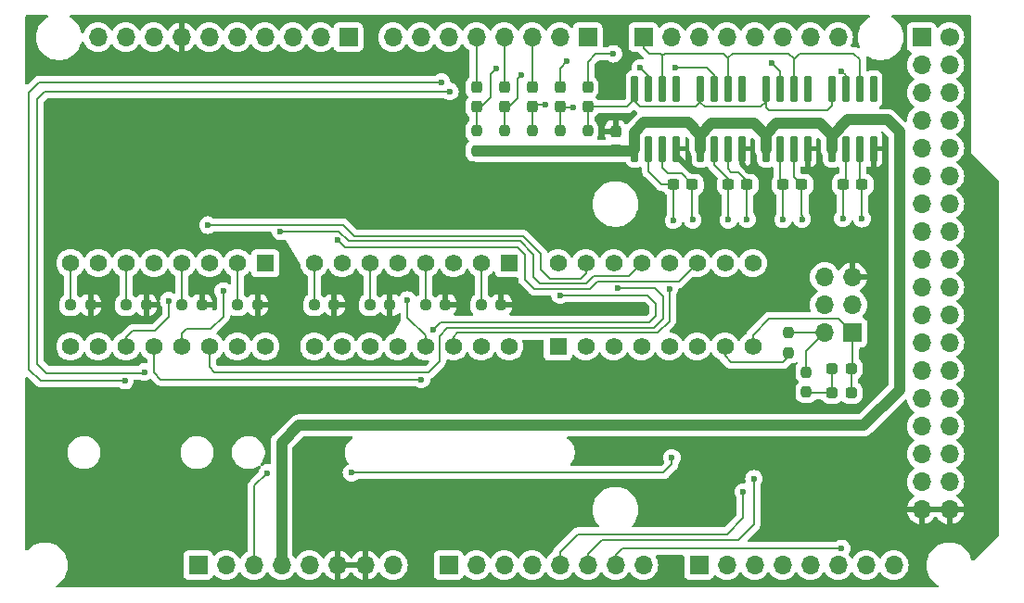
<source format=gbr>
%TF.GenerationSoftware,KiCad,Pcbnew,8.0.1*%
%TF.CreationDate,2024-10-08T14:05:53+09:00*%
%TF.ProjectId,CoolingBoxWireOrganizer,436f6f6c-696e-4674-926f-78576972654f,rev?*%
%TF.SameCoordinates,Original*%
%TF.FileFunction,Copper,L2,Bot*%
%TF.FilePolarity,Positive*%
%FSLAX46Y46*%
G04 Gerber Fmt 4.6, Leading zero omitted, Abs format (unit mm)*
G04 Created by KiCad (PCBNEW 8.0.1) date 2024-10-08 14:05:53*
%MOMM*%
%LPD*%
G01*
G04 APERTURE LIST*
G04 Aperture macros list*
%AMRoundRect*
0 Rectangle with rounded corners*
0 $1 Rounding radius*
0 $2 $3 $4 $5 $6 $7 $8 $9 X,Y pos of 4 corners*
0 Add a 4 corners polygon primitive as box body*
4,1,4,$2,$3,$4,$5,$6,$7,$8,$9,$2,$3,0*
0 Add four circle primitives for the rounded corners*
1,1,$1+$1,$2,$3*
1,1,$1+$1,$4,$5*
1,1,$1+$1,$6,$7*
1,1,$1+$1,$8,$9*
0 Add four rect primitives between the rounded corners*
20,1,$1+$1,$2,$3,$4,$5,0*
20,1,$1+$1,$4,$5,$6,$7,0*
20,1,$1+$1,$6,$7,$8,$9,0*
20,1,$1+$1,$8,$9,$2,$3,0*%
G04 Aperture macros list end*
%TA.AperFunction,ComponentPad*%
%ADD10R,1.575000X1.575000*%
%TD*%
%TA.AperFunction,ComponentPad*%
%ADD11C,1.575000*%
%TD*%
%TA.AperFunction,ComponentPad*%
%ADD12R,1.700000X1.700000*%
%TD*%
%TA.AperFunction,ComponentPad*%
%ADD13O,1.700000X1.700000*%
%TD*%
%TA.AperFunction,SMDPad,CuDef*%
%ADD14RoundRect,0.237500X-0.237500X0.287500X-0.237500X-0.287500X0.237500X-0.287500X0.237500X0.287500X0*%
%TD*%
%TA.AperFunction,SMDPad,CuDef*%
%ADD15RoundRect,0.237500X0.287500X0.237500X-0.287500X0.237500X-0.287500X-0.237500X0.287500X-0.237500X0*%
%TD*%
%TA.AperFunction,SMDPad,CuDef*%
%ADD16RoundRect,0.237500X0.250000X0.237500X-0.250000X0.237500X-0.250000X-0.237500X0.250000X-0.237500X0*%
%TD*%
%TA.AperFunction,SMDPad,CuDef*%
%ADD17RoundRect,0.237500X-0.237500X0.250000X-0.237500X-0.250000X0.237500X-0.250000X0.237500X0.250000X0*%
%TD*%
%TA.AperFunction,SMDPad,CuDef*%
%ADD18RoundRect,0.237500X-0.300000X-0.237500X0.300000X-0.237500X0.300000X0.237500X-0.300000X0.237500X0*%
%TD*%
%TA.AperFunction,ComponentPad*%
%ADD19C,1.700000*%
%TD*%
%TA.AperFunction,SMDPad,CuDef*%
%ADD20RoundRect,0.237500X0.237500X-0.250000X0.237500X0.250000X-0.237500X0.250000X-0.237500X-0.250000X0*%
%TD*%
%TA.AperFunction,SMDPad,CuDef*%
%ADD21RoundRect,0.150000X0.150000X-1.075000X0.150000X1.075000X-0.150000X1.075000X-0.150000X-1.075000X0*%
%TD*%
%TA.AperFunction,SMDPad,CuDef*%
%ADD22RoundRect,0.237500X0.237500X-0.300000X0.237500X0.300000X-0.237500X0.300000X-0.237500X-0.300000X0*%
%TD*%
%TA.AperFunction,SMDPad,CuDef*%
%ADD23RoundRect,0.237500X-0.287500X-0.237500X0.287500X-0.237500X0.287500X0.237500X-0.287500X0.237500X0*%
%TD*%
%TA.AperFunction,ViaPad*%
%ADD24C,0.600000*%
%TD*%
%TA.AperFunction,Conductor*%
%ADD25C,0.500000*%
%TD*%
%TA.AperFunction,Conductor*%
%ADD26C,0.200000*%
%TD*%
%TA.AperFunction,Conductor*%
%ADD27C,1.000000*%
%TD*%
G04 APERTURE END LIST*
D10*
%TO.P,J19,01,01*%
%TO.N,Pel_Neg*%
X147390000Y-123190000D03*
D11*
%TO.P,J19,02,02*%
%TO.N,Net-(J19-Pad02)*%
X144850000Y-123190000D03*
%TO.P,J19,03,03*%
%TO.N,Relay.LV_intlk*%
X142310000Y-123190000D03*
%TO.P,J19,04,04*%
%TO.N,Net-(J19-Pad04)*%
X139770000Y-123190000D03*
%TO.P,J19,05,05*%
%TO.N,Relay.HV_intlk*%
X137230000Y-123190000D03*
%TO.P,J19,06,06*%
%TO.N,Net-(J19-Pad06)*%
X134690000Y-123190000D03*
%TO.P,J19,07,07*%
%TO.N,Relay.Unlock*%
X132150000Y-123190000D03*
%TO.P,J19,08,08*%
%TO.N,Net-(J19-Pad08)*%
X129610000Y-123190000D03*
%TO.P,J19,09,09*%
%TO.N,+12V*%
X129610000Y-130810000D03*
%TO.P,J19,10,10*%
%TO.N,to lock*%
X132150000Y-130810000D03*
%TO.P,J19,11,11*%
%TO.N,to HV intlk 1*%
X134690000Y-130810000D03*
%TO.P,J19,12,12*%
%TO.N,to HV emergency circuit*%
X137230000Y-130810000D03*
%TO.P,J19,13,13*%
%TO.N,to LV intlk 1*%
X139770000Y-130810000D03*
%TO.P,J19,14,14*%
%TO.N,to LV emergency circuit*%
X142310000Y-130810000D03*
%TO.P,J19,15,15*%
%TO.N,+12V*%
X144850000Y-130810000D03*
%TO.P,J19,16,16*%
%TO.N,to peltier minus*%
X147390000Y-130810000D03*
%TD*%
D10*
%TO.P,J18,01,01*%
%TO.N,+12V*%
X174110000Y-130810000D03*
D11*
%TO.P,J18,02,02*%
%TO.N,Net-(J18-Pad02)*%
X176650000Y-130810000D03*
%TO.P,J18,03,03*%
%TO.N,+12V*%
X179190000Y-130810000D03*
%TO.P,J18,04,04*%
%TO.N,Net-(J18-Pad04)*%
X181730000Y-130810000D03*
%TO.P,J18,05,05*%
%TO.N,+12V*%
X184270000Y-130810000D03*
%TO.P,J18,06,06*%
%TO.N,Net-(J18-Pad06)*%
X186810000Y-130810000D03*
%TO.P,J18,07,07*%
%TO.N,Net-(J18-Pad07)*%
X189350000Y-130810000D03*
%TO.P,J18,08,08*%
%TO.N,SSR.GND*%
X191890000Y-130810000D03*
%TO.P,J18,09,09*%
%TO.N,Chiller.Alarm.Sig*%
X191890000Y-123190000D03*
%TO.P,J18,10,10*%
%TO.N,+5V*%
X189350000Y-123190000D03*
%TO.P,J18,11,11*%
%TO.N,to peltier intlk 2*%
X186810000Y-123190000D03*
%TO.P,J18,12,12*%
%TO.N,to peltier emergency circuit*%
X184270000Y-123190000D03*
%TO.P,J18,13,13*%
%TO.N,to LV intlk 2*%
X181730000Y-123190000D03*
%TO.P,J18,14,14*%
%TO.N,to LV emergency circuit*%
X179190000Y-123190000D03*
%TO.P,J18,15,15*%
%TO.N,to HV intlk 2*%
X176650000Y-123190000D03*
%TO.P,J18,16,16*%
%TO.N,to HV emergency circuit*%
X174110000Y-123190000D03*
%TD*%
D12*
%TO.P,J20,1,Pin_1*%
%TO.N,SSR.GND*%
X201000000Y-129540000D03*
D13*
%TO.P,J20,2,Pin_2*%
%TO.N,to chiller alarm relay*%
X198460000Y-129540000D03*
%TO.P,J20,3,Pin_3*%
%TO.N,Chiller.Alarm.GND*%
X201000000Y-127000000D03*
%TO.P,J20,4,Pin_4*%
%TO.N,Chiller.Alarm.input*%
X198460000Y-127000000D03*
%TO.P,J20,5,Pin_5*%
%TO.N,MAX_GND*%
X201000000Y-124460000D03*
%TO.P,J20,6,Pin_6*%
%TO.N,Net-(J20-Pin_6)*%
X198460000Y-124460000D03*
%TD*%
D10*
%TO.P,J23,01,01*%
%TO.N,Relay.Heater*%
X169640000Y-123190000D03*
D11*
%TO.P,J23,02,02*%
%TO.N,Net-(J23-Pad02)*%
X167100000Y-123190000D03*
%TO.P,J23,03,03*%
%TO.N,Relay.Pel_intlk*%
X164560000Y-123190000D03*
%TO.P,J23,04,04*%
%TO.N,Net-(J23-Pad04)*%
X162020000Y-123190000D03*
%TO.P,J23,05,05*%
%TO.N,Relay.AC100V_intlk*%
X159480000Y-123190000D03*
%TO.P,J23,06,06*%
%TO.N,Net-(J23-Pad06)*%
X156940000Y-123190000D03*
%TO.P,J23,07,07*%
%TO.N,Pel_Pos*%
X154400000Y-123190000D03*
%TO.P,J23,08,08*%
%TO.N,Net-(J23-Pad08)*%
X151860000Y-123190000D03*
%TO.P,J23,09,09*%
%TO.N,to peltier plus*%
X151860000Y-130810000D03*
%TO.P,J23,10,10*%
%TO.N,+12V*%
X154400000Y-130810000D03*
%TO.P,J23,11,11*%
%TO.N,to AC100V intlk*%
X156940000Y-130810000D03*
%TO.P,J23,12,12*%
%TO.N,+12V*%
X159480000Y-130810000D03*
%TO.P,J23,13,13*%
%TO.N,to peltier intlk 1*%
X162020000Y-130810000D03*
%TO.P,J23,14,14*%
%TO.N,to peltier emergency circuit*%
X164560000Y-130810000D03*
%TO.P,J23,15,15*%
%TO.N,to heater*%
X167100000Y-130810000D03*
%TO.P,J23,16,16*%
%TO.N,+12V*%
X169640000Y-130810000D03*
%TD*%
D14*
%TO.P,D2,1,K*%
%TO.N,MAX31855.CS_Chiller*%
X174276000Y-107125000D03*
%TO.P,D2,2,A*%
%TO.N,Net-(D2-A)*%
X174276000Y-108875000D03*
%TD*%
D15*
%TO.P,D5,1,K*%
%TO.N,SSR.GND*%
X200875000Y-135050000D03*
%TO.P,D5,2,A*%
%TO.N,Net-(D3-K)*%
X199125000Y-135050000D03*
%TD*%
D14*
%TO.P,D6,1,K*%
%TO.N,MAX31855.CS_Sink*%
X171736000Y-107125000D03*
%TO.P,D6,2,A*%
%TO.N,Net-(D6-A)*%
X171736000Y-108875000D03*
%TD*%
%TO.P,D1,1,K*%
%TO.N,MAX31855.CLK*%
X176816000Y-107125000D03*
%TO.P,D1,2,A*%
%TO.N,to MAX31855.CLK*%
X176816000Y-108875000D03*
%TD*%
D16*
%TO.P,R9,1*%
%TO.N,MAX_GND*%
X163845000Y-127000000D03*
%TO.P,R9,2*%
%TO.N,Net-(J23-Pad04)*%
X162020000Y-127000000D03*
%TD*%
D14*
%TO.P,D4,1,K*%
%TO.N,MAX31855.CS_Head*%
X166656000Y-107125000D03*
%TO.P,D4,2,A*%
%TO.N,Net-(D4-A)*%
X166656000Y-108875000D03*
%TD*%
D17*
%TO.P,R3,1*%
%TO.N,to chiller alarm relay*%
X195150000Y-129540000D03*
%TO.P,R3,2*%
%TO.N,Net-(J18-Pad07)*%
X195150000Y-131365000D03*
%TD*%
D14*
%TO.P,D8,1,K*%
%TO.N,MAX31855.CS_Case*%
X169196000Y-107125000D03*
%TO.P,D8,2,A*%
%TO.N,Net-(D8-A)*%
X169196000Y-108875000D03*
%TD*%
D18*
%TO.P,C2,1*%
%TO.N,Net-(U1-T+)*%
X200137500Y-116000000D03*
%TO.P,C2,2*%
%TO.N,Net-(U1-T-)*%
X201862500Y-116000000D03*
%TD*%
D19*
%TO.P,J15,1,Pin_1*%
%TO.N,+5V*%
X209836000Y-102540000D03*
D12*
%TO.P,J15,2,Pin_2*%
X207296000Y-102540000D03*
D13*
%TO.P,J15,3,Pin_3*%
%TO.N,Spare.Digital2*%
X209836000Y-105080000D03*
%TO.P,J15,4,Pin_4*%
%TO.N,Spare.Digital1*%
X207296000Y-105080000D03*
%TO.P,J15,5,Pin_5*%
%TO.N,Spare.Digital4*%
X209836000Y-107620000D03*
%TO.P,J15,6,Pin_6*%
%TO.N,Spare.Digital3*%
X207296000Y-107620000D03*
%TO.P,J15,7,Pin_7*%
%TO.N,Spare.Digital6*%
X209836000Y-110160000D03*
%TO.P,J15,8,Pin_8*%
%TO.N,Spare.Digital5*%
X207296000Y-110160000D03*
%TO.P,J15,9,Pin_9*%
%TO.N,unconnected-(J15-Pin_9-Pad9)*%
X209836000Y-112700000D03*
%TO.P,J15,10,Pin_10*%
%TO.N,unconnected-(J15-Pin_10-Pad10)*%
X207296000Y-112700000D03*
%TO.P,J15,11,Pin_11*%
%TO.N,unconnected-(J15-Pin_11-Pad11)*%
X209836000Y-115240000D03*
%TO.P,J15,12,Pin_12*%
%TO.N,unconnected-(J15-Pin_12-Pad12)*%
X207296000Y-115240000D03*
%TO.P,J15,13,Pin_13*%
%TO.N,unconnected-(J15-Pin_13-Pad13)*%
X209836000Y-117780000D03*
%TO.P,J15,14,Pin_14*%
%TO.N,unconnected-(J15-Pin_14-Pad14)*%
X207296000Y-117780000D03*
%TO.P,J15,15,Pin_15*%
%TO.N,unconnected-(J15-Pin_15-Pad15)*%
X209836000Y-120320000D03*
%TO.P,J15,16,Pin_16*%
%TO.N,unconnected-(J15-Pin_16-Pad16)*%
X207296000Y-120320000D03*
%TO.P,J15,17,Pin_17*%
%TO.N,unconnected-(J15-Pin_17-Pad17)*%
X209836000Y-122860000D03*
%TO.P,J15,18,Pin_18*%
%TO.N,unconnected-(J15-Pin_18-Pad18)*%
X207296000Y-122860000D03*
%TO.P,J15,19,Pin_19*%
%TO.N,unconnected-(J15-Pin_19-Pad19)*%
X209836000Y-125400000D03*
%TO.P,J15,20,Pin_20*%
%TO.N,unconnected-(J15-Pin_20-Pad20)*%
X207296000Y-125400000D03*
%TO.P,J15,21,Pin_21*%
%TO.N,unconnected-(J15-Pin_21-Pad21)*%
X209836000Y-127940000D03*
%TO.P,J15,22,Pin_22*%
%TO.N,unconnected-(J15-Pin_22-Pad22)*%
X207296000Y-127940000D03*
%TO.P,J15,23,Pin_23*%
%TO.N,unconnected-(J15-Pin_23-Pad23)*%
X209836000Y-130480000D03*
%TO.P,J15,24,Pin_24*%
%TO.N,unconnected-(J15-Pin_24-Pad24)*%
X207296000Y-130480000D03*
%TO.P,J15,25,Pin_25*%
%TO.N,unconnected-(J15-Pin_25-Pad25)*%
X209836000Y-133020000D03*
%TO.P,J15,26,Pin_26*%
%TO.N,unconnected-(J15-Pin_26-Pad26)*%
X207296000Y-133020000D03*
%TO.P,J15,27,Pin_27*%
%TO.N,unconnected-(J15-Pin_27-Pad27)*%
X209836000Y-135560000D03*
%TO.P,J15,28,Pin_28*%
%TO.N,unconnected-(J15-Pin_28-Pad28)*%
X207296000Y-135560000D03*
%TO.P,J15,29,Pin_29*%
%TO.N,unconnected-(J15-Pin_29-Pad29)*%
X209836000Y-138100000D03*
%TO.P,J15,30,Pin_30*%
%TO.N,unconnected-(J15-Pin_30-Pad30)*%
X207296000Y-138100000D03*
%TO.P,J15,31,Pin_31*%
%TO.N,unconnected-(J15-Pin_31-Pad31)*%
X209836000Y-140640000D03*
%TO.P,J15,32,Pin_32*%
%TO.N,unconnected-(J15-Pin_32-Pad32)*%
X207296000Y-140640000D03*
%TO.P,J15,33,Pin_33*%
%TO.N,Chiller.Alarm.Sig*%
X209836000Y-143180000D03*
%TO.P,J15,34,Pin_34*%
%TO.N,unconnected-(J15-Pin_34-Pad34)*%
X207296000Y-143180000D03*
%TO.P,J15,35,Pin_35*%
%TO.N,MAX_GND*%
X209836000Y-145720000D03*
%TO.P,J15,36,Pin_36*%
X207296000Y-145720000D03*
%TD*%
D20*
%TO.P,R20,1*%
%TO.N,Net-(D3-K)*%
X196760000Y-134972500D03*
%TO.P,R20,2*%
%TO.N,to chiller alarm relay*%
X196760000Y-133147500D03*
%TD*%
D16*
%TO.P,R7,1*%
%TO.N,MAX_GND*%
X131435000Y-127000000D03*
%TO.P,R7,2*%
%TO.N,Net-(J19-Pad08)*%
X129610000Y-127000000D03*
%TD*%
D18*
%TO.P,C4,1*%
%TO.N,Net-(U3-T+)*%
X194637500Y-116000000D03*
%TO.P,C4,2*%
%TO.N,Net-(U3-T-)*%
X196362500Y-116000000D03*
%TD*%
D20*
%TO.P,R13,1*%
%TO.N,MAX_Vin*%
X174276000Y-112912500D03*
%TO.P,R13,2*%
%TO.N,Net-(D2-A)*%
X174276000Y-111087500D03*
%TD*%
D12*
%TO.P,J10,1,Pin_1*%
%TO.N,Spare.Analog2*%
X186976000Y-150800000D03*
D13*
%TO.P,J10,2,Pin_2*%
%TO.N,Spare.Analog3*%
X189516000Y-150800000D03*
%TO.P,J10,3,Pin_3*%
%TO.N,unconnected-(J10-Pin_3-Pad3)*%
X192056000Y-150800000D03*
%TO.P,J10,4,Pin_4*%
%TO.N,unconnected-(J10-Pin_4-Pad4)*%
X194596000Y-150800000D03*
%TO.P,J10,5,Pin_5*%
%TO.N,unconnected-(J10-Pin_5-Pad5)*%
X197136000Y-150800000D03*
%TO.P,J10,6,Pin_6*%
%TO.N,unconnected-(J10-Pin_6-Pad6)*%
X199676000Y-150800000D03*
%TO.P,J10,7,Pin_7*%
%TO.N,unconnected-(J10-Pin_7-Pad7)*%
X202216000Y-150800000D03*
%TO.P,J10,8,Pin_8*%
%TO.N,unconnected-(J10-Pin_8-Pad8)*%
X204756000Y-150800000D03*
%TD*%
D16*
%TO.P,R8,1*%
%TO.N,MAX_GND*%
X168925000Y-127000000D03*
%TO.P,R8,2*%
%TO.N,Net-(J23-Pad02)*%
X167100000Y-127000000D03*
%TD*%
D21*
%TO.P,U1,1,GND*%
%TO.N,MAX_GND*%
X202905000Y-112725000D03*
%TO.P,U1,2,T-*%
%TO.N,Net-(U1-T-)*%
X201635000Y-112725000D03*
%TO.P,U1,3,T+*%
%TO.N,Net-(U1-T+)*%
X200365000Y-112725000D03*
%TO.P,U1,4,V_CC*%
%TO.N,MAX_Vin*%
X199095000Y-112725000D03*
%TO.P,U1,5,SCK*%
%TO.N,to MAX31855.CLK*%
X199095000Y-107275000D03*
%TO.P,U1,6,~{CS}*%
%TO.N,Net-(D2-A)*%
X200365000Y-107275000D03*
%TO.P,U1,7,SO*%
%TO.N,MAX31855.Do*%
X201635000Y-107275000D03*
%TO.P,U1,8*%
%TO.N,N/C*%
X202905000Y-107275000D03*
%TD*%
D12*
%TO.P,J6,1,Pin_1*%
%TO.N,unconnected-(J6-Pin_1-Pad1)*%
X141256000Y-150800000D03*
D13*
%TO.P,J6,2,Pin_2*%
%TO.N,unconnected-(J6-Pin_2-Pad2)*%
X143796000Y-150800000D03*
%TO.P,J6,3,Pin_3*%
%TO.N,Reset*%
X146336000Y-150800000D03*
%TO.P,J6,4,Pin_4*%
%TO.N,MAX_Vin*%
X148876000Y-150800000D03*
%TO.P,J6,5,Pin_5*%
%TO.N,+5V*%
X151416000Y-150800000D03*
%TO.P,J6,6,Pin_6*%
%TO.N,MAX_GND*%
X153956000Y-150800000D03*
%TO.P,J6,7,Pin_7*%
X156496000Y-150800000D03*
%TO.P,J6,8,Pin_8*%
%TO.N,VDD*%
X159036000Y-150800000D03*
%TD*%
D21*
%TO.P,U2,1,GND*%
%TO.N,MAX_GND*%
X184905000Y-112725000D03*
%TO.P,U2,2,T-*%
%TO.N,Net-(U2-T-)*%
X183635000Y-112725000D03*
%TO.P,U2,3,T+*%
%TO.N,Net-(U2-T+)*%
X182365000Y-112725000D03*
%TO.P,U2,4,V_CC*%
%TO.N,MAX_Vin*%
X181095000Y-112725000D03*
%TO.P,U2,5,SCK*%
%TO.N,to MAX31855.CLK*%
X181095000Y-107275000D03*
%TO.P,U2,6,~{CS}*%
%TO.N,Net-(D4-A)*%
X182365000Y-107275000D03*
%TO.P,U2,7,SO*%
%TO.N,MAX31855.Do*%
X183635000Y-107275000D03*
%TO.P,U2,8*%
%TO.N,N/C*%
X184905000Y-107275000D03*
%TD*%
D22*
%TO.P,C1,1*%
%TO.N,MAX_Vin*%
X179360000Y-112862500D03*
%TO.P,C1,2*%
%TO.N,MAX_GND*%
X179360000Y-111137500D03*
%TD*%
D16*
%TO.P,R10,1*%
%TO.N,MAX_GND*%
X158765000Y-127000000D03*
%TO.P,R10,2*%
%TO.N,Net-(J23-Pad06)*%
X156940000Y-127000000D03*
%TD*%
D21*
%TO.P,U3,1,GND*%
%TO.N,MAX_GND*%
X196905000Y-112725000D03*
%TO.P,U3,2,T-*%
%TO.N,Net-(U3-T-)*%
X195635000Y-112725000D03*
%TO.P,U3,3,T+*%
%TO.N,Net-(U3-T+)*%
X194365000Y-112725000D03*
%TO.P,U3,4,V_CC*%
%TO.N,MAX_Vin*%
X193095000Y-112725000D03*
%TO.P,U3,5,SCK*%
%TO.N,to MAX31855.CLK*%
X193095000Y-107275000D03*
%TO.P,U3,6,~{CS}*%
%TO.N,Net-(D6-A)*%
X194365000Y-107275000D03*
%TO.P,U3,7,SO*%
%TO.N,MAX31855.Do*%
X195635000Y-107275000D03*
%TO.P,U3,8*%
%TO.N,N/C*%
X196905000Y-107275000D03*
%TD*%
D16*
%TO.P,R5,1*%
%TO.N,MAX_GND*%
X141595000Y-127000000D03*
%TO.P,R5,2*%
%TO.N,Net-(J19-Pad04)*%
X139770000Y-127000000D03*
%TD*%
D18*
%TO.P,C5,1*%
%TO.N,Net-(U4-T+)*%
X189637500Y-116000000D03*
%TO.P,C5,2*%
%TO.N,Net-(U4-T-)*%
X191362500Y-116000000D03*
%TD*%
D16*
%TO.P,R4,1*%
%TO.N,MAX_GND*%
X146675000Y-127000000D03*
%TO.P,R4,2*%
%TO.N,Net-(J19-Pad02)*%
X144850000Y-127000000D03*
%TD*%
D20*
%TO.P,R12,1*%
%TO.N,MAX_Vin*%
X176816000Y-112912500D03*
%TO.P,R12,2*%
%TO.N,to MAX31855.CLK*%
X176816000Y-111087500D03*
%TD*%
D12*
%TO.P,J5,1,Pin_1*%
%TO.N,Pel_Pos*%
X154972000Y-102540000D03*
D13*
%TO.P,J5,2,Pin_2*%
%TO.N,Pel_Neg*%
X152432000Y-102540000D03*
%TO.P,J5,3,Pin_3*%
%TO.N,Relay.LV_intlk*%
X149892000Y-102540000D03*
%TO.P,J5,4,Pin_4*%
%TO.N,Relay.HV_intlk*%
X147352000Y-102540000D03*
%TO.P,J5,5,Pin_5*%
%TO.N,Relay.Unlock*%
X144812000Y-102540000D03*
%TO.P,J5,6,Pin_6*%
%TO.N,unconnected-(J5-Pin_6-Pad6)*%
X142272000Y-102540000D03*
%TO.P,J5,7,Pin_7*%
%TO.N,MAX_GND*%
X139732000Y-102540000D03*
%TO.P,J5,8,Pin_8*%
%TO.N,unconnected-(J5-Pin_8-Pad8)*%
X137192000Y-102540000D03*
%TO.P,J5,9,Pin_9*%
%TO.N,SHT85.SDA*%
X134652000Y-102540000D03*
%TO.P,J5,10,Pin_10*%
%TO.N,SHT85.SCL*%
X132112000Y-102540000D03*
%TD*%
D21*
%TO.P,U4,1,GND*%
%TO.N,MAX_GND*%
X190905000Y-112725000D03*
%TO.P,U4,2,T-*%
%TO.N,Net-(U4-T-)*%
X189635000Y-112725000D03*
%TO.P,U4,3,T+*%
%TO.N,Net-(U4-T+)*%
X188365000Y-112725000D03*
%TO.P,U4,4,V_CC*%
%TO.N,MAX_Vin*%
X187095000Y-112725000D03*
%TO.P,U4,5,SCK*%
%TO.N,to MAX31855.CLK*%
X187095000Y-107275000D03*
%TO.P,U4,6,~{CS}*%
%TO.N,Net-(D8-A)*%
X188365000Y-107275000D03*
%TO.P,U4,7,SO*%
%TO.N,MAX31855.Do*%
X189635000Y-107275000D03*
%TO.P,U4,8*%
%TO.N,N/C*%
X190905000Y-107275000D03*
%TD*%
D18*
%TO.P,C3,1*%
%TO.N,Net-(U2-T+)*%
X184637500Y-116000000D03*
%TO.P,C3,2*%
%TO.N,Net-(U2-T-)*%
X186362500Y-116000000D03*
%TD*%
D12*
%TO.P,J7,1,Pin_1*%
%TO.N,unconnected-(J7-Pin_1-Pad1)*%
X164116000Y-150800000D03*
D13*
%TO.P,J7,2,Pin_2*%
%TO.N,unconnected-(J7-Pin_2-Pad2)*%
X166656000Y-150800000D03*
%TO.P,J7,3,Pin_3*%
%TO.N,unconnected-(J7-Pin_3-Pad3)*%
X169196000Y-150800000D03*
%TO.P,J7,4,Pin_4*%
%TO.N,unconnected-(J7-Pin_4-Pad4)*%
X171736000Y-150800000D03*
%TO.P,J7,5,Pin_5*%
%TO.N,NTC.Read*%
X174276000Y-150800000D03*
%TO.P,J7,6,Pin_6*%
%TO.N,Spare.Analog1*%
X176816000Y-150800000D03*
%TO.P,J7,7,Pin_7*%
%TO.N,Chiller.Temp.Sig*%
X179356000Y-150800000D03*
%TO.P,J7,8,Pin_8*%
%TO.N,unconnected-(J7-Pin_8-Pad8)*%
X181896000Y-150800000D03*
%TD*%
D20*
%TO.P,R19,1*%
%TO.N,MAX_Vin*%
X169196000Y-112912500D03*
%TO.P,R19,2*%
%TO.N,Net-(D8-A)*%
X169196000Y-111087500D03*
%TD*%
D16*
%TO.P,R6,1*%
%TO.N,MAX_GND*%
X136515000Y-127000000D03*
%TO.P,R6,2*%
%TO.N,Net-(J19-Pad06)*%
X134690000Y-127000000D03*
%TD*%
D12*
%TO.P,J13,1,Pin_1*%
%TO.N,MAX31855.Do*%
X181896000Y-102540000D03*
D13*
%TO.P,J13,2,Pin_2*%
%TO.N,MAX31855.CLK*%
X184436000Y-102540000D03*
%TO.P,J13,3,Pin_3*%
%TO.N,MAX31855.CS_Chiller*%
X186976000Y-102540000D03*
%TO.P,J13,4,Pin_4*%
%TO.N,LockState_1*%
X189516000Y-102540000D03*
%TO.P,J13,5,Pin_5*%
%TO.N,LockState_2*%
X192056000Y-102540000D03*
%TO.P,J13,6,Pin_6*%
%TO.N,unconnected-(J13-Pin_6-Pad6)*%
X194596000Y-102540000D03*
%TO.P,J13,7,Pin_7*%
%TO.N,unconnected-(J13-Pin_7-Pad7)*%
X197136000Y-102540000D03*
%TO.P,J13,8,Pin_8*%
%TO.N,unconnected-(J13-Pin_8-Pad8)*%
X199676000Y-102540000D03*
%TD*%
D16*
%TO.P,R11,1*%
%TO.N,MAX_GND*%
X153685000Y-127000000D03*
%TO.P,R11,2*%
%TO.N,Net-(J23-Pad08)*%
X151860000Y-127000000D03*
%TD*%
D20*
%TO.P,R17,1*%
%TO.N,MAX_Vin*%
X171736000Y-112912500D03*
%TO.P,R17,2*%
%TO.N,Net-(D6-A)*%
X171736000Y-111087500D03*
%TD*%
%TO.P,R15,1*%
%TO.N,MAX_Vin*%
X166656000Y-112912500D03*
%TO.P,R15,2*%
%TO.N,Net-(D4-A)*%
X166656000Y-111087500D03*
%TD*%
D23*
%TO.P,D3,1,K*%
%TO.N,Net-(D3-K)*%
X199125000Y-132830000D03*
%TO.P,D3,2,A*%
%TO.N,SSR.GND*%
X200875000Y-132830000D03*
%TD*%
D12*
%TO.P,J8,1,Pin_1*%
%TO.N,unconnected-(J8-Pin_1-Pad1)*%
X176816000Y-102540000D03*
D13*
%TO.P,J8,2,Pin_2*%
%TO.N,unconnected-(J8-Pin_2-Pad2)*%
X174276000Y-102540000D03*
%TO.P,J8,3,Pin_3*%
%TO.N,MAX31855.CS_Sink*%
X171736000Y-102540000D03*
%TO.P,J8,4,Pin_4*%
%TO.N,MAX31855.CS_Case*%
X169196000Y-102540000D03*
%TO.P,J8,5,Pin_5*%
%TO.N,MAX31855.CS_Head*%
X166656000Y-102540000D03*
%TO.P,J8,6,Pin_6*%
%TO.N,Relay.Heater*%
X164116000Y-102540000D03*
%TO.P,J8,7,Pin_7*%
%TO.N,Relay.Pel_intlk*%
X161576000Y-102540000D03*
%TO.P,J8,8,Pin_8*%
%TO.N,Relay.AC100V_intlk*%
X159036000Y-102540000D03*
%TD*%
D24*
%TO.N,MAX_GND*%
X163300000Y-124540000D03*
X161630000Y-118290000D03*
X157240000Y-101180000D03*
X148610000Y-129470000D03*
X145290000Y-147100000D03*
X187860000Y-115430000D03*
X136330000Y-120390000D03*
X175860000Y-132320000D03*
X159550000Y-112750000D03*
X130600000Y-152310000D03*
X165290000Y-111600000D03*
X184400000Y-152220000D03*
X140900000Y-125230000D03*
X179280000Y-139580000D03*
X130390000Y-104640000D03*
X130620000Y-113740000D03*
X152510000Y-134710000D03*
X188020000Y-144760000D03*
X165540000Y-126190000D03*
X152510000Y-136740000D03*
X161420000Y-150070000D03*
X143070000Y-144840000D03*
X181820000Y-127220000D03*
X136020000Y-116220000D03*
X131890000Y-121010000D03*
X198410000Y-122780000D03*
X202450000Y-143170000D03*
X172690000Y-120970000D03*
X169690000Y-134830000D03*
X184410000Y-150340000D03*
X175970000Y-133990000D03*
X126210000Y-101240000D03*
X136290000Y-108530000D03*
X138970000Y-152270000D03*
X172140000Y-131770000D03*
X177410000Y-120930000D03*
X143490000Y-140350000D03*
X140390000Y-147100000D03*
X185350000Y-128250000D03*
X185530000Y-136420000D03*
X213740000Y-146680000D03*
X165530000Y-105660000D03*
X126110000Y-144870000D03*
X203790000Y-130760000D03*
X173020000Y-126590000D03*
X138770000Y-104420000D03*
X205290000Y-142090000D03*
X127630000Y-122600000D03*
X158440000Y-132180000D03*
X127910000Y-135290000D03*
X188300000Y-141440000D03*
X202050000Y-122960000D03*
X159880000Y-124850000D03*
X170490000Y-127370000D03*
X206930000Y-149500000D03*
X179300000Y-127380000D03*
X190970000Y-101010000D03*
X161600000Y-152230000D03*
X201410000Y-136480000D03*
X168350000Y-133160000D03*
X149510000Y-134840000D03*
X161460000Y-111580000D03*
X213720000Y-120290000D03*
X135800000Y-140820000D03*
X158190000Y-124300000D03*
X213740000Y-131060000D03*
X189960000Y-143550000D03*
X125960000Y-105760000D03*
X143610000Y-132170000D03*
X165450000Y-103920000D03*
X149510000Y-132160000D03*
X183040000Y-116980000D03*
X188110000Y-120580000D03*
X136350000Y-105520000D03*
X213780000Y-138990000D03*
X207000000Y-152090000D03*
X133440000Y-108530000D03*
X187930000Y-124650000D03*
X176240000Y-118810000D03*
X136040000Y-124440000D03*
X137500000Y-137370000D03*
X130970000Y-146800000D03*
X189840000Y-139680000D03*
X139140000Y-150350000D03*
X186780000Y-139680000D03*
X169900000Y-124890000D03*
X137540000Y-143670000D03*
X196640000Y-123000000D03*
X179330000Y-101100000D03*
X150280000Y-141230000D03*
X130820000Y-101010000D03*
X134510000Y-146380000D03*
X182750000Y-135160000D03*
X205490000Y-147140000D03*
X146190000Y-132220000D03*
X127750000Y-108630000D03*
X130830000Y-132210000D03*
X133160000Y-125940000D03*
X137330000Y-125840000D03*
X155910000Y-136580000D03*
X168130000Y-125680000D03*
X188250000Y-132590000D03*
X134570000Y-135390000D03*
X175080000Y-127230000D03*
X128930000Y-121500000D03*
X203740000Y-139320000D03*
X134510000Y-143780000D03*
X192310000Y-133260000D03*
X159420000Y-119790000D03*
X165850000Y-124850000D03*
X183080000Y-136570000D03*
X188210000Y-136280000D03*
X159480000Y-108510000D03*
X165260000Y-108590000D03*
X177170000Y-116390000D03*
X180380000Y-121060000D03*
X191750000Y-128690000D03*
X137500000Y-135900000D03*
X133450000Y-124560000D03*
X211470000Y-113960000D03*
X161060000Y-125520000D03*
X213650000Y-127410000D03*
X140630000Y-134870000D03*
X204740000Y-137290000D03*
X159620000Y-115040000D03*
X136430000Y-112930000D03*
X127800000Y-113690000D03*
X150700000Y-129500000D03*
X183330000Y-139580000D03*
X161090000Y-136500000D03*
X127830000Y-125330000D03*
X160670000Y-134890000D03*
X127960000Y-118380000D03*
X192360000Y-136320000D03*
X134770000Y-118930000D03*
X173010000Y-152230000D03*
X203750000Y-134080000D03*
X202400000Y-140340000D03*
X211440000Y-108890000D03*
X181640000Y-116430000D03*
X130950000Y-125010000D03*
X175600000Y-139390000D03*
X213760000Y-143160000D03*
X163050000Y-108490000D03*
X181190000Y-143910000D03*
X133410000Y-104520000D03*
X202340000Y-132950000D03*
X133490000Y-111230000D03*
X213720000Y-123740000D03*
X142580000Y-104440000D03*
X143490000Y-137100000D03*
X186790000Y-121120000D03*
X183750000Y-143910000D03*
X182830000Y-133360000D03*
X203540000Y-149290000D03*
X196550000Y-123980000D03*
X130700000Y-108500000D03*
X205760000Y-101020000D03*
X127910000Y-141720000D03*
X202590000Y-146900000D03*
X176860000Y-127120000D03*
X127730000Y-131450000D03*
X180070000Y-141110000D03*
X153060000Y-132140000D03*
X204860000Y-139580000D03*
X149510000Y-136700000D03*
X163020000Y-125840000D03*
X159400000Y-105680000D03*
X164010000Y-105420000D03*
X175360000Y-136610000D03*
X156440000Y-135040000D03*
X151280000Y-139620000D03*
X174170000Y-127440000D03*
X178030000Y-109820000D03*
X185460000Y-145350000D03*
X164630000Y-136490000D03*
X202280000Y-125780000D03*
X164320000Y-119860000D03*
X126050000Y-148280000D03*
X160840000Y-132140000D03*
X132540000Y-115620000D03*
X212200000Y-149090000D03*
X137450000Y-147080000D03*
X145990000Y-134980000D03*
X182450000Y-118720000D03*
X154120000Y-141290000D03*
X134520000Y-136850000D03*
X130490000Y-118250000D03*
X143650000Y-101010000D03*
X173910000Y-135050000D03*
X202780000Y-105130000D03*
X162660000Y-105660000D03*
X201170000Y-101100000D03*
X168090000Y-124740000D03*
X185510000Y-146930000D03*
X133990000Y-150170000D03*
X183280000Y-121050000D03*
X131260000Y-143160000D03*
X195920000Y-152340000D03*
X150220000Y-152510000D03*
X205690000Y-144460000D03*
X203810000Y-126640000D03*
X149610000Y-130500000D03*
X135950000Y-131970000D03*
X201480000Y-149190000D03*
X213820000Y-134770000D03*
X127730000Y-128680000D03*
X188090000Y-118790000D03*
X131070000Y-137980000D03*
X200010000Y-123000000D03*
X170190000Y-136490000D03*
X173750000Y-136550000D03*
X185750000Y-143010000D03*
X165180000Y-134990000D03*
X167950000Y-101100000D03*
X185470000Y-140170000D03*
X180380000Y-109790000D03*
X154400000Y-139510000D03*
X135710000Y-125780000D03*
X188380000Y-127370000D03*
X203640000Y-128310000D03*
X181800000Y-141110000D03*
X203920000Y-108750000D03*
X138520000Y-124790000D03*
X213500000Y-117000000D03*
X181750000Y-146980000D03*
X175160000Y-120930000D03*
%TO.N,Reset*%
X184500000Y-140970000D03*
X155260000Y-142340000D03*
X147570000Y-142360000D03*
%TO.N,Chiller.Temp.Sig*%
X200000000Y-149260000D03*
%TO.N,LockState_2*%
X164240000Y-107500000D03*
X136340000Y-133140000D03*
%TO.N,LockState_1*%
X134570000Y-133930000D03*
X163490000Y-106640000D03*
%TO.N,MAX31855.CS_Chiller*%
X174930000Y-104760000D03*
%TO.N,MAX31855.CLK*%
X179170000Y-104050000D03*
%TO.N,Spare.Analog1*%
X191990000Y-142890000D03*
%TO.N,NTC.Read*%
X191000000Y-144100000D03*
%TO.N,to LV emergency circuit*%
X179570000Y-125480000D03*
%TO.N,to LV intlk 1*%
X143550000Y-125722500D03*
%TO.N,to LV intlk 2*%
X148780000Y-120300000D03*
%TO.N,to peltier intlk 1*%
X160360000Y-126560000D03*
%TO.N,to peltier intlk 2*%
X154000000Y-121070000D03*
%TO.N,to HV intlk 2*%
X142170000Y-119710000D03*
%TO.N,to HV intlk 1*%
X138570000Y-126630000D03*
%TO.N,Net-(U1-T+)*%
X200100000Y-119100000D03*
%TO.N,Net-(U1-T-)*%
X201860000Y-119130000D03*
%TO.N,Net-(U2-T+)*%
X184650000Y-119260000D03*
%TO.N,Net-(U2-T-)*%
X186410000Y-119240000D03*
%TO.N,Net-(U3-T+)*%
X194660000Y-119200000D03*
%TO.N,Net-(U3-T-)*%
X196400000Y-119160000D03*
%TO.N,Net-(U4-T+)*%
X189650000Y-119240000D03*
%TO.N,Net-(U4-T-)*%
X191370000Y-119180000D03*
%TO.N,Net-(D2-A)*%
X175490000Y-108980000D03*
X199990000Y-105640000D03*
%TO.N,Net-(D4-A)*%
X181610000Y-105350000D03*
X168500000Y-105380000D03*
%TO.N,Net-(D6-A)*%
X193620000Y-104870000D03*
X172930000Y-108670000D03*
%TO.N,Net-(D8-A)*%
X170730000Y-105980000D03*
X184830000Y-105350000D03*
%TO.N,to HV emergency circuit*%
X162690000Y-129260000D03*
X174295000Y-126120000D03*
X161640000Y-133820000D03*
%TO.N,to peltier emergency circuit*%
X184270000Y-125530000D03*
%TD*%
D25*
%TO.N,MAX_GND*%
X190905000Y-114155000D02*
X191530000Y-114780000D01*
X187110000Y-114680000D02*
X186240000Y-114680000D01*
X184905000Y-113345000D02*
X184905000Y-112725000D01*
X186240000Y-114680000D02*
X184905000Y-113345000D01*
X190905000Y-112725000D02*
X190905000Y-114155000D01*
X187860000Y-115430000D02*
X187110000Y-114680000D01*
D26*
%TO.N,Reset*%
X146410000Y-150726000D02*
X146336000Y-150800000D01*
X155270000Y-142330000D02*
X183740000Y-142330000D01*
X183740000Y-142330000D02*
X184500000Y-141570000D01*
X184500000Y-141570000D02*
X184500000Y-140970000D01*
X155260000Y-142340000D02*
X155270000Y-142330000D01*
X147570000Y-142360000D02*
X146410000Y-143520000D01*
X146410000Y-143520000D02*
X146410000Y-150726000D01*
%TO.N,Chiller.Temp.Sig*%
X200000000Y-149260000D02*
X199970000Y-149290000D01*
X199970000Y-149290000D02*
X179950000Y-149290000D01*
X179356000Y-149884000D02*
X179356000Y-150800000D01*
X179950000Y-149290000D02*
X179356000Y-149884000D01*
%TO.N,LockState_2*%
X164230000Y-107490000D02*
X127270000Y-107490000D01*
X136260000Y-133220000D02*
X136340000Y-133140000D01*
X126580000Y-108180000D02*
X126580000Y-132380000D01*
X126580000Y-132380000D02*
X127420000Y-133220000D01*
X127270000Y-107490000D02*
X126580000Y-108180000D01*
X127420000Y-133220000D02*
X136260000Y-133220000D01*
X164240000Y-107500000D02*
X164230000Y-107490000D01*
%TO.N,LockState_1*%
X126750000Y-106640000D02*
X163490000Y-106640000D01*
X125820000Y-132890000D02*
X125820000Y-107570000D01*
X126860000Y-133930000D02*
X125820000Y-132890000D01*
X125820000Y-107570000D02*
X126750000Y-106640000D01*
X134570000Y-133930000D02*
X126860000Y-133930000D01*
%TO.N,MAX31855.CS_Head*%
X166656000Y-107125000D02*
X166656000Y-102540000D01*
%TO.N,MAX31855.CS_Sink*%
X171736000Y-107125000D02*
X171736000Y-102540000D01*
%TO.N,MAX31855.CS_Case*%
X169196000Y-107125000D02*
X169196000Y-102540000D01*
%TO.N,MAX31855.CS_Chiller*%
X174276000Y-105414000D02*
X174276000Y-107125000D01*
X174930000Y-104760000D02*
X174276000Y-105414000D01*
%TO.N,MAX31855.CLK*%
X179170000Y-104050000D02*
X177570000Y-104050000D01*
X176816000Y-104804000D02*
X176816000Y-107125000D01*
X177570000Y-104050000D02*
X176816000Y-104804000D01*
%TO.N,MAX31855.Do*%
X183635000Y-104255000D02*
X183860000Y-104030000D01*
X195170000Y-104030000D02*
X195635000Y-104495000D01*
X195635000Y-107275000D02*
X195635000Y-106050001D01*
X195635000Y-104515000D02*
X196130000Y-104020000D01*
X189200000Y-104030000D02*
X189635000Y-104465000D01*
X196130000Y-104020000D02*
X201080000Y-104020000D01*
X183440000Y-104040000D02*
X183635000Y-104235000D01*
X189635000Y-104425000D02*
X190030000Y-104030000D01*
X181896000Y-103496000D02*
X182440000Y-104040000D01*
X189635000Y-107275000D02*
X189635000Y-104425000D01*
X195635000Y-104495000D02*
X195635000Y-106050001D01*
X183635000Y-107275000D02*
X183635000Y-104255000D01*
X181896000Y-102540000D02*
X181896000Y-103496000D01*
X183860000Y-104030000D02*
X189200000Y-104030000D01*
X189635000Y-104465000D02*
X189635000Y-107275000D01*
X190030000Y-104030000D02*
X195170000Y-104030000D01*
X183635000Y-104235000D02*
X183635000Y-107275000D01*
X182440000Y-104040000D02*
X183440000Y-104040000D01*
X201635000Y-104575000D02*
X201635000Y-107275000D01*
X195635000Y-106050001D02*
X195635000Y-104515000D01*
X201080000Y-104020000D02*
X201635000Y-104575000D01*
%TO.N,Spare.Analog1*%
X178130000Y-148480000D02*
X176816000Y-149794000D01*
X191980000Y-147090000D02*
X190590000Y-148480000D01*
X191980000Y-142900000D02*
X191980000Y-147090000D01*
X176816000Y-149794000D02*
X176816000Y-150800000D01*
X190590000Y-148480000D02*
X178130000Y-148480000D01*
X191990000Y-142890000D02*
X191980000Y-142900000D01*
%TO.N,NTC.Read*%
X191000000Y-144100000D02*
X191000000Y-146490000D01*
X175900000Y-147950000D02*
X174276000Y-149574000D01*
X189540000Y-147950000D02*
X175900000Y-147950000D01*
X191000000Y-146490000D02*
X189540000Y-147950000D01*
X174276000Y-149574000D02*
X174276000Y-150800000D01*
D27*
%TO.N,MAX_Vin*%
X181970000Y-110350000D02*
X181095000Y-111225000D01*
X188150000Y-110410000D02*
X187095000Y-111465000D01*
X193095000Y-111500001D02*
X192004999Y-110410000D01*
X185980000Y-110350000D02*
X181970000Y-110350000D01*
X193095000Y-111385000D02*
X193095000Y-112725000D01*
X181095000Y-111225000D02*
X181095000Y-112725000D01*
X205260000Y-111190000D02*
X204160000Y-110090000D01*
X200550000Y-110090000D02*
X199095000Y-111545000D01*
X201990000Y-138010000D02*
X205260000Y-134740000D01*
X198010000Y-110420000D02*
X194060000Y-110420000D01*
X199095000Y-112725000D02*
X199095000Y-111505000D01*
X194060000Y-110420000D02*
X193095000Y-111385000D01*
X150450000Y-138010000D02*
X201990000Y-138010000D01*
X166656000Y-112912500D02*
X180907500Y-112912500D01*
X180907500Y-112912500D02*
X181095000Y-112725000D01*
X199095000Y-111505000D02*
X198010000Y-110420000D01*
X187095000Y-112725000D02*
X187095000Y-111465000D01*
X193095000Y-112725000D02*
X193095000Y-111500001D01*
X192004999Y-110410000D02*
X188150000Y-110410000D01*
X148876000Y-150800000D02*
X148876000Y-139584000D01*
X204160000Y-110090000D02*
X200550000Y-110090000D01*
X205260000Y-134740000D02*
X205260000Y-111190000D01*
X187095000Y-111465000D02*
X185980000Y-110350000D01*
X148876000Y-139584000D02*
X150450000Y-138010000D01*
X199095000Y-111545000D02*
X199095000Y-112725000D01*
D26*
%TO.N,to LV emergency circuit*%
X179570000Y-125480000D02*
X182930000Y-125480000D01*
X162300000Y-133160000D02*
X142770000Y-133160000D01*
X182840000Y-129110000D02*
X164010000Y-129110000D01*
X183690000Y-126240000D02*
X183690000Y-128260000D01*
X163290000Y-132170000D02*
X162300000Y-133160000D01*
X142770000Y-133160000D02*
X142310000Y-132700000D01*
X164010000Y-129110000D02*
X163290000Y-129830000D01*
X142310000Y-132700000D02*
X142310000Y-130810000D01*
X182930000Y-125480000D02*
X183690000Y-126240000D01*
X163290000Y-129830000D02*
X163290000Y-132170000D01*
X183690000Y-128260000D02*
X182840000Y-129110000D01*
%TO.N,SSR.GND*%
X193400000Y-128270000D02*
X191890000Y-129780000D01*
X201000000Y-129540000D02*
X199730000Y-128270000D01*
X201000000Y-132705000D02*
X200875000Y-132830000D01*
X199730000Y-128270000D02*
X193400000Y-128270000D01*
X191890000Y-129780000D02*
X191890000Y-130810000D01*
X200875000Y-132830000D02*
X200875000Y-135050000D01*
X201000000Y-129540000D02*
X201000000Y-132705000D01*
%TO.N,Net-(J18-Pad07)*%
X189350000Y-131680000D02*
X189350000Y-130810000D01*
X194630000Y-132250000D02*
X189920000Y-132250000D01*
X195150000Y-131730000D02*
X194630000Y-132250000D01*
X189920000Y-132250000D02*
X189350000Y-131680000D01*
X195150000Y-131365000D02*
X195150000Y-131730000D01*
%TO.N,to LV intlk 1*%
X139770000Y-129590000D02*
X139770000Y-130810000D01*
X143550000Y-128060000D02*
X142430000Y-129180000D01*
X142430000Y-129180000D02*
X140180000Y-129180000D01*
X143550000Y-125722500D02*
X143550000Y-128060000D01*
X140180000Y-129180000D02*
X139770000Y-129590000D01*
%TO.N,to LV intlk 2*%
X180550000Y-124370000D02*
X177330000Y-124370000D01*
X154968529Y-121190000D02*
X154078529Y-120300000D01*
X171890000Y-122410000D02*
X170670000Y-121190000D01*
X176650000Y-125050000D02*
X172460000Y-125050000D01*
X154078529Y-120300000D02*
X148780000Y-120300000D01*
X181730000Y-123190000D02*
X180550000Y-124370000D01*
X172460000Y-125050000D02*
X171890000Y-124480000D01*
X170670000Y-121190000D02*
X154968529Y-121190000D01*
X171890000Y-124480000D02*
X171890000Y-122410000D01*
X177330000Y-124370000D02*
X176650000Y-125050000D01*
%TO.N,to peltier intlk 1*%
X162020000Y-129810000D02*
X162020000Y-130810000D01*
X160360000Y-126560000D02*
X160360000Y-128150000D01*
X160360000Y-128150000D02*
X162020000Y-129810000D01*
%TO.N,to peltier intlk 2*%
X154000000Y-121070000D02*
X154680000Y-121750000D01*
X177030000Y-125520000D02*
X177670000Y-124880000D01*
X185120000Y-124880000D02*
X186810000Y-123190000D01*
X171080000Y-122405686D02*
X171080000Y-124680000D01*
X170424314Y-121750000D02*
X171080000Y-122405686D01*
X171080000Y-124680000D02*
X171920000Y-125520000D01*
X177670000Y-124880000D02*
X185120000Y-124880000D01*
X154680000Y-121750000D02*
X170424314Y-121750000D01*
X171920000Y-125520000D02*
X177030000Y-125520000D01*
%TO.N,to HV intlk 2*%
X176650000Y-124100000D02*
X176160000Y-124590000D01*
X176160000Y-124590000D02*
X173350000Y-124590000D01*
X170960000Y-120750000D02*
X155530000Y-120750000D01*
X142180000Y-119700000D02*
X142170000Y-119710000D01*
X172540000Y-123780000D02*
X172540000Y-122330000D01*
X173350000Y-124590000D02*
X172540000Y-123780000D01*
X154480000Y-119700000D02*
X142180000Y-119700000D01*
X176650000Y-123190000D02*
X176650000Y-124100000D01*
X155530000Y-120750000D02*
X154480000Y-119700000D01*
X172540000Y-122330000D02*
X170960000Y-120750000D01*
%TO.N,to HV intlk 1*%
X138570000Y-128130000D02*
X137310000Y-129390000D01*
X137310000Y-129390000D02*
X135250000Y-129390000D01*
X134690000Y-129950000D02*
X134690000Y-130810000D01*
X135250000Y-129390000D02*
X134690000Y-129950000D01*
X138570000Y-126630000D02*
X138570000Y-128130000D01*
%TO.N,Net-(U1-T+)*%
X200137500Y-119062500D02*
X200137500Y-116000000D01*
X200365000Y-112725000D02*
X200365000Y-115772500D01*
X200365000Y-115772500D02*
X200137500Y-116000000D01*
X200100000Y-119100000D02*
X200137500Y-119062500D01*
%TO.N,Net-(U1-T-)*%
X201635000Y-112725000D02*
X201635000Y-115772500D01*
X201860000Y-119130000D02*
X201862500Y-119127500D01*
X201862500Y-119127500D02*
X201862500Y-116000000D01*
X201635000Y-115772500D02*
X201862500Y-116000000D01*
%TO.N,Net-(U2-T+)*%
X184650000Y-119260000D02*
X184637500Y-119247500D01*
X182365000Y-112725000D02*
X182365000Y-114785000D01*
X184637500Y-119247500D02*
X184637500Y-116000000D01*
X183580000Y-116000000D02*
X184637500Y-116000000D01*
X182365000Y-114785000D02*
X183580000Y-116000000D01*
%TO.N,Net-(U2-T-)*%
X185372500Y-115010000D02*
X186362500Y-116000000D01*
X183635000Y-114475000D02*
X184170000Y-115010000D01*
X184170000Y-115010000D02*
X185372500Y-115010000D01*
X186362500Y-119192500D02*
X186362500Y-116000000D01*
X186410000Y-119240000D02*
X186362500Y-119192500D01*
X183635000Y-112725000D02*
X183635000Y-114475000D01*
%TO.N,Net-(U3-T+)*%
X194660000Y-118860000D02*
X194637500Y-118837500D01*
X194365000Y-112725000D02*
X194365000Y-115727500D01*
X194660000Y-119200000D02*
X194660000Y-118860000D01*
X194365000Y-115727500D02*
X194637500Y-116000000D01*
X194637500Y-118837500D02*
X194637500Y-116000000D01*
%TO.N,Net-(U3-T-)*%
X196400000Y-119160000D02*
X196400000Y-118840000D01*
X195635000Y-112725000D02*
X195635000Y-115272500D01*
X196400000Y-118840000D02*
X196362500Y-118802500D01*
X196362500Y-118802500D02*
X196362500Y-116000000D01*
X195635000Y-115272500D02*
X196362500Y-116000000D01*
%TO.N,Net-(U4-T+)*%
X189637500Y-115457500D02*
X189637500Y-116000000D01*
X188365000Y-114185000D02*
X189637500Y-115457500D01*
X189650000Y-118920000D02*
X189637500Y-118907500D01*
X188365000Y-112725000D02*
X188365000Y-114185000D01*
X189650000Y-119240000D02*
X189650000Y-118920000D01*
X189637500Y-118907500D02*
X189637500Y-116000000D01*
%TO.N,Net-(U4-T-)*%
X191362500Y-115672500D02*
X191362500Y-116000000D01*
X189635000Y-112725000D02*
X189635000Y-114565000D01*
X190540000Y-114850000D02*
X191362500Y-115672500D01*
X191362500Y-119172500D02*
X191362500Y-116000000D01*
X189920000Y-114850000D02*
X190540000Y-114850000D01*
X191370000Y-119180000D02*
X191362500Y-119172500D01*
X189635000Y-114565000D02*
X189920000Y-114850000D01*
%TO.N,to MAX31855.CLK*%
X181590000Y-108840000D02*
X186670000Y-108840000D01*
X176816000Y-108875000D02*
X176816000Y-111087500D01*
X180445000Y-108875000D02*
X181095000Y-108225000D01*
X187485001Y-108890000D02*
X192640000Y-108890000D01*
X192640000Y-108890000D02*
X193095000Y-108435000D01*
X198660000Y-109240000D02*
X199095000Y-108805000D01*
X176816000Y-108875000D02*
X180445000Y-108875000D01*
X181095000Y-108345000D02*
X181590000Y-108840000D01*
X187095000Y-108499999D02*
X187485001Y-108890000D01*
X187095000Y-107275000D02*
X187095000Y-108499999D01*
X181095000Y-107275000D02*
X181095000Y-108345000D01*
X199095000Y-108805000D02*
X199095000Y-107275000D01*
X181095000Y-108225000D02*
X181095000Y-107275000D01*
X193095000Y-107275000D02*
X193095000Y-108975000D01*
X187095000Y-108415000D02*
X187095000Y-107275000D01*
X186670000Y-108840000D02*
X187095000Y-108415000D01*
X193095000Y-108975000D02*
X193360000Y-109240000D01*
X193095000Y-108435000D02*
X193095000Y-107275000D01*
X193360000Y-109240000D02*
X198660000Y-109240000D01*
%TO.N,Net-(D2-A)*%
X174276000Y-108875000D02*
X174276000Y-111087500D01*
X174381000Y-108980000D02*
X174276000Y-108875000D01*
X175490000Y-108980000D02*
X174381000Y-108980000D01*
X200365000Y-106015000D02*
X200365000Y-107275000D01*
X199990000Y-105640000D02*
X200365000Y-106015000D01*
%TO.N,Net-(D4-A)*%
X167950000Y-105930000D02*
X167950000Y-108010000D01*
X167950000Y-108010000D02*
X167085000Y-108875000D01*
X166656000Y-108875000D02*
X166656000Y-111087500D01*
X167085000Y-108875000D02*
X166656000Y-108875000D01*
X182365000Y-106105000D02*
X182365000Y-107275000D01*
X181610000Y-105350000D02*
X182365000Y-106105000D01*
X168500000Y-105380000D02*
X167950000Y-105930000D01*
%TO.N,Net-(D6-A)*%
X172930000Y-108670000D02*
X171941000Y-108670000D01*
X171941000Y-108670000D02*
X171736000Y-108875000D01*
X193620000Y-104870000D02*
X194365000Y-105615000D01*
X171736000Y-108875000D02*
X171736000Y-111087500D01*
X194365000Y-105615000D02*
X194365000Y-107275000D01*
%TO.N,Net-(D8-A)*%
X187700000Y-105350000D02*
X188365000Y-106015000D01*
X169635000Y-108875000D02*
X169196000Y-108875000D01*
X169196000Y-108875000D02*
X169196000Y-111087500D01*
X170420000Y-108090000D02*
X169635000Y-108875000D01*
X170730000Y-105980000D02*
X170420000Y-106290000D01*
X170420000Y-106290000D02*
X170420000Y-108090000D01*
X184830000Y-105350000D02*
X187700000Y-105350000D01*
X188365000Y-106015000D02*
X188365000Y-107275000D01*
%TO.N,Net-(J19-Pad06)*%
X134690000Y-123190000D02*
X134690000Y-127000000D01*
%TO.N,Net-(J19-Pad08)*%
X129610000Y-123190000D02*
X129610000Y-127000000D01*
%TO.N,Net-(J19-Pad02)*%
X144850000Y-123190000D02*
X144850000Y-127000000D01*
%TO.N,Net-(J19-Pad04)*%
X139770000Y-123190000D02*
X139770000Y-127000000D01*
%TO.N,Net-(J23-Pad08)*%
X151860000Y-123190000D02*
X151860000Y-127000000D01*
%TO.N,Net-(J23-Pad02)*%
X167100000Y-123190000D02*
X167100000Y-127000000D01*
%TO.N,Net-(J23-Pad06)*%
X156940000Y-123190000D02*
X156940000Y-127000000D01*
%TO.N,Net-(J23-Pad04)*%
X162020000Y-123190000D02*
X162020000Y-127000000D01*
%TO.N,to HV emergency circuit*%
X137860000Y-133820000D02*
X137230000Y-133190000D01*
X174305000Y-126110000D02*
X182280000Y-126110000D01*
X174295000Y-126120000D02*
X174305000Y-126110000D01*
X182450000Y-128580000D02*
X163370000Y-128580000D01*
X137230000Y-133190000D02*
X137230000Y-130810000D01*
X163370000Y-128580000D02*
X162690000Y-129260000D01*
X183040000Y-126870000D02*
X183040000Y-127990000D01*
X183040000Y-127990000D02*
X182450000Y-128580000D01*
X161640000Y-133820000D02*
X137860000Y-133820000D01*
X182280000Y-126110000D02*
X183040000Y-126870000D01*
%TO.N,to peltier emergency circuit*%
X183190000Y-129570000D02*
X164920000Y-129570000D01*
X164560000Y-129930000D02*
X164560000Y-130810000D01*
X164920000Y-129570000D02*
X164560000Y-129930000D01*
X184270000Y-128490000D02*
X183190000Y-129570000D01*
X184270000Y-125530000D02*
X184270000Y-128490000D01*
%TO.N,to chiller alarm relay*%
X196760000Y-131240000D02*
X198460000Y-129540000D01*
X198460000Y-129540000D02*
X195150000Y-129540000D01*
X196760000Y-133147500D02*
X196760000Y-131240000D01*
%TO.N,Net-(D3-K)*%
X199125000Y-135050000D02*
X196837500Y-135050000D01*
X196837500Y-135050000D02*
X196760000Y-134972500D01*
X199125000Y-135050000D02*
X199125000Y-132830000D01*
%TD*%
%TA.AperFunction,Conductor*%
%TO.N,MAX_GND*%
G36*
X127515693Y-100520185D02*
G01*
X127561448Y-100572989D01*
X127571392Y-100642147D01*
X127542367Y-100705703D01*
X127513082Y-100730448D01*
X127349081Y-100830178D01*
X127127505Y-101010443D01*
X127127491Y-101010456D01*
X126932531Y-101219206D01*
X126767801Y-101452578D01*
X126636387Y-101706196D01*
X126540732Y-101975342D01*
X126540727Y-101975359D01*
X126482614Y-102255018D01*
X126482613Y-102255019D01*
X126463121Y-102540000D01*
X126482613Y-102824980D01*
X126482614Y-102824981D01*
X126540727Y-103104640D01*
X126540732Y-103104657D01*
X126636387Y-103373803D01*
X126765180Y-103622363D01*
X126767804Y-103627426D01*
X126824979Y-103708425D01*
X126932531Y-103860793D01*
X127127491Y-104069543D01*
X127127494Y-104069546D01*
X127127499Y-104069551D01*
X127127503Y-104069555D01*
X127127505Y-104069556D01*
X127148545Y-104086673D01*
X127349078Y-104249819D01*
X127349080Y-104249820D01*
X127349081Y-104249821D01*
X127593141Y-104398237D01*
X127772077Y-104475960D01*
X127855137Y-104512038D01*
X128130191Y-104589105D01*
X128358610Y-104620500D01*
X128413176Y-104628000D01*
X128413177Y-104628000D01*
X128698824Y-104628000D01*
X128753390Y-104620500D01*
X128981809Y-104589105D01*
X129256863Y-104512038D01*
X129509801Y-104402171D01*
X129518858Y-104398237D01*
X129525566Y-104394158D01*
X129762922Y-104249819D01*
X129984501Y-104069551D01*
X130179470Y-103860791D01*
X130344196Y-103627426D01*
X130475612Y-103373805D01*
X130571269Y-103104652D01*
X130593487Y-102997730D01*
X130626398Y-102936102D01*
X130687407Y-102902047D01*
X130757142Y-102906381D01*
X130813463Y-102947730D01*
X130834667Y-102990865D01*
X130838094Y-103003654D01*
X130838095Y-103003658D01*
X130838097Y-103003663D01*
X130917801Y-103174588D01*
X130937965Y-103217830D01*
X130937967Y-103217834D01*
X131046281Y-103372521D01*
X131073505Y-103411401D01*
X131240599Y-103578495D01*
X131337384Y-103646265D01*
X131434165Y-103714032D01*
X131434167Y-103714033D01*
X131434170Y-103714035D01*
X131648337Y-103813903D01*
X131876592Y-103875063D01*
X132053034Y-103890500D01*
X132111999Y-103895659D01*
X132112000Y-103895659D01*
X132112001Y-103895659D01*
X132170966Y-103890500D01*
X132347408Y-103875063D01*
X132575663Y-103813903D01*
X132789830Y-103714035D01*
X132983401Y-103578495D01*
X133150495Y-103411401D01*
X133280425Y-103225842D01*
X133335002Y-103182217D01*
X133404500Y-103175023D01*
X133466855Y-103206546D01*
X133483575Y-103225842D01*
X133613500Y-103411395D01*
X133613505Y-103411401D01*
X133780599Y-103578495D01*
X133877384Y-103646265D01*
X133974165Y-103714032D01*
X133974167Y-103714033D01*
X133974170Y-103714035D01*
X134188337Y-103813903D01*
X134416592Y-103875063D01*
X134593034Y-103890500D01*
X134651999Y-103895659D01*
X134652000Y-103895659D01*
X134652001Y-103895659D01*
X134710966Y-103890500D01*
X134887408Y-103875063D01*
X135115663Y-103813903D01*
X135329830Y-103714035D01*
X135523401Y-103578495D01*
X135690495Y-103411401D01*
X135820425Y-103225842D01*
X135875002Y-103182217D01*
X135944500Y-103175023D01*
X136006855Y-103206546D01*
X136023575Y-103225842D01*
X136153500Y-103411395D01*
X136153505Y-103411401D01*
X136320599Y-103578495D01*
X136417384Y-103646265D01*
X136514165Y-103714032D01*
X136514167Y-103714033D01*
X136514170Y-103714035D01*
X136728337Y-103813903D01*
X136956592Y-103875063D01*
X137133034Y-103890500D01*
X137191999Y-103895659D01*
X137192000Y-103895659D01*
X137192001Y-103895659D01*
X137250966Y-103890500D01*
X137427408Y-103875063D01*
X137655663Y-103813903D01*
X137869830Y-103714035D01*
X138063401Y-103578495D01*
X138230495Y-103411401D01*
X138360730Y-103225405D01*
X138415307Y-103181781D01*
X138484805Y-103174587D01*
X138547160Y-103206110D01*
X138563879Y-103225405D01*
X138693890Y-103411078D01*
X138860917Y-103578105D01*
X139054421Y-103713600D01*
X139268507Y-103813429D01*
X139268516Y-103813433D01*
X139482000Y-103870634D01*
X139482000Y-102973012D01*
X139539007Y-103005925D01*
X139666174Y-103040000D01*
X139797826Y-103040000D01*
X139924993Y-103005925D01*
X139982000Y-102973012D01*
X139982000Y-103870633D01*
X140195483Y-103813433D01*
X140195492Y-103813429D01*
X140409578Y-103713600D01*
X140603082Y-103578105D01*
X140770105Y-103411082D01*
X140900119Y-103225405D01*
X140954696Y-103181781D01*
X141024195Y-103174588D01*
X141086549Y-103206110D01*
X141103269Y-103225405D01*
X141233505Y-103411401D01*
X141400599Y-103578495D01*
X141497384Y-103646265D01*
X141594165Y-103714032D01*
X141594167Y-103714033D01*
X141594170Y-103714035D01*
X141808337Y-103813903D01*
X142036592Y-103875063D01*
X142213034Y-103890500D01*
X142271999Y-103895659D01*
X142272000Y-103895659D01*
X142272001Y-103895659D01*
X142330966Y-103890500D01*
X142507408Y-103875063D01*
X142735663Y-103813903D01*
X142949830Y-103714035D01*
X143143401Y-103578495D01*
X143310495Y-103411401D01*
X143440425Y-103225842D01*
X143495002Y-103182217D01*
X143564500Y-103175023D01*
X143626855Y-103206546D01*
X143643575Y-103225842D01*
X143773500Y-103411395D01*
X143773505Y-103411401D01*
X143940599Y-103578495D01*
X144037384Y-103646265D01*
X144134165Y-103714032D01*
X144134167Y-103714033D01*
X144134170Y-103714035D01*
X144348337Y-103813903D01*
X144576592Y-103875063D01*
X144753034Y-103890500D01*
X144811999Y-103895659D01*
X144812000Y-103895659D01*
X144812001Y-103895659D01*
X144870966Y-103890500D01*
X145047408Y-103875063D01*
X145275663Y-103813903D01*
X145489830Y-103714035D01*
X145683401Y-103578495D01*
X145850495Y-103411401D01*
X145980425Y-103225842D01*
X146035002Y-103182217D01*
X146104500Y-103175023D01*
X146166855Y-103206546D01*
X146183575Y-103225842D01*
X146313500Y-103411395D01*
X146313505Y-103411401D01*
X146480599Y-103578495D01*
X146577384Y-103646265D01*
X146674165Y-103714032D01*
X146674167Y-103714033D01*
X146674170Y-103714035D01*
X146888337Y-103813903D01*
X147116592Y-103875063D01*
X147293034Y-103890500D01*
X147351999Y-103895659D01*
X147352000Y-103895659D01*
X147352001Y-103895659D01*
X147410966Y-103890500D01*
X147587408Y-103875063D01*
X147815663Y-103813903D01*
X148029830Y-103714035D01*
X148223401Y-103578495D01*
X148390495Y-103411401D01*
X148520425Y-103225842D01*
X148575002Y-103182217D01*
X148644500Y-103175023D01*
X148706855Y-103206546D01*
X148723575Y-103225842D01*
X148853500Y-103411395D01*
X148853505Y-103411401D01*
X149020599Y-103578495D01*
X149117384Y-103646265D01*
X149214165Y-103714032D01*
X149214167Y-103714033D01*
X149214170Y-103714035D01*
X149428337Y-103813903D01*
X149656592Y-103875063D01*
X149833034Y-103890500D01*
X149891999Y-103895659D01*
X149892000Y-103895659D01*
X149892001Y-103895659D01*
X149950966Y-103890500D01*
X150127408Y-103875063D01*
X150355663Y-103813903D01*
X150569830Y-103714035D01*
X150763401Y-103578495D01*
X150930495Y-103411401D01*
X151060425Y-103225842D01*
X151115002Y-103182217D01*
X151184500Y-103175023D01*
X151246855Y-103206546D01*
X151263575Y-103225842D01*
X151393500Y-103411395D01*
X151393505Y-103411401D01*
X151560599Y-103578495D01*
X151657384Y-103646265D01*
X151754165Y-103714032D01*
X151754167Y-103714033D01*
X151754170Y-103714035D01*
X151968337Y-103813903D01*
X152196592Y-103875063D01*
X152373034Y-103890500D01*
X152431999Y-103895659D01*
X152432000Y-103895659D01*
X152432001Y-103895659D01*
X152490966Y-103890500D01*
X152667408Y-103875063D01*
X152895663Y-103813903D01*
X153109830Y-103714035D01*
X153303401Y-103578495D01*
X153425329Y-103456566D01*
X153486648Y-103423084D01*
X153556340Y-103428068D01*
X153612274Y-103469939D01*
X153629189Y-103500917D01*
X153678202Y-103632328D01*
X153678206Y-103632335D01*
X153764452Y-103747544D01*
X153764455Y-103747547D01*
X153879664Y-103833793D01*
X153879671Y-103833797D01*
X154014517Y-103884091D01*
X154014516Y-103884091D01*
X154021444Y-103884835D01*
X154074127Y-103890500D01*
X155869872Y-103890499D01*
X155929483Y-103884091D01*
X156064331Y-103833796D01*
X156179546Y-103747546D01*
X156265796Y-103632331D01*
X156316091Y-103497483D01*
X156322500Y-103437873D01*
X156322499Y-101642128D01*
X156316091Y-101582517D01*
X156314810Y-101579083D01*
X156265797Y-101447671D01*
X156265793Y-101447664D01*
X156179547Y-101332455D01*
X156179544Y-101332452D01*
X156064335Y-101246206D01*
X156064328Y-101246202D01*
X155929482Y-101195908D01*
X155929483Y-101195908D01*
X155869883Y-101189501D01*
X155869881Y-101189500D01*
X155869873Y-101189500D01*
X155869864Y-101189500D01*
X154074129Y-101189500D01*
X154074123Y-101189501D01*
X154014516Y-101195908D01*
X153879671Y-101246202D01*
X153879664Y-101246206D01*
X153764455Y-101332452D01*
X153764452Y-101332455D01*
X153678206Y-101447664D01*
X153678203Y-101447669D01*
X153629189Y-101579083D01*
X153587317Y-101635016D01*
X153521853Y-101659433D01*
X153453580Y-101644581D01*
X153425326Y-101623430D01*
X153303402Y-101501506D01*
X153303395Y-101501501D01*
X153109834Y-101365967D01*
X153109830Y-101365965D01*
X153109828Y-101365964D01*
X152895663Y-101266097D01*
X152895659Y-101266096D01*
X152895655Y-101266094D01*
X152667413Y-101204938D01*
X152667403Y-101204936D01*
X152432001Y-101184341D01*
X152431999Y-101184341D01*
X152196596Y-101204936D01*
X152196586Y-101204938D01*
X151968344Y-101266094D01*
X151968335Y-101266098D01*
X151754171Y-101365964D01*
X151754169Y-101365965D01*
X151560597Y-101501505D01*
X151393505Y-101668597D01*
X151263575Y-101854158D01*
X151208998Y-101897783D01*
X151139500Y-101904977D01*
X151077145Y-101873454D01*
X151060425Y-101854158D01*
X150930494Y-101668597D01*
X150763402Y-101501506D01*
X150763395Y-101501501D01*
X150569834Y-101365967D01*
X150569830Y-101365965D01*
X150569828Y-101365964D01*
X150355663Y-101266097D01*
X150355659Y-101266096D01*
X150355655Y-101266094D01*
X150127413Y-101204938D01*
X150127403Y-101204936D01*
X149892001Y-101184341D01*
X149891999Y-101184341D01*
X149656596Y-101204936D01*
X149656586Y-101204938D01*
X149428344Y-101266094D01*
X149428335Y-101266098D01*
X149214171Y-101365964D01*
X149214169Y-101365965D01*
X149020597Y-101501505D01*
X148853505Y-101668597D01*
X148723575Y-101854158D01*
X148668998Y-101897783D01*
X148599500Y-101904977D01*
X148537145Y-101873454D01*
X148520425Y-101854158D01*
X148390494Y-101668597D01*
X148223402Y-101501506D01*
X148223395Y-101501501D01*
X148029834Y-101365967D01*
X148029830Y-101365965D01*
X148029828Y-101365964D01*
X147815663Y-101266097D01*
X147815659Y-101266096D01*
X147815655Y-101266094D01*
X147587413Y-101204938D01*
X147587403Y-101204936D01*
X147352001Y-101184341D01*
X147351999Y-101184341D01*
X147116596Y-101204936D01*
X147116586Y-101204938D01*
X146888344Y-101266094D01*
X146888335Y-101266098D01*
X146674171Y-101365964D01*
X146674169Y-101365965D01*
X146480597Y-101501505D01*
X146313505Y-101668597D01*
X146183575Y-101854158D01*
X146128998Y-101897783D01*
X146059500Y-101904977D01*
X145997145Y-101873454D01*
X145980425Y-101854158D01*
X145850494Y-101668597D01*
X145683402Y-101501506D01*
X145683395Y-101501501D01*
X145489834Y-101365967D01*
X145489830Y-101365965D01*
X145489828Y-101365964D01*
X145275663Y-101266097D01*
X145275659Y-101266096D01*
X145275655Y-101266094D01*
X145047413Y-101204938D01*
X145047403Y-101204936D01*
X144812001Y-101184341D01*
X144811999Y-101184341D01*
X144576596Y-101204936D01*
X144576586Y-101204938D01*
X144348344Y-101266094D01*
X144348335Y-101266098D01*
X144134171Y-101365964D01*
X144134169Y-101365965D01*
X143940597Y-101501505D01*
X143773505Y-101668597D01*
X143643575Y-101854158D01*
X143588998Y-101897783D01*
X143519500Y-101904977D01*
X143457145Y-101873454D01*
X143440425Y-101854158D01*
X143310494Y-101668597D01*
X143143402Y-101501506D01*
X143143395Y-101501501D01*
X142949834Y-101365967D01*
X142949830Y-101365965D01*
X142949828Y-101365964D01*
X142735663Y-101266097D01*
X142735659Y-101266096D01*
X142735655Y-101266094D01*
X142507413Y-101204938D01*
X142507403Y-101204936D01*
X142272001Y-101184341D01*
X142271999Y-101184341D01*
X142036596Y-101204936D01*
X142036586Y-101204938D01*
X141808344Y-101266094D01*
X141808335Y-101266098D01*
X141594171Y-101365964D01*
X141594169Y-101365965D01*
X141400597Y-101501505D01*
X141233508Y-101668594D01*
X141103269Y-101854595D01*
X141048692Y-101898219D01*
X140979193Y-101905412D01*
X140916839Y-101873890D01*
X140900119Y-101854594D01*
X140770113Y-101668926D01*
X140770108Y-101668920D01*
X140603082Y-101501894D01*
X140409578Y-101366399D01*
X140195492Y-101266570D01*
X140195486Y-101266567D01*
X139982000Y-101209364D01*
X139982000Y-102106988D01*
X139924993Y-102074075D01*
X139797826Y-102040000D01*
X139666174Y-102040000D01*
X139539007Y-102074075D01*
X139482000Y-102106988D01*
X139482000Y-101209364D01*
X139481999Y-101209364D01*
X139268513Y-101266567D01*
X139268507Y-101266570D01*
X139054422Y-101366399D01*
X139054420Y-101366400D01*
X138860926Y-101501886D01*
X138860920Y-101501891D01*
X138693891Y-101668920D01*
X138693890Y-101668922D01*
X138563880Y-101854595D01*
X138509303Y-101898219D01*
X138439804Y-101905412D01*
X138377450Y-101873890D01*
X138360730Y-101854594D01*
X138230494Y-101668597D01*
X138063402Y-101501506D01*
X138063395Y-101501501D01*
X137869834Y-101365967D01*
X137869830Y-101365965D01*
X137869828Y-101365964D01*
X137655663Y-101266097D01*
X137655659Y-101266096D01*
X137655655Y-101266094D01*
X137427413Y-101204938D01*
X137427403Y-101204936D01*
X137192001Y-101184341D01*
X137191999Y-101184341D01*
X136956596Y-101204936D01*
X136956586Y-101204938D01*
X136728344Y-101266094D01*
X136728335Y-101266098D01*
X136514171Y-101365964D01*
X136514169Y-101365965D01*
X136320597Y-101501505D01*
X136153505Y-101668597D01*
X136023575Y-101854158D01*
X135968998Y-101897783D01*
X135899500Y-101904977D01*
X135837145Y-101873454D01*
X135820425Y-101854158D01*
X135690494Y-101668597D01*
X135523402Y-101501506D01*
X135523395Y-101501501D01*
X135329834Y-101365967D01*
X135329830Y-101365965D01*
X135329828Y-101365964D01*
X135115663Y-101266097D01*
X135115659Y-101266096D01*
X135115655Y-101266094D01*
X134887413Y-101204938D01*
X134887403Y-101204936D01*
X134652001Y-101184341D01*
X134651999Y-101184341D01*
X134416596Y-101204936D01*
X134416586Y-101204938D01*
X134188344Y-101266094D01*
X134188335Y-101266098D01*
X133974171Y-101365964D01*
X133974169Y-101365965D01*
X133780597Y-101501505D01*
X133613505Y-101668597D01*
X133483575Y-101854158D01*
X133428998Y-101897783D01*
X133359500Y-101904977D01*
X133297145Y-101873454D01*
X133280425Y-101854158D01*
X133150494Y-101668597D01*
X132983402Y-101501506D01*
X132983395Y-101501501D01*
X132789834Y-101365967D01*
X132789830Y-101365965D01*
X132789828Y-101365964D01*
X132575663Y-101266097D01*
X132575659Y-101266096D01*
X132575655Y-101266094D01*
X132347413Y-101204938D01*
X132347403Y-101204936D01*
X132112001Y-101184341D01*
X132111999Y-101184341D01*
X131876596Y-101204936D01*
X131876586Y-101204938D01*
X131648344Y-101266094D01*
X131648335Y-101266098D01*
X131434171Y-101365964D01*
X131434169Y-101365965D01*
X131240597Y-101501505D01*
X131073505Y-101668597D01*
X130937965Y-101862169D01*
X130937964Y-101862171D01*
X130838098Y-102076335D01*
X130838095Y-102076343D01*
X130834667Y-102089135D01*
X130798299Y-102148794D01*
X130735451Y-102179321D01*
X130666076Y-102171023D01*
X130612200Y-102126536D01*
X130593487Y-102082268D01*
X130571269Y-101975348D01*
X130475612Y-101706195D01*
X130344196Y-101452574D01*
X130179470Y-101219209D01*
X130179468Y-101219206D01*
X129984508Y-101010456D01*
X129984504Y-101010452D01*
X129984501Y-101010449D01*
X129762922Y-100830181D01*
X129762920Y-100830180D01*
X129762918Y-100830178D01*
X129598918Y-100730448D01*
X129551866Y-100678797D01*
X129540208Y-100609906D01*
X129567645Y-100545650D01*
X129625467Y-100506427D01*
X129663346Y-100500500D01*
X202448654Y-100500500D01*
X202515693Y-100520185D01*
X202561448Y-100572989D01*
X202571392Y-100642147D01*
X202542367Y-100705703D01*
X202513082Y-100730448D01*
X202349081Y-100830178D01*
X202127505Y-101010443D01*
X202127491Y-101010456D01*
X201932531Y-101219206D01*
X201767801Y-101452578D01*
X201636387Y-101706196D01*
X201540732Y-101975342D01*
X201540727Y-101975359D01*
X201482614Y-102255018D01*
X201482613Y-102255019D01*
X201463121Y-102540000D01*
X201482613Y-102824980D01*
X201482614Y-102824981D01*
X201540727Y-103104640D01*
X201540732Y-103104657D01*
X201636387Y-103373805D01*
X201636389Y-103373808D01*
X201648043Y-103396300D01*
X201661408Y-103464879D01*
X201635573Y-103529798D01*
X201578743Y-103570443D01*
X201508959Y-103573912D01*
X201455512Y-103543968D01*
X201455161Y-103544426D01*
X201452001Y-103542001D01*
X201450264Y-103541028D01*
X201448717Y-103539481D01*
X201448716Y-103539480D01*
X201361904Y-103489360D01*
X201361904Y-103489359D01*
X201361900Y-103489358D01*
X201311785Y-103460423D01*
X201159057Y-103419499D01*
X201000943Y-103419499D01*
X200993347Y-103419499D01*
X200993331Y-103419500D01*
X200947026Y-103419500D01*
X200879987Y-103399815D01*
X200834232Y-103347011D01*
X200824288Y-103277853D01*
X200845451Y-103224376D01*
X200850035Y-103217830D01*
X200949903Y-103003663D01*
X201011063Y-102775408D01*
X201031659Y-102540000D01*
X201011063Y-102304592D01*
X200949903Y-102076337D01*
X200850035Y-101862171D01*
X200844731Y-101854595D01*
X200714494Y-101668597D01*
X200547402Y-101501506D01*
X200547395Y-101501501D01*
X200353834Y-101365967D01*
X200353830Y-101365965D01*
X200353828Y-101365964D01*
X200139663Y-101266097D01*
X200139659Y-101266096D01*
X200139655Y-101266094D01*
X199911413Y-101204938D01*
X199911403Y-101204936D01*
X199676001Y-101184341D01*
X199675999Y-101184341D01*
X199440596Y-101204936D01*
X199440586Y-101204938D01*
X199212344Y-101266094D01*
X199212335Y-101266098D01*
X198998171Y-101365964D01*
X198998169Y-101365965D01*
X198804597Y-101501505D01*
X198637505Y-101668597D01*
X198507575Y-101854158D01*
X198452998Y-101897783D01*
X198383500Y-101904977D01*
X198321145Y-101873454D01*
X198304425Y-101854158D01*
X198174494Y-101668597D01*
X198007402Y-101501506D01*
X198007395Y-101501501D01*
X197813834Y-101365967D01*
X197813830Y-101365965D01*
X197813828Y-101365964D01*
X197599663Y-101266097D01*
X197599659Y-101266096D01*
X197599655Y-101266094D01*
X197371413Y-101204938D01*
X197371403Y-101204936D01*
X197136001Y-101184341D01*
X197135999Y-101184341D01*
X196900596Y-101204936D01*
X196900586Y-101204938D01*
X196672344Y-101266094D01*
X196672335Y-101266098D01*
X196458171Y-101365964D01*
X196458169Y-101365965D01*
X196264597Y-101501505D01*
X196097505Y-101668597D01*
X195967575Y-101854158D01*
X195912998Y-101897783D01*
X195843500Y-101904977D01*
X195781145Y-101873454D01*
X195764425Y-101854158D01*
X195634494Y-101668597D01*
X195467402Y-101501506D01*
X195467395Y-101501501D01*
X195273834Y-101365967D01*
X195273830Y-101365965D01*
X195273828Y-101365964D01*
X195059663Y-101266097D01*
X195059659Y-101266096D01*
X195059655Y-101266094D01*
X194831413Y-101204938D01*
X194831403Y-101204936D01*
X194596001Y-101184341D01*
X194595999Y-101184341D01*
X194360596Y-101204936D01*
X194360586Y-101204938D01*
X194132344Y-101266094D01*
X194132335Y-101266098D01*
X193918171Y-101365964D01*
X193918169Y-101365965D01*
X193724597Y-101501505D01*
X193557505Y-101668597D01*
X193427575Y-101854158D01*
X193372998Y-101897783D01*
X193303500Y-101904977D01*
X193241145Y-101873454D01*
X193224425Y-101854158D01*
X193094494Y-101668597D01*
X192927402Y-101501506D01*
X192927395Y-101501501D01*
X192733834Y-101365967D01*
X192733830Y-101365965D01*
X192733828Y-101365964D01*
X192519663Y-101266097D01*
X192519659Y-101266096D01*
X192519655Y-101266094D01*
X192291413Y-101204938D01*
X192291403Y-101204936D01*
X192056001Y-101184341D01*
X192055999Y-101184341D01*
X191820596Y-101204936D01*
X191820586Y-101204938D01*
X191592344Y-101266094D01*
X191592335Y-101266098D01*
X191378171Y-101365964D01*
X191378169Y-101365965D01*
X191184597Y-101501505D01*
X191017505Y-101668597D01*
X190887575Y-101854158D01*
X190832998Y-101897783D01*
X190763500Y-101904977D01*
X190701145Y-101873454D01*
X190684425Y-101854158D01*
X190554494Y-101668597D01*
X190387402Y-101501506D01*
X190387395Y-101501501D01*
X190193834Y-101365967D01*
X190193830Y-101365965D01*
X190193828Y-101365964D01*
X189979663Y-101266097D01*
X189979659Y-101266096D01*
X189979655Y-101266094D01*
X189751413Y-101204938D01*
X189751403Y-101204936D01*
X189516001Y-101184341D01*
X189515999Y-101184341D01*
X189280596Y-101204936D01*
X189280586Y-101204938D01*
X189052344Y-101266094D01*
X189052335Y-101266098D01*
X188838171Y-101365964D01*
X188838169Y-101365965D01*
X188644597Y-101501505D01*
X188477505Y-101668597D01*
X188347575Y-101854158D01*
X188292998Y-101897783D01*
X188223500Y-101904977D01*
X188161145Y-101873454D01*
X188144425Y-101854158D01*
X188014494Y-101668597D01*
X187847402Y-101501506D01*
X187847395Y-101501501D01*
X187653834Y-101365967D01*
X187653830Y-101365965D01*
X187653828Y-101365964D01*
X187439663Y-101266097D01*
X187439659Y-101266096D01*
X187439655Y-101266094D01*
X187211413Y-101204938D01*
X187211403Y-101204936D01*
X186976001Y-101184341D01*
X186975999Y-101184341D01*
X186740596Y-101204936D01*
X186740586Y-101204938D01*
X186512344Y-101266094D01*
X186512335Y-101266098D01*
X186298171Y-101365964D01*
X186298169Y-101365965D01*
X186104597Y-101501505D01*
X185937505Y-101668597D01*
X185807575Y-101854158D01*
X185752998Y-101897783D01*
X185683500Y-101904977D01*
X185621145Y-101873454D01*
X185604425Y-101854158D01*
X185474494Y-101668597D01*
X185307402Y-101501506D01*
X185307395Y-101501501D01*
X185113834Y-101365967D01*
X185113830Y-101365965D01*
X185113828Y-101365964D01*
X184899663Y-101266097D01*
X184899659Y-101266096D01*
X184899655Y-101266094D01*
X184671413Y-101204938D01*
X184671403Y-101204936D01*
X184436001Y-101184341D01*
X184435999Y-101184341D01*
X184200596Y-101204936D01*
X184200586Y-101204938D01*
X183972344Y-101266094D01*
X183972335Y-101266098D01*
X183758171Y-101365964D01*
X183758169Y-101365965D01*
X183564600Y-101501503D01*
X183442673Y-101623430D01*
X183381350Y-101656914D01*
X183311658Y-101651930D01*
X183255725Y-101610058D01*
X183238810Y-101579081D01*
X183189797Y-101447671D01*
X183189793Y-101447664D01*
X183103547Y-101332455D01*
X183103544Y-101332452D01*
X182988335Y-101246206D01*
X182988328Y-101246202D01*
X182853482Y-101195908D01*
X182853483Y-101195908D01*
X182793883Y-101189501D01*
X182793881Y-101189500D01*
X182793873Y-101189500D01*
X182793864Y-101189500D01*
X180998129Y-101189500D01*
X180998123Y-101189501D01*
X180938516Y-101195908D01*
X180803671Y-101246202D01*
X180803664Y-101246206D01*
X180688455Y-101332452D01*
X180688452Y-101332455D01*
X180602206Y-101447664D01*
X180602202Y-101447671D01*
X180551908Y-101582517D01*
X180545501Y-101642116D01*
X180545501Y-101642123D01*
X180545500Y-101642135D01*
X180545500Y-103437870D01*
X180545501Y-103437876D01*
X180551908Y-103497483D01*
X180602202Y-103632328D01*
X180602206Y-103632335D01*
X180688452Y-103747544D01*
X180688455Y-103747547D01*
X180803664Y-103833793D01*
X180803671Y-103833797D01*
X180848618Y-103850561D01*
X180938517Y-103884091D01*
X180998127Y-103890500D01*
X181389901Y-103890499D01*
X181456940Y-103910183D01*
X181477582Y-103926818D01*
X181534349Y-103983585D01*
X181534355Y-103983590D01*
X181907503Y-104356738D01*
X181940988Y-104418061D01*
X181936004Y-104487753D01*
X181894132Y-104543686D01*
X181828668Y-104568103D01*
X181792236Y-104565312D01*
X181789251Y-104564630D01*
X181610004Y-104544435D01*
X181609996Y-104544435D01*
X181430750Y-104564630D01*
X181430745Y-104564631D01*
X181260476Y-104624211D01*
X181107737Y-104720184D01*
X180980184Y-104847737D01*
X180884211Y-105000476D01*
X180824631Y-105170745D01*
X180824630Y-105170750D01*
X180804435Y-105349996D01*
X180804435Y-105350003D01*
X180816024Y-105452862D01*
X180803969Y-105521684D01*
X180756620Y-105573063D01*
X180727400Y-105585821D01*
X180684605Y-105598254D01*
X180684603Y-105598255D01*
X180543137Y-105681917D01*
X180543129Y-105681923D01*
X180426923Y-105798129D01*
X180426917Y-105798137D01*
X180343255Y-105939603D01*
X180343254Y-105939606D01*
X180297402Y-106097426D01*
X180297401Y-106097432D01*
X180294500Y-106134298D01*
X180294500Y-108124903D01*
X180274815Y-108191942D01*
X180258181Y-108212584D01*
X180232584Y-108238181D01*
X180171261Y-108271666D01*
X180144903Y-108274500D01*
X177796741Y-108274500D01*
X177729702Y-108254815D01*
X177691202Y-108215596D01*
X177690767Y-108214891D01*
X177636340Y-108126650D01*
X177597371Y-108087681D01*
X177563886Y-108026358D01*
X177568870Y-107956666D01*
X177597371Y-107912319D01*
X177636340Y-107873350D01*
X177726908Y-107726516D01*
X177781174Y-107562753D01*
X177791500Y-107461677D01*
X177791499Y-106788324D01*
X177790057Y-106774211D01*
X177781174Y-106687247D01*
X177765518Y-106640000D01*
X177726908Y-106523484D01*
X177636340Y-106376650D01*
X177514350Y-106254660D01*
X177514349Y-106254659D01*
X177475402Y-106230636D01*
X177428678Y-106178687D01*
X177416500Y-106125098D01*
X177416500Y-105104097D01*
X177436185Y-105037058D01*
X177452819Y-105016416D01*
X177782416Y-104686819D01*
X177843739Y-104653334D01*
X177870097Y-104650500D01*
X178587588Y-104650500D01*
X178654627Y-104670185D01*
X178664903Y-104677555D01*
X178667736Y-104679814D01*
X178667738Y-104679816D01*
X178776346Y-104748059D01*
X178802511Y-104764500D01*
X178820478Y-104775789D01*
X178949169Y-104820820D01*
X178990745Y-104835368D01*
X178990750Y-104835369D01*
X179169996Y-104855565D01*
X179170000Y-104855565D01*
X179170004Y-104855565D01*
X179349249Y-104835369D01*
X179349252Y-104835368D01*
X179349255Y-104835368D01*
X179519522Y-104775789D01*
X179672262Y-104679816D01*
X179799816Y-104552262D01*
X179895789Y-104399522D01*
X179955368Y-104229255D01*
X179955369Y-104229249D01*
X179975565Y-104050003D01*
X179975565Y-104049996D01*
X179955369Y-103870750D01*
X179955368Y-103870745D01*
X179917667Y-103763002D01*
X179895789Y-103700478D01*
X179799816Y-103547738D01*
X179672262Y-103420184D01*
X179603553Y-103377011D01*
X179519523Y-103324211D01*
X179349254Y-103264631D01*
X179349249Y-103264630D01*
X179170004Y-103244435D01*
X179169996Y-103244435D01*
X178990750Y-103264630D01*
X178990745Y-103264631D01*
X178820476Y-103324211D01*
X178667736Y-103420185D01*
X178664903Y-103422445D01*
X178662724Y-103423334D01*
X178661842Y-103423889D01*
X178661744Y-103423734D01*
X178600217Y-103448855D01*
X178587588Y-103449500D01*
X178290500Y-103449500D01*
X178223461Y-103429815D01*
X178177706Y-103377011D01*
X178166500Y-103325500D01*
X178166499Y-101642129D01*
X178166498Y-101642123D01*
X178166497Y-101642116D01*
X178160091Y-101582517D01*
X178158810Y-101579083D01*
X178109797Y-101447671D01*
X178109793Y-101447664D01*
X178023547Y-101332455D01*
X178023544Y-101332452D01*
X177908335Y-101246206D01*
X177908328Y-101246202D01*
X177773482Y-101195908D01*
X177773483Y-101195908D01*
X177713883Y-101189501D01*
X177713881Y-101189500D01*
X177713873Y-101189500D01*
X177713864Y-101189500D01*
X175918129Y-101189500D01*
X175918123Y-101189501D01*
X175858516Y-101195908D01*
X175723671Y-101246202D01*
X175723664Y-101246206D01*
X175608455Y-101332452D01*
X175608452Y-101332455D01*
X175522206Y-101447664D01*
X175522203Y-101447669D01*
X175473189Y-101579083D01*
X175431317Y-101635016D01*
X175365853Y-101659433D01*
X175297580Y-101644581D01*
X175269326Y-101623430D01*
X175147402Y-101501506D01*
X175147395Y-101501501D01*
X174953834Y-101365967D01*
X174953830Y-101365965D01*
X174953828Y-101365964D01*
X174739663Y-101266097D01*
X174739659Y-101266096D01*
X174739655Y-101266094D01*
X174511413Y-101204938D01*
X174511403Y-101204936D01*
X174276001Y-101184341D01*
X174275999Y-101184341D01*
X174040596Y-101204936D01*
X174040586Y-101204938D01*
X173812344Y-101266094D01*
X173812335Y-101266098D01*
X173598171Y-101365964D01*
X173598169Y-101365965D01*
X173404597Y-101501505D01*
X173237505Y-101668597D01*
X173107575Y-101854158D01*
X173052998Y-101897783D01*
X172983500Y-101904977D01*
X172921145Y-101873454D01*
X172904425Y-101854158D01*
X172774494Y-101668597D01*
X172607402Y-101501506D01*
X172607395Y-101501501D01*
X172413834Y-101365967D01*
X172413830Y-101365965D01*
X172413828Y-101365964D01*
X172199663Y-101266097D01*
X172199659Y-101266096D01*
X172199655Y-101266094D01*
X171971413Y-101204938D01*
X171971403Y-101204936D01*
X171736001Y-101184341D01*
X171735999Y-101184341D01*
X171500596Y-101204936D01*
X171500586Y-101204938D01*
X171272344Y-101266094D01*
X171272335Y-101266098D01*
X171058171Y-101365964D01*
X171058169Y-101365965D01*
X170864597Y-101501505D01*
X170697505Y-101668597D01*
X170567575Y-101854158D01*
X170512998Y-101897783D01*
X170443500Y-101904977D01*
X170381145Y-101873454D01*
X170364425Y-101854158D01*
X170234494Y-101668597D01*
X170067402Y-101501506D01*
X170067395Y-101501501D01*
X169873834Y-101365967D01*
X169873830Y-101365965D01*
X169873828Y-101365964D01*
X169659663Y-101266097D01*
X169659659Y-101266096D01*
X169659655Y-101266094D01*
X169431413Y-101204938D01*
X169431403Y-101204936D01*
X169196001Y-101184341D01*
X169195999Y-101184341D01*
X168960596Y-101204936D01*
X168960586Y-101204938D01*
X168732344Y-101266094D01*
X168732335Y-101266098D01*
X168518171Y-101365964D01*
X168518169Y-101365965D01*
X168324597Y-101501505D01*
X168157505Y-101668597D01*
X168027575Y-101854158D01*
X167972998Y-101897783D01*
X167903500Y-101904977D01*
X167841145Y-101873454D01*
X167824425Y-101854158D01*
X167694494Y-101668597D01*
X167527402Y-101501506D01*
X167527395Y-101501501D01*
X167333834Y-101365967D01*
X167333830Y-101365965D01*
X167333828Y-101365964D01*
X167119663Y-101266097D01*
X167119659Y-101266096D01*
X167119655Y-101266094D01*
X166891413Y-101204938D01*
X166891403Y-101204936D01*
X166656001Y-101184341D01*
X166655999Y-101184341D01*
X166420596Y-101204936D01*
X166420586Y-101204938D01*
X166192344Y-101266094D01*
X166192335Y-101266098D01*
X165978171Y-101365964D01*
X165978169Y-101365965D01*
X165784597Y-101501505D01*
X165617505Y-101668597D01*
X165487575Y-101854158D01*
X165432998Y-101897783D01*
X165363500Y-101904977D01*
X165301145Y-101873454D01*
X165284425Y-101854158D01*
X165154494Y-101668597D01*
X164987402Y-101501506D01*
X164987395Y-101501501D01*
X164793834Y-101365967D01*
X164793830Y-101365965D01*
X164793828Y-101365964D01*
X164579663Y-101266097D01*
X164579659Y-101266096D01*
X164579655Y-101266094D01*
X164351413Y-101204938D01*
X164351403Y-101204936D01*
X164116001Y-101184341D01*
X164115999Y-101184341D01*
X163880596Y-101204936D01*
X163880586Y-101204938D01*
X163652344Y-101266094D01*
X163652335Y-101266098D01*
X163438171Y-101365964D01*
X163438169Y-101365965D01*
X163244597Y-101501505D01*
X163077505Y-101668597D01*
X162947575Y-101854158D01*
X162892998Y-101897783D01*
X162823500Y-101904977D01*
X162761145Y-101873454D01*
X162744425Y-101854158D01*
X162614494Y-101668597D01*
X162447402Y-101501506D01*
X162447395Y-101501501D01*
X162253834Y-101365967D01*
X162253830Y-101365965D01*
X162253828Y-101365964D01*
X162039663Y-101266097D01*
X162039659Y-101266096D01*
X162039655Y-101266094D01*
X161811413Y-101204938D01*
X161811403Y-101204936D01*
X161576001Y-101184341D01*
X161575999Y-101184341D01*
X161340596Y-101204936D01*
X161340586Y-101204938D01*
X161112344Y-101266094D01*
X161112335Y-101266098D01*
X160898171Y-101365964D01*
X160898169Y-101365965D01*
X160704597Y-101501505D01*
X160537505Y-101668597D01*
X160407575Y-101854158D01*
X160352998Y-101897783D01*
X160283500Y-101904977D01*
X160221145Y-101873454D01*
X160204425Y-101854158D01*
X160074494Y-101668597D01*
X159907402Y-101501506D01*
X159907395Y-101501501D01*
X159713834Y-101365967D01*
X159713830Y-101365965D01*
X159713828Y-101365964D01*
X159499663Y-101266097D01*
X159499659Y-101266096D01*
X159499655Y-101266094D01*
X159271413Y-101204938D01*
X159271403Y-101204936D01*
X159036001Y-101184341D01*
X159035999Y-101184341D01*
X158800596Y-101204936D01*
X158800586Y-101204938D01*
X158572344Y-101266094D01*
X158572335Y-101266098D01*
X158358171Y-101365964D01*
X158358169Y-101365965D01*
X158164597Y-101501505D01*
X157997505Y-101668597D01*
X157861965Y-101862169D01*
X157861964Y-101862171D01*
X157762098Y-102076335D01*
X157762094Y-102076344D01*
X157700938Y-102304586D01*
X157700936Y-102304596D01*
X157680341Y-102539999D01*
X157680341Y-102540000D01*
X157700936Y-102775403D01*
X157700938Y-102775413D01*
X157762094Y-103003655D01*
X157762096Y-103003659D01*
X157762097Y-103003663D01*
X157841801Y-103174588D01*
X157861965Y-103217830D01*
X157861967Y-103217834D01*
X157970281Y-103372521D01*
X157997505Y-103411401D01*
X158164599Y-103578495D01*
X158261384Y-103646265D01*
X158358165Y-103714032D01*
X158358167Y-103714033D01*
X158358170Y-103714035D01*
X158572337Y-103813903D01*
X158800592Y-103875063D01*
X158977034Y-103890500D01*
X159035999Y-103895659D01*
X159036000Y-103895659D01*
X159036001Y-103895659D01*
X159094966Y-103890500D01*
X159271408Y-103875063D01*
X159499663Y-103813903D01*
X159713830Y-103714035D01*
X159907401Y-103578495D01*
X160074495Y-103411401D01*
X160204425Y-103225842D01*
X160259002Y-103182217D01*
X160328500Y-103175023D01*
X160390855Y-103206546D01*
X160407575Y-103225842D01*
X160537500Y-103411395D01*
X160537505Y-103411401D01*
X160704599Y-103578495D01*
X160801384Y-103646265D01*
X160898165Y-103714032D01*
X160898167Y-103714033D01*
X160898170Y-103714035D01*
X161112337Y-103813903D01*
X161340592Y-103875063D01*
X161517034Y-103890500D01*
X161575999Y-103895659D01*
X161576000Y-103895659D01*
X161576001Y-103895659D01*
X161634966Y-103890500D01*
X161811408Y-103875063D01*
X162039663Y-103813903D01*
X162253830Y-103714035D01*
X162447401Y-103578495D01*
X162614495Y-103411401D01*
X162744425Y-103225842D01*
X162799002Y-103182217D01*
X162868500Y-103175023D01*
X162930855Y-103206546D01*
X162947575Y-103225842D01*
X163077500Y-103411395D01*
X163077505Y-103411401D01*
X163244599Y-103578495D01*
X163341384Y-103646265D01*
X163438165Y-103714032D01*
X163438167Y-103714033D01*
X163438170Y-103714035D01*
X163652337Y-103813903D01*
X163880592Y-103875063D01*
X164057034Y-103890500D01*
X164115999Y-103895659D01*
X164116000Y-103895659D01*
X164116001Y-103895659D01*
X164174966Y-103890500D01*
X164351408Y-103875063D01*
X164579663Y-103813903D01*
X164793830Y-103714035D01*
X164987401Y-103578495D01*
X165154495Y-103411401D01*
X165284425Y-103225842D01*
X165339002Y-103182217D01*
X165408500Y-103175023D01*
X165470855Y-103206546D01*
X165487575Y-103225842D01*
X165617500Y-103411395D01*
X165617505Y-103411401D01*
X165784599Y-103578495D01*
X165881384Y-103646265D01*
X165978165Y-103714032D01*
X165978167Y-103714033D01*
X165978170Y-103714035D01*
X165983898Y-103716706D01*
X166036339Y-103762872D01*
X166055500Y-103829090D01*
X166055500Y-106125098D01*
X166035815Y-106192137D01*
X165996598Y-106230636D01*
X165957650Y-106254659D01*
X165835661Y-106376648D01*
X165745093Y-106523481D01*
X165745092Y-106523484D01*
X165690826Y-106687247D01*
X165690826Y-106687248D01*
X165690825Y-106687248D01*
X165680500Y-106788315D01*
X165680500Y-107461669D01*
X165680501Y-107461687D01*
X165690825Y-107562752D01*
X165745092Y-107726515D01*
X165745093Y-107726518D01*
X165779395Y-107782129D01*
X165830161Y-107864435D01*
X165835661Y-107873351D01*
X165874629Y-107912319D01*
X165908114Y-107973642D01*
X165903130Y-108043334D01*
X165874629Y-108087681D01*
X165835661Y-108126648D01*
X165745093Y-108273481D01*
X165745091Y-108273486D01*
X165717719Y-108356088D01*
X165690826Y-108437247D01*
X165690826Y-108437248D01*
X165690825Y-108437248D01*
X165680500Y-108538315D01*
X165680500Y-109211669D01*
X165680501Y-109211687D01*
X165690825Y-109312752D01*
X165718343Y-109395793D01*
X165744755Y-109475500D01*
X165745092Y-109476515D01*
X165745093Y-109476518D01*
X165755539Y-109493454D01*
X165835660Y-109623350D01*
X165957650Y-109745340D01*
X165996597Y-109769362D01*
X166043320Y-109821307D01*
X166055500Y-109874900D01*
X166055500Y-110125098D01*
X166035815Y-110192137D01*
X165996598Y-110230636D01*
X165957650Y-110254659D01*
X165835661Y-110376648D01*
X165745093Y-110523481D01*
X165745091Y-110523486D01*
X165717719Y-110606088D01*
X165690826Y-110687247D01*
X165690826Y-110687248D01*
X165690825Y-110687248D01*
X165680500Y-110788315D01*
X165680500Y-111386669D01*
X165680501Y-111386687D01*
X165690825Y-111487752D01*
X165717451Y-111568101D01*
X165737771Y-111629424D01*
X165745092Y-111651515D01*
X165745093Y-111651518D01*
X165747723Y-111655782D01*
X165830692Y-111790296D01*
X165835661Y-111798351D01*
X165949629Y-111912319D01*
X165983114Y-111973642D01*
X165978130Y-112043334D01*
X165949629Y-112087681D01*
X165835661Y-112201648D01*
X165745093Y-112348481D01*
X165745092Y-112348484D01*
X165690826Y-112512247D01*
X165690826Y-112512248D01*
X165690825Y-112512248D01*
X165680500Y-112613315D01*
X165680500Y-112676064D01*
X165678117Y-112700256D01*
X165655500Y-112813956D01*
X165655500Y-113011044D01*
X165678117Y-113124747D01*
X165680500Y-113148936D01*
X165680500Y-113211667D01*
X165680501Y-113211687D01*
X165690825Y-113312752D01*
X165712392Y-113377834D01*
X165745092Y-113476516D01*
X165835660Y-113623350D01*
X165957650Y-113745340D01*
X166104484Y-113835908D01*
X166268247Y-113890174D01*
X166369323Y-113900500D01*
X166482401Y-113900499D01*
X166506595Y-113902882D01*
X166557457Y-113913000D01*
X166557459Y-113913000D01*
X180207331Y-113913000D01*
X180274370Y-113932685D01*
X180320125Y-113985489D01*
X180326407Y-114002405D01*
X180343254Y-114060392D01*
X180343256Y-114060399D01*
X180426917Y-114201862D01*
X180426923Y-114201870D01*
X180543129Y-114318076D01*
X180543133Y-114318079D01*
X180543135Y-114318081D01*
X180684602Y-114401744D01*
X180707612Y-114408429D01*
X180842426Y-114447597D01*
X180842429Y-114447597D01*
X180842431Y-114447598D01*
X180879306Y-114450500D01*
X180879314Y-114450500D01*
X181310686Y-114450500D01*
X181310694Y-114450500D01*
X181347569Y-114447598D01*
X181347571Y-114447597D01*
X181347573Y-114447597D01*
X181447321Y-114418617D01*
X181505398Y-114401744D01*
X181577381Y-114359173D01*
X181645102Y-114341991D01*
X181711365Y-114364151D01*
X181755129Y-114418617D01*
X181764500Y-114465906D01*
X181764500Y-114698330D01*
X181764499Y-114698348D01*
X181764499Y-114864054D01*
X181764498Y-114864054D01*
X181805423Y-115016785D01*
X181834358Y-115066900D01*
X181834359Y-115066904D01*
X181834360Y-115066904D01*
X181884479Y-115153714D01*
X181884481Y-115153717D01*
X182003349Y-115272585D01*
X182003355Y-115272590D01*
X183095139Y-116364374D01*
X183095149Y-116364385D01*
X183099479Y-116368715D01*
X183099480Y-116368716D01*
X183211284Y-116480520D01*
X183211286Y-116480521D01*
X183211290Y-116480524D01*
X183334252Y-116551515D01*
X183348216Y-116559577D01*
X183460019Y-116589534D01*
X183500942Y-116600500D01*
X183500943Y-116600500D01*
X183625099Y-116600500D01*
X183692138Y-116620185D01*
X183730638Y-116659404D01*
X183751099Y-116692578D01*
X183754660Y-116698350D01*
X183876650Y-116820340D01*
X183978096Y-116882912D01*
X184024821Y-116934860D01*
X184037000Y-116988451D01*
X184037000Y-118695251D01*
X184017994Y-118761223D01*
X183924211Y-118910476D01*
X183864631Y-119080745D01*
X183864630Y-119080750D01*
X183844435Y-119259996D01*
X183844435Y-119260003D01*
X183864630Y-119439249D01*
X183864631Y-119439254D01*
X183924211Y-119609523D01*
X183987347Y-119710003D01*
X184020184Y-119762262D01*
X184147738Y-119889816D01*
X184204987Y-119925788D01*
X184300121Y-119985565D01*
X184300478Y-119985789D01*
X184413591Y-120025369D01*
X184470745Y-120045368D01*
X184470750Y-120045369D01*
X184649996Y-120065565D01*
X184650000Y-120065565D01*
X184650004Y-120065565D01*
X184829249Y-120045369D01*
X184829252Y-120045368D01*
X184829255Y-120045368D01*
X184999522Y-119985789D01*
X185152262Y-119889816D01*
X185279816Y-119762262D01*
X185375789Y-119609522D01*
X185416457Y-119493300D01*
X185457179Y-119436523D01*
X185522132Y-119410776D01*
X185590693Y-119424232D01*
X185641096Y-119472619D01*
X185650540Y-119493299D01*
X185684209Y-119589519D01*
X185684211Y-119589522D01*
X185780184Y-119742262D01*
X185907738Y-119869816D01*
X185939568Y-119889816D01*
X186060121Y-119965565D01*
X186060478Y-119965789D01*
X186230745Y-120025368D01*
X186230750Y-120025369D01*
X186409996Y-120045565D01*
X186410000Y-120045565D01*
X186410004Y-120045565D01*
X186589249Y-120025369D01*
X186589252Y-120025368D01*
X186589255Y-120025368D01*
X186759522Y-119965789D01*
X186912262Y-119869816D01*
X187039816Y-119742262D01*
X187135789Y-119589522D01*
X187195368Y-119419255D01*
X187195369Y-119419249D01*
X187215565Y-119240003D01*
X187215565Y-119239996D01*
X187195369Y-119060750D01*
X187195368Y-119060745D01*
X187181371Y-119020745D01*
X187135789Y-118890478D01*
X187121304Y-118867426D01*
X187077006Y-118796925D01*
X187039816Y-118737738D01*
X186999319Y-118697241D01*
X186965834Y-118635918D01*
X186963000Y-118609560D01*
X186963000Y-116988451D01*
X186982685Y-116921412D01*
X187021902Y-116882913D01*
X187123350Y-116820340D01*
X187245340Y-116698350D01*
X187335908Y-116551516D01*
X187390174Y-116387753D01*
X187400500Y-116286677D01*
X187400499Y-115713324D01*
X187399511Y-115703655D01*
X187390174Y-115612247D01*
X187344831Y-115475413D01*
X187335908Y-115448484D01*
X187245340Y-115301650D01*
X187123350Y-115179660D01*
X186976516Y-115089092D01*
X186812753Y-115034826D01*
X186812751Y-115034825D01*
X186711684Y-115024500D01*
X186711677Y-115024500D01*
X186287597Y-115024500D01*
X186220558Y-115004815D01*
X186199916Y-114988181D01*
X185860090Y-114648355D01*
X185860088Y-114648352D01*
X185741217Y-114529481D01*
X185741216Y-114529480D01*
X185654404Y-114479360D01*
X185654404Y-114479359D01*
X185654400Y-114479358D01*
X185604285Y-114450423D01*
X185599106Y-114449035D01*
X185590538Y-114446739D01*
X185530879Y-114410371D01*
X185500352Y-114347523D01*
X185508650Y-114278148D01*
X185534956Y-114239283D01*
X185572678Y-114201561D01*
X185572685Y-114201552D01*
X185656282Y-114060196D01*
X185656283Y-114060193D01*
X185702099Y-113902495D01*
X185702100Y-113902489D01*
X185704999Y-113865649D01*
X185705000Y-113865634D01*
X185705000Y-112975000D01*
X184779000Y-112975000D01*
X184711961Y-112955315D01*
X184666206Y-112902511D01*
X184655000Y-112851000D01*
X184655000Y-112599000D01*
X184674685Y-112531961D01*
X184727489Y-112486206D01*
X184779000Y-112475000D01*
X185705000Y-112475000D01*
X185705000Y-111789282D01*
X185724685Y-111722243D01*
X185777489Y-111676488D01*
X185846647Y-111666544D01*
X185910203Y-111695569D01*
X185916681Y-111701601D01*
X186058181Y-111843101D01*
X186091666Y-111904424D01*
X186094500Y-111930782D01*
X186094500Y-112823541D01*
X186094500Y-112823543D01*
X186094499Y-112823543D01*
X186132947Y-113016829D01*
X186132950Y-113016839D01*
X186208364Y-113198907D01*
X186208371Y-113198919D01*
X186273602Y-113296543D01*
X186294480Y-113363220D01*
X186294500Y-113365434D01*
X186294500Y-113865701D01*
X186297401Y-113902567D01*
X186297402Y-113902573D01*
X186343254Y-114060393D01*
X186343255Y-114060396D01*
X186426917Y-114201862D01*
X186426923Y-114201870D01*
X186543129Y-114318076D01*
X186543133Y-114318079D01*
X186543135Y-114318081D01*
X186684602Y-114401744D01*
X186707612Y-114408429D01*
X186842426Y-114447597D01*
X186842429Y-114447597D01*
X186842431Y-114447598D01*
X186879306Y-114450500D01*
X186879314Y-114450500D01*
X187310686Y-114450500D01*
X187310694Y-114450500D01*
X187347569Y-114447598D01*
X187347571Y-114447597D01*
X187347573Y-114447597D01*
X187447321Y-114418617D01*
X187505398Y-114401744D01*
X187620291Y-114333796D01*
X187688012Y-114316614D01*
X187754275Y-114338774D01*
X187798039Y-114393240D01*
X187803183Y-114408429D01*
X187805421Y-114416781D01*
X187805423Y-114416786D01*
X187811397Y-114427133D01*
X187823213Y-114447598D01*
X187884477Y-114553712D01*
X187884481Y-114553717D01*
X188003349Y-114672585D01*
X188003355Y-114672590D01*
X188639318Y-115308554D01*
X188672803Y-115369877D01*
X188667819Y-115439569D01*
X188664121Y-115448395D01*
X188631681Y-115546292D01*
X188609826Y-115612247D01*
X188609826Y-115612248D01*
X188609825Y-115612248D01*
X188599500Y-115713315D01*
X188599500Y-116286669D01*
X188599501Y-116286687D01*
X188609825Y-116387752D01*
X188664092Y-116551515D01*
X188664093Y-116551518D01*
X188669063Y-116559576D01*
X188754660Y-116698350D01*
X188876650Y-116820340D01*
X188978096Y-116882912D01*
X189024821Y-116934860D01*
X189037000Y-116988451D01*
X189037000Y-118675251D01*
X189017994Y-118741223D01*
X188924211Y-118890476D01*
X188864631Y-119060745D01*
X188864630Y-119060750D01*
X188844435Y-119239996D01*
X188844435Y-119240003D01*
X188864630Y-119419249D01*
X188864631Y-119419254D01*
X188924211Y-119589523D01*
X188979669Y-119677783D01*
X189020184Y-119742262D01*
X189147738Y-119869816D01*
X189179568Y-119889816D01*
X189300121Y-119965565D01*
X189300478Y-119965789D01*
X189470745Y-120025368D01*
X189470750Y-120025369D01*
X189649996Y-120045565D01*
X189650000Y-120045565D01*
X189650004Y-120045565D01*
X189829249Y-120025369D01*
X189829252Y-120025368D01*
X189829255Y-120025368D01*
X189999522Y-119965789D01*
X190152262Y-119869816D01*
X190279816Y-119742262D01*
X190375789Y-119589522D01*
X190403455Y-119510454D01*
X190444176Y-119453680D01*
X190509129Y-119427932D01*
X190577691Y-119441388D01*
X190628094Y-119489775D01*
X190637538Y-119510455D01*
X190644209Y-119529519D01*
X190681912Y-119589523D01*
X190740184Y-119682262D01*
X190867738Y-119809816D01*
X190941776Y-119856337D01*
X191020121Y-119905565D01*
X191020478Y-119905789D01*
X191133591Y-119945369D01*
X191190745Y-119965368D01*
X191190750Y-119965369D01*
X191369996Y-119985565D01*
X191370000Y-119985565D01*
X191370004Y-119985565D01*
X191549249Y-119965369D01*
X191549252Y-119965368D01*
X191549255Y-119965368D01*
X191719522Y-119905789D01*
X191872262Y-119809816D01*
X191999816Y-119682262D01*
X192095789Y-119529522D01*
X192155368Y-119359255D01*
X192155476Y-119358299D01*
X192175565Y-119180003D01*
X192175565Y-119179996D01*
X192155369Y-119000750D01*
X192155368Y-119000745D01*
X192151834Y-118990645D01*
X192095789Y-118830478D01*
X192088261Y-118818498D01*
X192039517Y-118740922D01*
X191999816Y-118677738D01*
X191999319Y-118677241D01*
X191999100Y-118676841D01*
X191995475Y-118672295D01*
X191996271Y-118671659D01*
X191965834Y-118615918D01*
X191963000Y-118589560D01*
X191963000Y-116988451D01*
X191982685Y-116921412D01*
X192021902Y-116882913D01*
X192123350Y-116820340D01*
X192245340Y-116698350D01*
X192335908Y-116551516D01*
X192390174Y-116387753D01*
X192400500Y-116286677D01*
X192400499Y-115713324D01*
X192399511Y-115703655D01*
X192390174Y-115612247D01*
X192344831Y-115475413D01*
X192335908Y-115448484D01*
X192245340Y-115301650D01*
X192123350Y-115179660D01*
X191976516Y-115089092D01*
X191812753Y-115034826D01*
X191812751Y-115034825D01*
X191711684Y-115024500D01*
X191711677Y-115024500D01*
X191615097Y-115024500D01*
X191548058Y-115004815D01*
X191527416Y-114988181D01*
X191173126Y-114633891D01*
X191139641Y-114572568D01*
X191144625Y-114502876D01*
X191186497Y-114446943D01*
X191226214Y-114427133D01*
X191315196Y-114401282D01*
X191456552Y-114317685D01*
X191456561Y-114317678D01*
X191572678Y-114201561D01*
X191572685Y-114201552D01*
X191656282Y-114060196D01*
X191656283Y-114060193D01*
X191702099Y-113902495D01*
X191702100Y-113902489D01*
X191704999Y-113865649D01*
X191705000Y-113865634D01*
X191705000Y-112975000D01*
X190779000Y-112975000D01*
X190711961Y-112955315D01*
X190666206Y-112902511D01*
X190655000Y-112851000D01*
X190655000Y-112599000D01*
X190674685Y-112531961D01*
X190727489Y-112486206D01*
X190779000Y-112475000D01*
X191705000Y-112475000D01*
X191705000Y-111824283D01*
X191724685Y-111757244D01*
X191777489Y-111711489D01*
X191846647Y-111701545D01*
X191910203Y-111730570D01*
X191916681Y-111736602D01*
X192058181Y-111878102D01*
X192091666Y-111939425D01*
X192094500Y-111965783D01*
X192094500Y-112823541D01*
X192094500Y-112823543D01*
X192094499Y-112823543D01*
X192132947Y-113016829D01*
X192132950Y-113016839D01*
X192208364Y-113198907D01*
X192208371Y-113198919D01*
X192273602Y-113296543D01*
X192294480Y-113363220D01*
X192294500Y-113365434D01*
X192294500Y-113865701D01*
X192297401Y-113902567D01*
X192297402Y-113902573D01*
X192343254Y-114060393D01*
X192343255Y-114060396D01*
X192426917Y-114201862D01*
X192426923Y-114201870D01*
X192543129Y-114318076D01*
X192543133Y-114318079D01*
X192543135Y-114318081D01*
X192684602Y-114401744D01*
X192707612Y-114408429D01*
X192842426Y-114447597D01*
X192842429Y-114447597D01*
X192842431Y-114447598D01*
X192879306Y-114450500D01*
X192879314Y-114450500D01*
X193310686Y-114450500D01*
X193310694Y-114450500D01*
X193347569Y-114447598D01*
X193347571Y-114447597D01*
X193347573Y-114447597D01*
X193447321Y-114418617D01*
X193505398Y-114401744D01*
X193577381Y-114359173D01*
X193645102Y-114341991D01*
X193711365Y-114364151D01*
X193755129Y-114418617D01*
X193764500Y-114465906D01*
X193764500Y-115250530D01*
X193746039Y-115315627D01*
X193664093Y-115448481D01*
X193664091Y-115448486D01*
X193636719Y-115531088D01*
X193609826Y-115612247D01*
X193609826Y-115612248D01*
X193609825Y-115612248D01*
X193599500Y-115713315D01*
X193599500Y-116286669D01*
X193599501Y-116286687D01*
X193609825Y-116387752D01*
X193664092Y-116551515D01*
X193664093Y-116551518D01*
X193669063Y-116559576D01*
X193754660Y-116698350D01*
X193876650Y-116820340D01*
X193978096Y-116882912D01*
X194024821Y-116934860D01*
X194037000Y-116988451D01*
X194037000Y-118651166D01*
X194017994Y-118717138D01*
X193934211Y-118850476D01*
X193874631Y-119020745D01*
X193874630Y-119020750D01*
X193854435Y-119199996D01*
X193854435Y-119200003D01*
X193874630Y-119379249D01*
X193874631Y-119379254D01*
X193934211Y-119549523D01*
X193989954Y-119638237D01*
X194030184Y-119702262D01*
X194157738Y-119829816D01*
X194221396Y-119869815D01*
X194293894Y-119915369D01*
X194310478Y-119925789D01*
X194480745Y-119985368D01*
X194480750Y-119985369D01*
X194659996Y-120005565D01*
X194660000Y-120005565D01*
X194660004Y-120005565D01*
X194839249Y-119985369D01*
X194839252Y-119985368D01*
X194839255Y-119985368D01*
X195009522Y-119925789D01*
X195162262Y-119829816D01*
X195289816Y-119702262D01*
X195385789Y-119549522D01*
X195419956Y-119451877D01*
X195460678Y-119395102D01*
X195525630Y-119369354D01*
X195594192Y-119382810D01*
X195644595Y-119431197D01*
X195654039Y-119451877D01*
X195674209Y-119509519D01*
X195674211Y-119509522D01*
X195770184Y-119662262D01*
X195897738Y-119789816D01*
X195960266Y-119829105D01*
X196049809Y-119885369D01*
X196050478Y-119885789D01*
X196192730Y-119935565D01*
X196220745Y-119945368D01*
X196220750Y-119945369D01*
X196399996Y-119965565D01*
X196400000Y-119965565D01*
X196400004Y-119965565D01*
X196579249Y-119945369D01*
X196579252Y-119945368D01*
X196579255Y-119945368D01*
X196749522Y-119885789D01*
X196902262Y-119789816D01*
X197029816Y-119662262D01*
X197125789Y-119509522D01*
X197185368Y-119339255D01*
X197185369Y-119339249D01*
X197205565Y-119160003D01*
X197205565Y-119159996D01*
X197185369Y-118980750D01*
X197185368Y-118980745D01*
X197174872Y-118950750D01*
X197125789Y-118810478D01*
X197106937Y-118780476D01*
X197069517Y-118720922D01*
X197029816Y-118657738D01*
X196999319Y-118627241D01*
X196965834Y-118565918D01*
X196963000Y-118539560D01*
X196963000Y-116988451D01*
X196982685Y-116921412D01*
X197021902Y-116882913D01*
X197123350Y-116820340D01*
X197245340Y-116698350D01*
X197335908Y-116551516D01*
X197390174Y-116387753D01*
X197400500Y-116286677D01*
X197400499Y-115713324D01*
X197399511Y-115703655D01*
X197390174Y-115612247D01*
X197344831Y-115475413D01*
X197335908Y-115448484D01*
X197245340Y-115301650D01*
X197123350Y-115179660D01*
X196976516Y-115089092D01*
X196812753Y-115034826D01*
X196812751Y-115034825D01*
X196711684Y-115024500D01*
X196711677Y-115024500D01*
X196359500Y-115024500D01*
X196292461Y-115004815D01*
X196246706Y-114952011D01*
X196235500Y-114900500D01*
X196235500Y-114465326D01*
X196255185Y-114398287D01*
X196307989Y-114352532D01*
X196377147Y-114342588D01*
X196422621Y-114358594D01*
X196494801Y-114401281D01*
X196652514Y-114447100D01*
X196652511Y-114447100D01*
X196654998Y-114447295D01*
X196655000Y-114447295D01*
X196655000Y-112975000D01*
X197155000Y-112975000D01*
X197155000Y-114447295D01*
X197155001Y-114447295D01*
X197157486Y-114447100D01*
X197315198Y-114401281D01*
X197456552Y-114317685D01*
X197456561Y-114317678D01*
X197572678Y-114201561D01*
X197572685Y-114201552D01*
X197656282Y-114060196D01*
X197656283Y-114060193D01*
X197702099Y-113902495D01*
X197702100Y-113902489D01*
X197704999Y-113865649D01*
X197705000Y-113865634D01*
X197705000Y-112975000D01*
X197155000Y-112975000D01*
X196655000Y-112975000D01*
X196655000Y-112599000D01*
X196674685Y-112531961D01*
X196727489Y-112486206D01*
X196779000Y-112475000D01*
X197705000Y-112475000D01*
X197705000Y-111829282D01*
X197724685Y-111762243D01*
X197777489Y-111716488D01*
X197846647Y-111706544D01*
X197910203Y-111735569D01*
X197916681Y-111741601D01*
X198058181Y-111883101D01*
X198091666Y-111944424D01*
X198094500Y-111970782D01*
X198094500Y-112823541D01*
X198094500Y-112823543D01*
X198094499Y-112823543D01*
X198132947Y-113016829D01*
X198132950Y-113016839D01*
X198208364Y-113198907D01*
X198208371Y-113198919D01*
X198273602Y-113296543D01*
X198294480Y-113363220D01*
X198294500Y-113365434D01*
X198294500Y-113865701D01*
X198297401Y-113902567D01*
X198297402Y-113902573D01*
X198343254Y-114060393D01*
X198343255Y-114060396D01*
X198426917Y-114201862D01*
X198426923Y-114201870D01*
X198543129Y-114318076D01*
X198543133Y-114318079D01*
X198543135Y-114318081D01*
X198684602Y-114401744D01*
X198707612Y-114408429D01*
X198842426Y-114447597D01*
X198842429Y-114447597D01*
X198842431Y-114447598D01*
X198879306Y-114450500D01*
X198879314Y-114450500D01*
X199310686Y-114450500D01*
X199310694Y-114450500D01*
X199347569Y-114447598D01*
X199347571Y-114447597D01*
X199347573Y-114447597D01*
X199447321Y-114418617D01*
X199505398Y-114401744D01*
X199577381Y-114359173D01*
X199645102Y-114341991D01*
X199711365Y-114364151D01*
X199755129Y-114418617D01*
X199764500Y-114465906D01*
X199764500Y-114919686D01*
X199744815Y-114986725D01*
X199692011Y-115032480D01*
X199679507Y-115037390D01*
X199619818Y-115057169D01*
X199523486Y-115089091D01*
X199523481Y-115089093D01*
X199376648Y-115179661D01*
X199254661Y-115301648D01*
X199164093Y-115448481D01*
X199164091Y-115448486D01*
X199136719Y-115531088D01*
X199109826Y-115612247D01*
X199109826Y-115612248D01*
X199109825Y-115612248D01*
X199099500Y-115713315D01*
X199099500Y-116286669D01*
X199099501Y-116286687D01*
X199109825Y-116387752D01*
X199164092Y-116551515D01*
X199164093Y-116551518D01*
X199169063Y-116559576D01*
X199254660Y-116698350D01*
X199376650Y-116820340D01*
X199478096Y-116882912D01*
X199524821Y-116934860D01*
X199537000Y-116988451D01*
X199537000Y-118479560D01*
X199517315Y-118546599D01*
X199500681Y-118567241D01*
X199470184Y-118597737D01*
X199374211Y-118750476D01*
X199314631Y-118920745D01*
X199314630Y-118920750D01*
X199294435Y-119099996D01*
X199294435Y-119100003D01*
X199314630Y-119279249D01*
X199314631Y-119279254D01*
X199374211Y-119449523D01*
X199470184Y-119602262D01*
X199597738Y-119729816D01*
X199688080Y-119786582D01*
X199725055Y-119809815D01*
X199750478Y-119825789D01*
X199871110Y-119868000D01*
X199920745Y-119885368D01*
X199920750Y-119885369D01*
X200099996Y-119905565D01*
X200100000Y-119905565D01*
X200100004Y-119905565D01*
X200279249Y-119885369D01*
X200279252Y-119885368D01*
X200279255Y-119885368D01*
X200449522Y-119825789D01*
X200602262Y-119729816D01*
X200729816Y-119602262D01*
X200825789Y-119449522D01*
X200857709Y-119358300D01*
X200898431Y-119301524D01*
X200963383Y-119275776D01*
X201031945Y-119289232D01*
X201082348Y-119337619D01*
X201091792Y-119358299D01*
X201134209Y-119479519D01*
X201153648Y-119510456D01*
X201230184Y-119632262D01*
X201357738Y-119759816D01*
X201448080Y-119816582D01*
X201468007Y-119829103D01*
X201510478Y-119855789D01*
X201607719Y-119889815D01*
X201680745Y-119915368D01*
X201680750Y-119915369D01*
X201859996Y-119935565D01*
X201860000Y-119935565D01*
X201860004Y-119935565D01*
X202039249Y-119915369D01*
X202039252Y-119915368D01*
X202039255Y-119915368D01*
X202209522Y-119855789D01*
X202362262Y-119759816D01*
X202489816Y-119632262D01*
X202585789Y-119479522D01*
X202645368Y-119309255D01*
X202648748Y-119279255D01*
X202665565Y-119130003D01*
X202665565Y-119129996D01*
X202645369Y-118950750D01*
X202645368Y-118950745D01*
X202634872Y-118920750D01*
X202585789Y-118780478D01*
X202571500Y-118757738D01*
X202529515Y-118690918D01*
X202489816Y-118627738D01*
X202489815Y-118627737D01*
X202486111Y-118621842D01*
X202487234Y-118621135D01*
X202463644Y-118563342D01*
X202463000Y-118550722D01*
X202463000Y-116988451D01*
X202482685Y-116921412D01*
X202521902Y-116882913D01*
X202623350Y-116820340D01*
X202745340Y-116698350D01*
X202835908Y-116551516D01*
X202890174Y-116387753D01*
X202900500Y-116286677D01*
X202900499Y-115713324D01*
X202899511Y-115703655D01*
X202890174Y-115612247D01*
X202844831Y-115475413D01*
X202835908Y-115448484D01*
X202745340Y-115301650D01*
X202623350Y-115179660D01*
X202476516Y-115089092D01*
X202320495Y-115037391D01*
X202263051Y-114997619D01*
X202236228Y-114933103D01*
X202235500Y-114919686D01*
X202235500Y-114465326D01*
X202255185Y-114398287D01*
X202307989Y-114352532D01*
X202377147Y-114342588D01*
X202422621Y-114358594D01*
X202494801Y-114401281D01*
X202652514Y-114447100D01*
X202652511Y-114447100D01*
X202654998Y-114447295D01*
X202655000Y-114447295D01*
X202655000Y-112975000D01*
X203155000Y-112975000D01*
X203155000Y-114447295D01*
X203155001Y-114447295D01*
X203157486Y-114447100D01*
X203315198Y-114401281D01*
X203456552Y-114317685D01*
X203456561Y-114317678D01*
X203572678Y-114201561D01*
X203572685Y-114201552D01*
X203656282Y-114060196D01*
X203656283Y-114060193D01*
X203702099Y-113902495D01*
X203702100Y-113902489D01*
X203704999Y-113865649D01*
X203705000Y-113865634D01*
X203705000Y-112975000D01*
X203155000Y-112975000D01*
X202655000Y-112975000D01*
X202655000Y-112599000D01*
X202674685Y-112531961D01*
X202727489Y-112486206D01*
X202779000Y-112475000D01*
X203705000Y-112475000D01*
X203705000Y-111584365D01*
X203704999Y-111584350D01*
X203702100Y-111547510D01*
X203702099Y-111547504D01*
X203656283Y-111389806D01*
X203656282Y-111389803D01*
X203593487Y-111283622D01*
X203576304Y-111215898D01*
X203598464Y-111149636D01*
X203652930Y-111105872D01*
X203722410Y-111098503D01*
X203784844Y-111129867D01*
X203787900Y-111132820D01*
X204223181Y-111568101D01*
X204256666Y-111629424D01*
X204259500Y-111655782D01*
X204259500Y-134274217D01*
X204239815Y-134341256D01*
X204223181Y-134361898D01*
X201611899Y-136973181D01*
X201550576Y-137006666D01*
X201524218Y-137009500D01*
X150351455Y-137009500D01*
X150254812Y-137028724D01*
X150158167Y-137047947D01*
X150158161Y-137047949D01*
X150104834Y-137070037D01*
X150104834Y-137070038D01*
X150059315Y-137088892D01*
X149976089Y-137123366D01*
X149976079Y-137123371D01*
X149812219Y-137232859D01*
X149742540Y-137302538D01*
X149672861Y-137372218D01*
X149672858Y-137372221D01*
X148238221Y-138806858D01*
X148238218Y-138806861D01*
X148148451Y-138896628D01*
X148098861Y-138946218D01*
X147989371Y-139110079D01*
X147989366Y-139110089D01*
X147936037Y-139238836D01*
X147917189Y-139284342D01*
X147917187Y-139284348D01*
X147913949Y-139292164D01*
X147913947Y-139292170D01*
X147875500Y-139485454D01*
X147875500Y-141450100D01*
X147855815Y-141517139D01*
X147803011Y-141562894D01*
X147737617Y-141573320D01*
X147570004Y-141554435D01*
X147569996Y-141554435D01*
X147390750Y-141574630D01*
X147390745Y-141574631D01*
X147220476Y-141634211D01*
X147141741Y-141683684D01*
X147074504Y-141702684D01*
X147007669Y-141682316D01*
X146962455Y-141629048D01*
X146953218Y-141559792D01*
X146982889Y-141496535D01*
X146988075Y-141491022D01*
X146998331Y-141480767D01*
X147137619Y-141289054D01*
X147245201Y-141077911D01*
X147318429Y-140852539D01*
X147355500Y-140618485D01*
X147355500Y-140381515D01*
X147318429Y-140147461D01*
X147245201Y-139922089D01*
X147137619Y-139710946D01*
X146998331Y-139519233D01*
X146830767Y-139351669D01*
X146639054Y-139212381D01*
X146427911Y-139104799D01*
X146202539Y-139031571D01*
X146202537Y-139031570D01*
X146202535Y-139031570D01*
X146039115Y-139005686D01*
X145968485Y-138994500D01*
X145731515Y-138994500D01*
X145677257Y-139003093D01*
X145497464Y-139031570D01*
X145272086Y-139104800D01*
X145060945Y-139212381D01*
X144983808Y-139268425D01*
X144869233Y-139351669D01*
X144869231Y-139351671D01*
X144869230Y-139351671D01*
X144701671Y-139519230D01*
X144701671Y-139519231D01*
X144701669Y-139519233D01*
X144641898Y-139601501D01*
X144562381Y-139710945D01*
X144454800Y-139922086D01*
X144381570Y-140147464D01*
X144366247Y-140244211D01*
X144344500Y-140381515D01*
X144344500Y-140618485D01*
X144344816Y-140620478D01*
X144371783Y-140790745D01*
X144381571Y-140852539D01*
X144454799Y-141077911D01*
X144562381Y-141289054D01*
X144701669Y-141480767D01*
X144869233Y-141648331D01*
X145060946Y-141787619D01*
X145272089Y-141895201D01*
X145497461Y-141968429D01*
X145731515Y-142005500D01*
X145731516Y-142005500D01*
X145968484Y-142005500D01*
X145968485Y-142005500D01*
X146202539Y-141968429D01*
X146427911Y-141895201D01*
X146639054Y-141787619D01*
X146754649Y-141703633D01*
X146820452Y-141680155D01*
X146888506Y-141695980D01*
X146937201Y-141746085D01*
X146951077Y-141814563D01*
X146932526Y-141869925D01*
X146844210Y-142010478D01*
X146784630Y-142180750D01*
X146774837Y-142267668D01*
X146747770Y-142332082D01*
X146739298Y-142341465D01*
X146041286Y-143039478D01*
X145929481Y-143151282D01*
X145929479Y-143151285D01*
X145879361Y-143238094D01*
X145879359Y-143238096D01*
X145850425Y-143288209D01*
X145850424Y-143288210D01*
X145850423Y-143288215D01*
X145809499Y-143440943D01*
X145809499Y-143440945D01*
X145809499Y-143609046D01*
X145809500Y-143609059D01*
X145809500Y-149476401D01*
X145789815Y-149543440D01*
X145737906Y-149588783D01*
X145658168Y-149625966D01*
X145464597Y-149761505D01*
X145297505Y-149928597D01*
X145167575Y-150114158D01*
X145112998Y-150157783D01*
X145043500Y-150164977D01*
X144981145Y-150133454D01*
X144964425Y-150114158D01*
X144834494Y-149928597D01*
X144667402Y-149761506D01*
X144667395Y-149761501D01*
X144473834Y-149625967D01*
X144473830Y-149625965D01*
X144431189Y-149606081D01*
X144259663Y-149526097D01*
X144259659Y-149526096D01*
X144259655Y-149526094D01*
X144031413Y-149464938D01*
X144031403Y-149464936D01*
X143796001Y-149444341D01*
X143795999Y-149444341D01*
X143560596Y-149464936D01*
X143560586Y-149464938D01*
X143332344Y-149526094D01*
X143332335Y-149526098D01*
X143118171Y-149625964D01*
X143118169Y-149625965D01*
X142924600Y-149761503D01*
X142802673Y-149883430D01*
X142741350Y-149916914D01*
X142671658Y-149911930D01*
X142615725Y-149870058D01*
X142598810Y-149839081D01*
X142549797Y-149707671D01*
X142549793Y-149707664D01*
X142463547Y-149592455D01*
X142463544Y-149592452D01*
X142348335Y-149506206D01*
X142348328Y-149506202D01*
X142213482Y-149455908D01*
X142213483Y-149455908D01*
X142153883Y-149449501D01*
X142153881Y-149449500D01*
X142153873Y-149449500D01*
X142153864Y-149449500D01*
X140358129Y-149449500D01*
X140358123Y-149449501D01*
X140298516Y-149455908D01*
X140163671Y-149506202D01*
X140163664Y-149506206D01*
X140048455Y-149592452D01*
X140048452Y-149592455D01*
X139962206Y-149707664D01*
X139962202Y-149707671D01*
X139911908Y-149842517D01*
X139905501Y-149902116D01*
X139905500Y-149902135D01*
X139905500Y-151697870D01*
X139905501Y-151697876D01*
X139911908Y-151757483D01*
X139962202Y-151892328D01*
X139962206Y-151892335D01*
X140048452Y-152007544D01*
X140048455Y-152007547D01*
X140163664Y-152093793D01*
X140163671Y-152093797D01*
X140298517Y-152144091D01*
X140298516Y-152144091D01*
X140305444Y-152144835D01*
X140358127Y-152150500D01*
X142153872Y-152150499D01*
X142213483Y-152144091D01*
X142348331Y-152093796D01*
X142463546Y-152007546D01*
X142549796Y-151892331D01*
X142598810Y-151760916D01*
X142640681Y-151704984D01*
X142706145Y-151680566D01*
X142774418Y-151695417D01*
X142802673Y-151716569D01*
X142924599Y-151838495D01*
X143021384Y-151906265D01*
X143118165Y-151974032D01*
X143118167Y-151974033D01*
X143118170Y-151974035D01*
X143332337Y-152073903D01*
X143560592Y-152135063D01*
X143737034Y-152150500D01*
X143795999Y-152155659D01*
X143796000Y-152155659D01*
X143796001Y-152155659D01*
X143854966Y-152150500D01*
X144031408Y-152135063D01*
X144259663Y-152073903D01*
X144473830Y-151974035D01*
X144667401Y-151838495D01*
X144834495Y-151671401D01*
X144964425Y-151485842D01*
X145019002Y-151442217D01*
X145088500Y-151435023D01*
X145150855Y-151466546D01*
X145167575Y-151485842D01*
X145297500Y-151671395D01*
X145297505Y-151671401D01*
X145464599Y-151838495D01*
X145561384Y-151906265D01*
X145658165Y-151974032D01*
X145658167Y-151974033D01*
X145658170Y-151974035D01*
X145872337Y-152073903D01*
X146100592Y-152135063D01*
X146277034Y-152150500D01*
X146335999Y-152155659D01*
X146336000Y-152155659D01*
X146336001Y-152155659D01*
X146394966Y-152150500D01*
X146571408Y-152135063D01*
X146799663Y-152073903D01*
X147013830Y-151974035D01*
X147207401Y-151838495D01*
X147374495Y-151671401D01*
X147504425Y-151485842D01*
X147559002Y-151442217D01*
X147628500Y-151435023D01*
X147690855Y-151466546D01*
X147707575Y-151485842D01*
X147837500Y-151671395D01*
X147837505Y-151671401D01*
X148004599Y-151838495D01*
X148101384Y-151906265D01*
X148198165Y-151974032D01*
X148198167Y-151974033D01*
X148198170Y-151974035D01*
X148412337Y-152073903D01*
X148640592Y-152135063D01*
X148817034Y-152150500D01*
X148875999Y-152155659D01*
X148876000Y-152155659D01*
X148876001Y-152155659D01*
X148934966Y-152150500D01*
X149111408Y-152135063D01*
X149339663Y-152073903D01*
X149553830Y-151974035D01*
X149747401Y-151838495D01*
X149914495Y-151671401D01*
X150044425Y-151485842D01*
X150099002Y-151442217D01*
X150168500Y-151435023D01*
X150230855Y-151466546D01*
X150247575Y-151485842D01*
X150377500Y-151671395D01*
X150377505Y-151671401D01*
X150544599Y-151838495D01*
X150641384Y-151906265D01*
X150738165Y-151974032D01*
X150738167Y-151974033D01*
X150738170Y-151974035D01*
X150952337Y-152073903D01*
X151180592Y-152135063D01*
X151357034Y-152150500D01*
X151415999Y-152155659D01*
X151416000Y-152155659D01*
X151416001Y-152155659D01*
X151474966Y-152150500D01*
X151651408Y-152135063D01*
X151879663Y-152073903D01*
X152093830Y-151974035D01*
X152287401Y-151838495D01*
X152454495Y-151671401D01*
X152584730Y-151485405D01*
X152639307Y-151441781D01*
X152708805Y-151434587D01*
X152771160Y-151466110D01*
X152787879Y-151485405D01*
X152917890Y-151671078D01*
X153084917Y-151838105D01*
X153278421Y-151973600D01*
X153492507Y-152073429D01*
X153492516Y-152073433D01*
X153706000Y-152130634D01*
X153706000Y-151233012D01*
X153763007Y-151265925D01*
X153890174Y-151300000D01*
X154021826Y-151300000D01*
X154148993Y-151265925D01*
X154206000Y-151233012D01*
X154206000Y-152130633D01*
X154419483Y-152073433D01*
X154419492Y-152073429D01*
X154633578Y-151973600D01*
X154827082Y-151838105D01*
X154994105Y-151671082D01*
X155124425Y-151484968D01*
X155179002Y-151441344D01*
X155248501Y-151434151D01*
X155310855Y-151465673D01*
X155327575Y-151484968D01*
X155457894Y-151671082D01*
X155624917Y-151838105D01*
X155818421Y-151973600D01*
X156032507Y-152073429D01*
X156032516Y-152073433D01*
X156246000Y-152130634D01*
X156246000Y-151233012D01*
X156303007Y-151265925D01*
X156430174Y-151300000D01*
X156561826Y-151300000D01*
X156688993Y-151265925D01*
X156746000Y-151233012D01*
X156746000Y-152130634D01*
X156959483Y-152073433D01*
X156959492Y-152073429D01*
X157173578Y-151973600D01*
X157367082Y-151838105D01*
X157534105Y-151671082D01*
X157664119Y-151485405D01*
X157718696Y-151441781D01*
X157788195Y-151434588D01*
X157850549Y-151466110D01*
X157867269Y-151485405D01*
X157997505Y-151671401D01*
X158164599Y-151838495D01*
X158261384Y-151906265D01*
X158358165Y-151974032D01*
X158358167Y-151974033D01*
X158358170Y-151974035D01*
X158572337Y-152073903D01*
X158800592Y-152135063D01*
X158977034Y-152150500D01*
X159035999Y-152155659D01*
X159036000Y-152155659D01*
X159036001Y-152155659D01*
X159094966Y-152150500D01*
X159271408Y-152135063D01*
X159499663Y-152073903D01*
X159713830Y-151974035D01*
X159907401Y-151838495D01*
X160048026Y-151697870D01*
X162765500Y-151697870D01*
X162765501Y-151697876D01*
X162771908Y-151757483D01*
X162822202Y-151892328D01*
X162822206Y-151892335D01*
X162908452Y-152007544D01*
X162908455Y-152007547D01*
X163023664Y-152093793D01*
X163023671Y-152093797D01*
X163158517Y-152144091D01*
X163158516Y-152144091D01*
X163165444Y-152144835D01*
X163218127Y-152150500D01*
X165013872Y-152150499D01*
X165073483Y-152144091D01*
X165208331Y-152093796D01*
X165323546Y-152007546D01*
X165409796Y-151892331D01*
X165458810Y-151760916D01*
X165500681Y-151704984D01*
X165566145Y-151680566D01*
X165634418Y-151695417D01*
X165662673Y-151716569D01*
X165784599Y-151838495D01*
X165881384Y-151906265D01*
X165978165Y-151974032D01*
X165978167Y-151974033D01*
X165978170Y-151974035D01*
X166192337Y-152073903D01*
X166420592Y-152135063D01*
X166597034Y-152150500D01*
X166655999Y-152155659D01*
X166656000Y-152155659D01*
X166656001Y-152155659D01*
X166714966Y-152150500D01*
X166891408Y-152135063D01*
X167119663Y-152073903D01*
X167333830Y-151974035D01*
X167527401Y-151838495D01*
X167694495Y-151671401D01*
X167824425Y-151485842D01*
X167879002Y-151442217D01*
X167948500Y-151435023D01*
X168010855Y-151466546D01*
X168027575Y-151485842D01*
X168157500Y-151671395D01*
X168157505Y-151671401D01*
X168324599Y-151838495D01*
X168421384Y-151906265D01*
X168518165Y-151974032D01*
X168518167Y-151974033D01*
X168518170Y-151974035D01*
X168732337Y-152073903D01*
X168960592Y-152135063D01*
X169137034Y-152150500D01*
X169195999Y-152155659D01*
X169196000Y-152155659D01*
X169196001Y-152155659D01*
X169254966Y-152150500D01*
X169431408Y-152135063D01*
X169659663Y-152073903D01*
X169873830Y-151974035D01*
X170067401Y-151838495D01*
X170234495Y-151671401D01*
X170364425Y-151485842D01*
X170419002Y-151442217D01*
X170488500Y-151435023D01*
X170550855Y-151466546D01*
X170567575Y-151485842D01*
X170697500Y-151671395D01*
X170697505Y-151671401D01*
X170864599Y-151838495D01*
X170961384Y-151906265D01*
X171058165Y-151974032D01*
X171058167Y-151974033D01*
X171058170Y-151974035D01*
X171272337Y-152073903D01*
X171500592Y-152135063D01*
X171677034Y-152150500D01*
X171735999Y-152155659D01*
X171736000Y-152155659D01*
X171736001Y-152155659D01*
X171794966Y-152150500D01*
X171971408Y-152135063D01*
X172199663Y-152073903D01*
X172413830Y-151974035D01*
X172607401Y-151838495D01*
X172774495Y-151671401D01*
X172904425Y-151485842D01*
X172959002Y-151442217D01*
X173028500Y-151435023D01*
X173090855Y-151466546D01*
X173107575Y-151485842D01*
X173237500Y-151671395D01*
X173237505Y-151671401D01*
X173404599Y-151838495D01*
X173501384Y-151906265D01*
X173598165Y-151974032D01*
X173598167Y-151974033D01*
X173598170Y-151974035D01*
X173812337Y-152073903D01*
X174040592Y-152135063D01*
X174217034Y-152150500D01*
X174275999Y-152155659D01*
X174276000Y-152155659D01*
X174276001Y-152155659D01*
X174334966Y-152150500D01*
X174511408Y-152135063D01*
X174739663Y-152073903D01*
X174953830Y-151974035D01*
X175147401Y-151838495D01*
X175314495Y-151671401D01*
X175444425Y-151485842D01*
X175499002Y-151442217D01*
X175568500Y-151435023D01*
X175630855Y-151466546D01*
X175647575Y-151485842D01*
X175777500Y-151671395D01*
X175777505Y-151671401D01*
X175944599Y-151838495D01*
X176041384Y-151906265D01*
X176138165Y-151974032D01*
X176138167Y-151974033D01*
X176138170Y-151974035D01*
X176352337Y-152073903D01*
X176580592Y-152135063D01*
X176757034Y-152150500D01*
X176815999Y-152155659D01*
X176816000Y-152155659D01*
X176816001Y-152155659D01*
X176874966Y-152150500D01*
X177051408Y-152135063D01*
X177279663Y-152073903D01*
X177493830Y-151974035D01*
X177687401Y-151838495D01*
X177854495Y-151671401D01*
X177984425Y-151485842D01*
X178039002Y-151442217D01*
X178108500Y-151435023D01*
X178170855Y-151466546D01*
X178187575Y-151485842D01*
X178317500Y-151671395D01*
X178317505Y-151671401D01*
X178484599Y-151838495D01*
X178581384Y-151906265D01*
X178678165Y-151974032D01*
X178678167Y-151974033D01*
X178678170Y-151974035D01*
X178892337Y-152073903D01*
X179120592Y-152135063D01*
X179297034Y-152150500D01*
X179355999Y-152155659D01*
X179356000Y-152155659D01*
X179356001Y-152155659D01*
X179414966Y-152150500D01*
X179591408Y-152135063D01*
X179819663Y-152073903D01*
X180033830Y-151974035D01*
X180227401Y-151838495D01*
X180394495Y-151671401D01*
X180524425Y-151485842D01*
X180579002Y-151442217D01*
X180648500Y-151435023D01*
X180710855Y-151466546D01*
X180727575Y-151485842D01*
X180857500Y-151671395D01*
X180857505Y-151671401D01*
X181024599Y-151838495D01*
X181121384Y-151906265D01*
X181218165Y-151974032D01*
X181218167Y-151974033D01*
X181218170Y-151974035D01*
X181432337Y-152073903D01*
X181660592Y-152135063D01*
X181837034Y-152150500D01*
X181895999Y-152155659D01*
X181896000Y-152155659D01*
X181896001Y-152155659D01*
X181954966Y-152150500D01*
X182131408Y-152135063D01*
X182359663Y-152073903D01*
X182573830Y-151974035D01*
X182767401Y-151838495D01*
X182934495Y-151671401D01*
X183070035Y-151477830D01*
X183169903Y-151263663D01*
X183231063Y-151035408D01*
X183251659Y-150800000D01*
X183231063Y-150564592D01*
X183179648Y-150372706D01*
X183169905Y-150336344D01*
X183169904Y-150336343D01*
X183169903Y-150336337D01*
X183070035Y-150122171D01*
X183044443Y-150085622D01*
X183022117Y-150019418D01*
X183039127Y-149951650D01*
X183090075Y-149903837D01*
X183146019Y-149890500D01*
X185501500Y-149890500D01*
X185568539Y-149910185D01*
X185614294Y-149962989D01*
X185625500Y-150014500D01*
X185625500Y-151697870D01*
X185625501Y-151697876D01*
X185631908Y-151757483D01*
X185682202Y-151892328D01*
X185682206Y-151892335D01*
X185768452Y-152007544D01*
X185768455Y-152007547D01*
X185883664Y-152093793D01*
X185883671Y-152093797D01*
X186018517Y-152144091D01*
X186018516Y-152144091D01*
X186025444Y-152144835D01*
X186078127Y-152150500D01*
X187873872Y-152150499D01*
X187933483Y-152144091D01*
X188068331Y-152093796D01*
X188183546Y-152007546D01*
X188269796Y-151892331D01*
X188318810Y-151760916D01*
X188360681Y-151704984D01*
X188426145Y-151680566D01*
X188494418Y-151695417D01*
X188522673Y-151716569D01*
X188644599Y-151838495D01*
X188741384Y-151906265D01*
X188838165Y-151974032D01*
X188838167Y-151974033D01*
X188838170Y-151974035D01*
X189052337Y-152073903D01*
X189280592Y-152135063D01*
X189457034Y-152150500D01*
X189515999Y-152155659D01*
X189516000Y-152155659D01*
X189516001Y-152155659D01*
X189574966Y-152150500D01*
X189751408Y-152135063D01*
X189979663Y-152073903D01*
X190193830Y-151974035D01*
X190387401Y-151838495D01*
X190554495Y-151671401D01*
X190684425Y-151485842D01*
X190739002Y-151442217D01*
X190808500Y-151435023D01*
X190870855Y-151466546D01*
X190887575Y-151485842D01*
X191017500Y-151671395D01*
X191017505Y-151671401D01*
X191184599Y-151838495D01*
X191281384Y-151906265D01*
X191378165Y-151974032D01*
X191378167Y-151974033D01*
X191378170Y-151974035D01*
X191592337Y-152073903D01*
X191820592Y-152135063D01*
X191997034Y-152150500D01*
X192055999Y-152155659D01*
X192056000Y-152155659D01*
X192056001Y-152155659D01*
X192114966Y-152150500D01*
X192291408Y-152135063D01*
X192519663Y-152073903D01*
X192733830Y-151974035D01*
X192927401Y-151838495D01*
X193094495Y-151671401D01*
X193224425Y-151485842D01*
X193279002Y-151442217D01*
X193348500Y-151435023D01*
X193410855Y-151466546D01*
X193427575Y-151485842D01*
X193557500Y-151671395D01*
X193557505Y-151671401D01*
X193724599Y-151838495D01*
X193821384Y-151906265D01*
X193918165Y-151974032D01*
X193918167Y-151974033D01*
X193918170Y-151974035D01*
X194132337Y-152073903D01*
X194360592Y-152135063D01*
X194537034Y-152150500D01*
X194595999Y-152155659D01*
X194596000Y-152155659D01*
X194596001Y-152155659D01*
X194654966Y-152150500D01*
X194831408Y-152135063D01*
X195059663Y-152073903D01*
X195273830Y-151974035D01*
X195467401Y-151838495D01*
X195634495Y-151671401D01*
X195764425Y-151485842D01*
X195819002Y-151442217D01*
X195888500Y-151435023D01*
X195950855Y-151466546D01*
X195967575Y-151485842D01*
X196097500Y-151671395D01*
X196097505Y-151671401D01*
X196264599Y-151838495D01*
X196361384Y-151906265D01*
X196458165Y-151974032D01*
X196458167Y-151974033D01*
X196458170Y-151974035D01*
X196672337Y-152073903D01*
X196900592Y-152135063D01*
X197077034Y-152150500D01*
X197135999Y-152155659D01*
X197136000Y-152155659D01*
X197136001Y-152155659D01*
X197194966Y-152150500D01*
X197371408Y-152135063D01*
X197599663Y-152073903D01*
X197813830Y-151974035D01*
X198007401Y-151838495D01*
X198174495Y-151671401D01*
X198304425Y-151485842D01*
X198359002Y-151442217D01*
X198428500Y-151435023D01*
X198490855Y-151466546D01*
X198507575Y-151485842D01*
X198637500Y-151671395D01*
X198637505Y-151671401D01*
X198804599Y-151838495D01*
X198901384Y-151906265D01*
X198998165Y-151974032D01*
X198998167Y-151974033D01*
X198998170Y-151974035D01*
X199212337Y-152073903D01*
X199440592Y-152135063D01*
X199617034Y-152150500D01*
X199675999Y-152155659D01*
X199676000Y-152155659D01*
X199676001Y-152155659D01*
X199734966Y-152150500D01*
X199911408Y-152135063D01*
X200139663Y-152073903D01*
X200353830Y-151974035D01*
X200547401Y-151838495D01*
X200714495Y-151671401D01*
X200844425Y-151485842D01*
X200899002Y-151442217D01*
X200968500Y-151435023D01*
X201030855Y-151466546D01*
X201047575Y-151485842D01*
X201177500Y-151671395D01*
X201177505Y-151671401D01*
X201344599Y-151838495D01*
X201441384Y-151906265D01*
X201538165Y-151974032D01*
X201538167Y-151974033D01*
X201538170Y-151974035D01*
X201752337Y-152073903D01*
X201980592Y-152135063D01*
X202157034Y-152150500D01*
X202215999Y-152155659D01*
X202216000Y-152155659D01*
X202216001Y-152155659D01*
X202274966Y-152150500D01*
X202451408Y-152135063D01*
X202679663Y-152073903D01*
X202893830Y-151974035D01*
X203087401Y-151838495D01*
X203254495Y-151671401D01*
X203384425Y-151485842D01*
X203439002Y-151442217D01*
X203508500Y-151435023D01*
X203570855Y-151466546D01*
X203587575Y-151485842D01*
X203717500Y-151671395D01*
X203717505Y-151671401D01*
X203884599Y-151838495D01*
X203981384Y-151906265D01*
X204078165Y-151974032D01*
X204078167Y-151974033D01*
X204078170Y-151974035D01*
X204292337Y-152073903D01*
X204520592Y-152135063D01*
X204697034Y-152150500D01*
X204755999Y-152155659D01*
X204756000Y-152155659D01*
X204756001Y-152155659D01*
X204814966Y-152150500D01*
X204991408Y-152135063D01*
X205219663Y-152073903D01*
X205433830Y-151974035D01*
X205627401Y-151838495D01*
X205794495Y-151671401D01*
X205930035Y-151477830D01*
X206029903Y-151263663D01*
X206091063Y-151035408D01*
X206111659Y-150800000D01*
X206091063Y-150564592D01*
X206039648Y-150372706D01*
X206029905Y-150336344D01*
X206029904Y-150336343D01*
X206029903Y-150336337D01*
X205930035Y-150122171D01*
X205924731Y-150114595D01*
X205794494Y-149928597D01*
X205627402Y-149761506D01*
X205627395Y-149761501D01*
X205433834Y-149625967D01*
X205433830Y-149625965D01*
X205391189Y-149606081D01*
X205219663Y-149526097D01*
X205219659Y-149526096D01*
X205219655Y-149526094D01*
X204991413Y-149464938D01*
X204991403Y-149464936D01*
X204756001Y-149444341D01*
X204755999Y-149444341D01*
X204520596Y-149464936D01*
X204520586Y-149464938D01*
X204292344Y-149526094D01*
X204292335Y-149526098D01*
X204078171Y-149625964D01*
X204078169Y-149625965D01*
X203884597Y-149761505D01*
X203717505Y-149928597D01*
X203587575Y-150114158D01*
X203532998Y-150157783D01*
X203463500Y-150164977D01*
X203401145Y-150133454D01*
X203384425Y-150114158D01*
X203254494Y-149928597D01*
X203087402Y-149761506D01*
X203087395Y-149761501D01*
X202893834Y-149625967D01*
X202893830Y-149625965D01*
X202851189Y-149606081D01*
X202679663Y-149526097D01*
X202679659Y-149526096D01*
X202679655Y-149526094D01*
X202451413Y-149464938D01*
X202451403Y-149464936D01*
X202216001Y-149444341D01*
X202215999Y-149444341D01*
X201980596Y-149464936D01*
X201980586Y-149464938D01*
X201752344Y-149526094D01*
X201752335Y-149526098D01*
X201538171Y-149625964D01*
X201538169Y-149625965D01*
X201344597Y-149761505D01*
X201177505Y-149928597D01*
X201047575Y-150114158D01*
X200992998Y-150157783D01*
X200923500Y-150164977D01*
X200861145Y-150133454D01*
X200844425Y-150114158D01*
X200714494Y-149928597D01*
X200668230Y-149882334D01*
X200634744Y-149821011D01*
X200639728Y-149751320D01*
X200650914Y-149728683D01*
X200715184Y-149626400D01*
X200725788Y-149609524D01*
X200733046Y-149588783D01*
X200785368Y-149439255D01*
X200786942Y-149425284D01*
X200805565Y-149260003D01*
X200805565Y-149259996D01*
X200785369Y-149080750D01*
X200785368Y-149080745D01*
X200725788Y-148910476D01*
X200673941Y-148827962D01*
X200629816Y-148757738D01*
X200502262Y-148630184D01*
X200481297Y-148617011D01*
X200349523Y-148534211D01*
X200179254Y-148474631D01*
X200179249Y-148474630D01*
X200000004Y-148454435D01*
X199999996Y-148454435D01*
X199820750Y-148474630D01*
X199820745Y-148474631D01*
X199650476Y-148534211D01*
X199497737Y-148630184D01*
X199474741Y-148653181D01*
X199413418Y-148686666D01*
X199387060Y-148689500D01*
X191529097Y-148689500D01*
X191462058Y-148669815D01*
X191416303Y-148617011D01*
X191406359Y-148547853D01*
X191435384Y-148484297D01*
X191441416Y-148477819D01*
X191917910Y-148001324D01*
X192348713Y-147570521D01*
X192348716Y-147570520D01*
X192460520Y-147458716D01*
X192510639Y-147371904D01*
X192539577Y-147321785D01*
X192580501Y-147169057D01*
X192580501Y-147010943D01*
X192580501Y-147003348D01*
X192580500Y-147003330D01*
X192580500Y-143482940D01*
X192600185Y-143415901D01*
X192616819Y-143395259D01*
X192619816Y-143392262D01*
X192715789Y-143239522D01*
X192775368Y-143069255D01*
X192789415Y-142944586D01*
X192795565Y-142890003D01*
X192795565Y-142889996D01*
X192775369Y-142710750D01*
X192775368Y-142710745D01*
X192715788Y-142540476D01*
X192619815Y-142387737D01*
X192492262Y-142260184D01*
X192339523Y-142164211D01*
X192169254Y-142104631D01*
X192169249Y-142104630D01*
X191990004Y-142084435D01*
X191989996Y-142084435D01*
X191810750Y-142104630D01*
X191810745Y-142104631D01*
X191640476Y-142164211D01*
X191487737Y-142260184D01*
X191360184Y-142387737D01*
X191264211Y-142540476D01*
X191204631Y-142710745D01*
X191204630Y-142710750D01*
X191184435Y-142889996D01*
X191184435Y-142890003D01*
X191204630Y-143069249D01*
X191204632Y-143069257D01*
X191229879Y-143141409D01*
X191233440Y-143211188D01*
X191198711Y-143271815D01*
X191136717Y-143304042D01*
X191098955Y-143305583D01*
X191000005Y-143294435D01*
X190999996Y-143294435D01*
X190820750Y-143314630D01*
X190820745Y-143314631D01*
X190650476Y-143374211D01*
X190497737Y-143470184D01*
X190370184Y-143597737D01*
X190274211Y-143750476D01*
X190214631Y-143920745D01*
X190214630Y-143920750D01*
X190194435Y-144099996D01*
X190194435Y-144100003D01*
X190214630Y-144279249D01*
X190214631Y-144279254D01*
X190274211Y-144449523D01*
X190370185Y-144602263D01*
X190372445Y-144605097D01*
X190373334Y-144607275D01*
X190373889Y-144608158D01*
X190373734Y-144608255D01*
X190398855Y-144669783D01*
X190399500Y-144682412D01*
X190399500Y-146189902D01*
X190379815Y-146256941D01*
X190363181Y-146277583D01*
X189327584Y-147313181D01*
X189266261Y-147346666D01*
X189239903Y-147349500D01*
X180976632Y-147349500D01*
X180909593Y-147329815D01*
X180863838Y-147277011D01*
X180853894Y-147207853D01*
X180882919Y-147144297D01*
X180886009Y-147140863D01*
X180979468Y-147040793D01*
X180979467Y-147040793D01*
X180979470Y-147040791D01*
X181144196Y-146807426D01*
X181275612Y-146553805D01*
X181371269Y-146284652D01*
X181371270Y-146284645D01*
X181371272Y-146284640D01*
X181405464Y-146120099D01*
X181429386Y-146004980D01*
X181448879Y-145720000D01*
X181429386Y-145435020D01*
X181392292Y-145256513D01*
X181371272Y-145155359D01*
X181371267Y-145155342D01*
X181275612Y-144886196D01*
X181275612Y-144886195D01*
X181144196Y-144632574D01*
X180979470Y-144399209D01*
X180979468Y-144399206D01*
X180784508Y-144190456D01*
X180784504Y-144190452D01*
X180784501Y-144190449D01*
X180562922Y-144010181D01*
X180562920Y-144010180D01*
X180562918Y-144010178D01*
X180318858Y-143861762D01*
X180056866Y-143747963D01*
X180056864Y-143747962D01*
X180056863Y-143747962D01*
X179978610Y-143726036D01*
X179781814Y-143670896D01*
X179781810Y-143670895D01*
X179781809Y-143670895D01*
X179583621Y-143643655D01*
X179498824Y-143632000D01*
X179498823Y-143632000D01*
X179213177Y-143632000D01*
X179213176Y-143632000D01*
X178930191Y-143670895D01*
X178930185Y-143670896D01*
X178655133Y-143747963D01*
X178393141Y-143861762D01*
X178149081Y-144010178D01*
X177927505Y-144190443D01*
X177927491Y-144190456D01*
X177732531Y-144399206D01*
X177567801Y-144632578D01*
X177436387Y-144886196D01*
X177340732Y-145155342D01*
X177340727Y-145155359D01*
X177282614Y-145435018D01*
X177282613Y-145435019D01*
X177263121Y-145720000D01*
X177282613Y-146004980D01*
X177282614Y-146004981D01*
X177340727Y-146284640D01*
X177340732Y-146284657D01*
X177436387Y-146553803D01*
X177565180Y-146802363D01*
X177567804Y-146807426D01*
X177628632Y-146893600D01*
X177732531Y-147040793D01*
X177825991Y-147140863D01*
X177857363Y-147203294D01*
X177850003Y-147272774D01*
X177806246Y-147327246D01*
X177739987Y-147349414D01*
X177735368Y-147349500D01*
X175986669Y-147349500D01*
X175986653Y-147349499D01*
X175979057Y-147349499D01*
X175820943Y-147349499D01*
X175737328Y-147371904D01*
X175668210Y-147390424D01*
X175668209Y-147390425D01*
X175618096Y-147419359D01*
X175618095Y-147419360D01*
X175574689Y-147444420D01*
X175531285Y-147469479D01*
X175531282Y-147469481D01*
X173795482Y-149205281D01*
X173795478Y-149205287D01*
X173750322Y-149283500D01*
X173716424Y-149342212D01*
X173716423Y-149342213D01*
X173713983Y-149351321D01*
X173675499Y-149494943D01*
X173675499Y-149494945D01*
X173675499Y-149510909D01*
X173655814Y-149577948D01*
X173603908Y-149623289D01*
X173598174Y-149625962D01*
X173598169Y-149625965D01*
X173404597Y-149761505D01*
X173237505Y-149928597D01*
X173107575Y-150114158D01*
X173052998Y-150157783D01*
X172983500Y-150164977D01*
X172921145Y-150133454D01*
X172904425Y-150114158D01*
X172774494Y-149928597D01*
X172607402Y-149761506D01*
X172607395Y-149761501D01*
X172413834Y-149625967D01*
X172413830Y-149625965D01*
X172371189Y-149606081D01*
X172199663Y-149526097D01*
X172199659Y-149526096D01*
X172199655Y-149526094D01*
X171971413Y-149464938D01*
X171971403Y-149464936D01*
X171736001Y-149444341D01*
X171735999Y-149444341D01*
X171500596Y-149464936D01*
X171500586Y-149464938D01*
X171272344Y-149526094D01*
X171272335Y-149526098D01*
X171058171Y-149625964D01*
X171058169Y-149625965D01*
X170864597Y-149761505D01*
X170697505Y-149928597D01*
X170567575Y-150114158D01*
X170512998Y-150157783D01*
X170443500Y-150164977D01*
X170381145Y-150133454D01*
X170364425Y-150114158D01*
X170234494Y-149928597D01*
X170067402Y-149761506D01*
X170067395Y-149761501D01*
X169873834Y-149625967D01*
X169873830Y-149625965D01*
X169831189Y-149606081D01*
X169659663Y-149526097D01*
X169659659Y-149526096D01*
X169659655Y-149526094D01*
X169431413Y-149464938D01*
X169431403Y-149464936D01*
X169196001Y-149444341D01*
X169195999Y-149444341D01*
X168960596Y-149464936D01*
X168960586Y-149464938D01*
X168732344Y-149526094D01*
X168732335Y-149526098D01*
X168518171Y-149625964D01*
X168518169Y-149625965D01*
X168324597Y-149761505D01*
X168157505Y-149928597D01*
X168027575Y-150114158D01*
X167972998Y-150157783D01*
X167903500Y-150164977D01*
X167841145Y-150133454D01*
X167824425Y-150114158D01*
X167694494Y-149928597D01*
X167527402Y-149761506D01*
X167527395Y-149761501D01*
X167333834Y-149625967D01*
X167333830Y-149625965D01*
X167291189Y-149606081D01*
X167119663Y-149526097D01*
X167119659Y-149526096D01*
X167119655Y-149526094D01*
X166891413Y-149464938D01*
X166891403Y-149464936D01*
X166656001Y-149444341D01*
X166655999Y-149444341D01*
X166420596Y-149464936D01*
X166420586Y-149464938D01*
X166192344Y-149526094D01*
X166192335Y-149526098D01*
X165978171Y-149625964D01*
X165978169Y-149625965D01*
X165784600Y-149761503D01*
X165662673Y-149883430D01*
X165601350Y-149916914D01*
X165531658Y-149911930D01*
X165475725Y-149870058D01*
X165458810Y-149839081D01*
X165409797Y-149707671D01*
X165409793Y-149707664D01*
X165323547Y-149592455D01*
X165323544Y-149592452D01*
X165208335Y-149506206D01*
X165208328Y-149506202D01*
X165073482Y-149455908D01*
X165073483Y-149455908D01*
X165013883Y-149449501D01*
X165013881Y-149449500D01*
X165013873Y-149449500D01*
X165013864Y-149449500D01*
X163218129Y-149449500D01*
X163218123Y-149449501D01*
X163158516Y-149455908D01*
X163023671Y-149506202D01*
X163023664Y-149506206D01*
X162908455Y-149592452D01*
X162908452Y-149592455D01*
X162822206Y-149707664D01*
X162822202Y-149707671D01*
X162771908Y-149842517D01*
X162765501Y-149902116D01*
X162765500Y-149902135D01*
X162765500Y-151697870D01*
X160048026Y-151697870D01*
X160074495Y-151671401D01*
X160210035Y-151477830D01*
X160309903Y-151263663D01*
X160371063Y-151035408D01*
X160391659Y-150800000D01*
X160371063Y-150564592D01*
X160319648Y-150372706D01*
X160309905Y-150336344D01*
X160309904Y-150336343D01*
X160309903Y-150336337D01*
X160210035Y-150122171D01*
X160204731Y-150114595D01*
X160074494Y-149928597D01*
X159907402Y-149761506D01*
X159907395Y-149761501D01*
X159713834Y-149625967D01*
X159713830Y-149625965D01*
X159671189Y-149606081D01*
X159499663Y-149526097D01*
X159499659Y-149526096D01*
X159499655Y-149526094D01*
X159271413Y-149464938D01*
X159271403Y-149464936D01*
X159036001Y-149444341D01*
X159035999Y-149444341D01*
X158800596Y-149464936D01*
X158800586Y-149464938D01*
X158572344Y-149526094D01*
X158572335Y-149526098D01*
X158358171Y-149625964D01*
X158358169Y-149625965D01*
X158164597Y-149761505D01*
X157997508Y-149928594D01*
X157867269Y-150114595D01*
X157812692Y-150158219D01*
X157743193Y-150165412D01*
X157680839Y-150133890D01*
X157664119Y-150114594D01*
X157534113Y-149928926D01*
X157534108Y-149928920D01*
X157367082Y-149761894D01*
X157173578Y-149626399D01*
X156959492Y-149526570D01*
X156959486Y-149526567D01*
X156746000Y-149469364D01*
X156746000Y-150366988D01*
X156688993Y-150334075D01*
X156561826Y-150300000D01*
X156430174Y-150300000D01*
X156303007Y-150334075D01*
X156246000Y-150366988D01*
X156246000Y-149469364D01*
X156245999Y-149469364D01*
X156032513Y-149526567D01*
X156032507Y-149526570D01*
X155818422Y-149626399D01*
X155818420Y-149626400D01*
X155624926Y-149761886D01*
X155624920Y-149761891D01*
X155457891Y-149928920D01*
X155457890Y-149928922D01*
X155327575Y-150115031D01*
X155272998Y-150158655D01*
X155203499Y-150165848D01*
X155141145Y-150134326D01*
X155124425Y-150115031D01*
X154994109Y-149928922D01*
X154994108Y-149928920D01*
X154827082Y-149761894D01*
X154633578Y-149626399D01*
X154419492Y-149526570D01*
X154419486Y-149526567D01*
X154206000Y-149469364D01*
X154206000Y-150366988D01*
X154148993Y-150334075D01*
X154021826Y-150300000D01*
X153890174Y-150300000D01*
X153763007Y-150334075D01*
X153706000Y-150366988D01*
X153706000Y-149469364D01*
X153705999Y-149469364D01*
X153492513Y-149526567D01*
X153492507Y-149526570D01*
X153278422Y-149626399D01*
X153278420Y-149626400D01*
X153084926Y-149761886D01*
X153084920Y-149761891D01*
X152917891Y-149928920D01*
X152917890Y-149928922D01*
X152787880Y-150114595D01*
X152733303Y-150158219D01*
X152663804Y-150165412D01*
X152601450Y-150133890D01*
X152584730Y-150114594D01*
X152454494Y-149928597D01*
X152287402Y-149761506D01*
X152287395Y-149761501D01*
X152093834Y-149625967D01*
X152093830Y-149625965D01*
X152051189Y-149606081D01*
X151879663Y-149526097D01*
X151879659Y-149526096D01*
X151879655Y-149526094D01*
X151651413Y-149464938D01*
X151651403Y-149464936D01*
X151416001Y-149444341D01*
X151415999Y-149444341D01*
X151180596Y-149464936D01*
X151180586Y-149464938D01*
X150952344Y-149526094D01*
X150952335Y-149526098D01*
X150738171Y-149625964D01*
X150738169Y-149625965D01*
X150544597Y-149761505D01*
X150377505Y-149928597D01*
X150247575Y-150114158D01*
X150192998Y-150157783D01*
X150123500Y-150164977D01*
X150061145Y-150133454D01*
X150044425Y-150114158D01*
X149914494Y-149928597D01*
X149912819Y-149926922D01*
X149912315Y-149926000D01*
X149911014Y-149924449D01*
X149911325Y-149924187D01*
X149879334Y-149865599D01*
X149876500Y-149839241D01*
X149876500Y-140049782D01*
X149896185Y-139982743D01*
X149912819Y-139962101D01*
X150828101Y-139046819D01*
X150889424Y-139013334D01*
X150915782Y-139010500D01*
X155257178Y-139010500D01*
X155324217Y-139030185D01*
X155369972Y-139082989D01*
X155379916Y-139152147D01*
X155350891Y-139215703D01*
X155330064Y-139234818D01*
X155324534Y-139238836D01*
X155169233Y-139351669D01*
X155169231Y-139351671D01*
X155169230Y-139351671D01*
X155001671Y-139519230D01*
X155001671Y-139519231D01*
X155001669Y-139519233D01*
X154941898Y-139601501D01*
X154862381Y-139710945D01*
X154754800Y-139922086D01*
X154681570Y-140147464D01*
X154666247Y-140244211D01*
X154644500Y-140381515D01*
X154644500Y-140618485D01*
X154644816Y-140620478D01*
X154671783Y-140790745D01*
X154681571Y-140852539D01*
X154754799Y-141077911D01*
X154862381Y-141289054D01*
X154941197Y-141397535D01*
X154962553Y-141426928D01*
X154986033Y-141492735D01*
X154970208Y-141560789D01*
X154920102Y-141609484D01*
X154916033Y-141611536D01*
X154910476Y-141614211D01*
X154757737Y-141710184D01*
X154630184Y-141837737D01*
X154534211Y-141990476D01*
X154474631Y-142160745D01*
X154474630Y-142160750D01*
X154454435Y-142339996D01*
X154454435Y-142340003D01*
X154474630Y-142519249D01*
X154474631Y-142519254D01*
X154534211Y-142689523D01*
X154610239Y-142810520D01*
X154630184Y-142842262D01*
X154757738Y-142969816D01*
X154848080Y-143026582D01*
X154868607Y-143039480D01*
X154910478Y-143065789D01*
X155011654Y-143101192D01*
X155080745Y-143125368D01*
X155080750Y-143125369D01*
X155259996Y-143145565D01*
X155260000Y-143145565D01*
X155260004Y-143145565D01*
X155439249Y-143125369D01*
X155439252Y-143125368D01*
X155439255Y-143125368D01*
X155609522Y-143065789D01*
X155762262Y-142969816D01*
X155765259Y-142966819D01*
X155767671Y-142965501D01*
X155767705Y-142965475D01*
X155767709Y-142965480D01*
X155826582Y-142933334D01*
X155852940Y-142930500D01*
X183653331Y-142930500D01*
X183653347Y-142930501D01*
X183660943Y-142930501D01*
X183819054Y-142930501D01*
X183819057Y-142930501D01*
X183971785Y-142889577D01*
X184021904Y-142860639D01*
X184108716Y-142810520D01*
X184220520Y-142698716D01*
X184220520Y-142698714D01*
X184230728Y-142688507D01*
X184230730Y-142688504D01*
X184858506Y-142060728D01*
X184858511Y-142060724D01*
X184868714Y-142050520D01*
X184868716Y-142050520D01*
X184980520Y-141938716D01*
X185052504Y-141814035D01*
X185059577Y-141801785D01*
X185100500Y-141649058D01*
X185100500Y-141552412D01*
X185120185Y-141485373D01*
X185127555Y-141475097D01*
X185129810Y-141472267D01*
X185129816Y-141472262D01*
X185225789Y-141319522D01*
X185285368Y-141149255D01*
X185290506Y-141103655D01*
X185305565Y-140970003D01*
X185305565Y-140969996D01*
X185285369Y-140790750D01*
X185285368Y-140790745D01*
X185232620Y-140640000D01*
X185225789Y-140620478D01*
X185129816Y-140467738D01*
X185002262Y-140340184D01*
X184849523Y-140244211D01*
X184679254Y-140184631D01*
X184679249Y-140184630D01*
X184500004Y-140164435D01*
X184499996Y-140164435D01*
X184320750Y-140184630D01*
X184320745Y-140184631D01*
X184150476Y-140244211D01*
X183997737Y-140340184D01*
X183870184Y-140467737D01*
X183774211Y-140620476D01*
X183714631Y-140790745D01*
X183714630Y-140790750D01*
X183694435Y-140969996D01*
X183694435Y-140970003D01*
X183714630Y-141149249D01*
X183714633Y-141149262D01*
X183774210Y-141319521D01*
X183777231Y-141325794D01*
X183774400Y-141327157D01*
X183789618Y-141381092D01*
X183769224Y-141447919D01*
X183753306Y-141467458D01*
X183527584Y-141693181D01*
X183466261Y-141726666D01*
X183439903Y-141729500D01*
X175348960Y-141729500D01*
X175281921Y-141709815D01*
X175236166Y-141657011D01*
X175226222Y-141587853D01*
X175255247Y-141524297D01*
X175261279Y-141517819D01*
X175277520Y-141501578D01*
X175298331Y-141480767D01*
X175437619Y-141289054D01*
X175545201Y-141077911D01*
X175618429Y-140852539D01*
X175655500Y-140618485D01*
X175655500Y-140381515D01*
X175618429Y-140147461D01*
X175545201Y-139922089D01*
X175437619Y-139710946D01*
X175298331Y-139519233D01*
X175130767Y-139351669D01*
X174975466Y-139238836D01*
X174969936Y-139234818D01*
X174927271Y-139179488D01*
X174921292Y-139109874D01*
X174953898Y-139048079D01*
X175014737Y-139013722D01*
X175042822Y-139010500D01*
X202088543Y-139010500D01*
X202168977Y-138994500D01*
X202208532Y-138986632D01*
X202281836Y-138972051D01*
X202344202Y-138946218D01*
X202463914Y-138896632D01*
X202627782Y-138787139D01*
X202767139Y-138647782D01*
X202767139Y-138647780D01*
X202777347Y-138637573D01*
X202777348Y-138637570D01*
X205745438Y-135669481D01*
X205806759Y-135635998D01*
X205876451Y-135640982D01*
X205932384Y-135682854D01*
X205956645Y-135746355D01*
X205960936Y-135795403D01*
X205960938Y-135795413D01*
X206022094Y-136023655D01*
X206022096Y-136023659D01*
X206022097Y-136023663D01*
X206022954Y-136025500D01*
X206121965Y-136237830D01*
X206121967Y-136237834D01*
X206230281Y-136392521D01*
X206257501Y-136431396D01*
X206257506Y-136431402D01*
X206424597Y-136598493D01*
X206424603Y-136598498D01*
X206610158Y-136728425D01*
X206653783Y-136783002D01*
X206660977Y-136852500D01*
X206629454Y-136914855D01*
X206610158Y-136931575D01*
X206424597Y-137061505D01*
X206257505Y-137228597D01*
X206121965Y-137422169D01*
X206121964Y-137422171D01*
X206022098Y-137636335D01*
X206022094Y-137636344D01*
X205960938Y-137864586D01*
X205960936Y-137864596D01*
X205940341Y-138099999D01*
X205940341Y-138100000D01*
X205960936Y-138335403D01*
X205960938Y-138335413D01*
X206022094Y-138563655D01*
X206022096Y-138563659D01*
X206022097Y-138563663D01*
X206102004Y-138735023D01*
X206121965Y-138777830D01*
X206121967Y-138777834D01*
X206142293Y-138806862D01*
X206257501Y-138971396D01*
X206257506Y-138971402D01*
X206424597Y-139138493D01*
X206424603Y-139138498D01*
X206610158Y-139268425D01*
X206653783Y-139323002D01*
X206660977Y-139392500D01*
X206629454Y-139454855D01*
X206610158Y-139471575D01*
X206424597Y-139601505D01*
X206257505Y-139768597D01*
X206121965Y-139962169D01*
X206121964Y-139962171D01*
X206022098Y-140176335D01*
X206022094Y-140176344D01*
X205960938Y-140404586D01*
X205960936Y-140404596D01*
X205940341Y-140639999D01*
X205940341Y-140640000D01*
X205960936Y-140875403D01*
X205960938Y-140875413D01*
X206022094Y-141103655D01*
X206022096Y-141103659D01*
X206022097Y-141103663D01*
X206116703Y-141306546D01*
X206121965Y-141317830D01*
X206121967Y-141317834D01*
X206226736Y-141467458D01*
X206257501Y-141511396D01*
X206257506Y-141511402D01*
X206424597Y-141678493D01*
X206424603Y-141678498D01*
X206610158Y-141808425D01*
X206653783Y-141863002D01*
X206660977Y-141932500D01*
X206629454Y-141994855D01*
X206610158Y-142011575D01*
X206424597Y-142141505D01*
X206257505Y-142308597D01*
X206121965Y-142502169D01*
X206121964Y-142502171D01*
X206022098Y-142716335D01*
X206022094Y-142716344D01*
X205960938Y-142944586D01*
X205960936Y-142944596D01*
X205940341Y-143179999D01*
X205940341Y-143180000D01*
X205960936Y-143415403D01*
X205960938Y-143415413D01*
X206022094Y-143643655D01*
X206022096Y-143643659D01*
X206022097Y-143643663D01*
X206080419Y-143768735D01*
X206121965Y-143857830D01*
X206121967Y-143857834D01*
X206166022Y-143920750D01*
X206257501Y-144051396D01*
X206257506Y-144051402D01*
X206424597Y-144218493D01*
X206424603Y-144218498D01*
X206610594Y-144348730D01*
X206654219Y-144403307D01*
X206661413Y-144472805D01*
X206629890Y-144535160D01*
X206610595Y-144551880D01*
X206424922Y-144681890D01*
X206424920Y-144681891D01*
X206257891Y-144848920D01*
X206257886Y-144848926D01*
X206122400Y-145042420D01*
X206122399Y-145042422D01*
X206022570Y-145256507D01*
X206022567Y-145256513D01*
X205965364Y-145469999D01*
X205965364Y-145470000D01*
X206862988Y-145470000D01*
X206830075Y-145527007D01*
X206796000Y-145654174D01*
X206796000Y-145785826D01*
X206830075Y-145912993D01*
X206862988Y-145970000D01*
X205965364Y-145970000D01*
X206022567Y-146183486D01*
X206022570Y-146183492D01*
X206122399Y-146397578D01*
X206257894Y-146591082D01*
X206424917Y-146758105D01*
X206618421Y-146893600D01*
X206832507Y-146993429D01*
X206832516Y-146993433D01*
X207046000Y-147050634D01*
X207046000Y-146153012D01*
X207103007Y-146185925D01*
X207230174Y-146220000D01*
X207361826Y-146220000D01*
X207488993Y-146185925D01*
X207546000Y-146153012D01*
X207546000Y-147050633D01*
X207759483Y-146993433D01*
X207759492Y-146993429D01*
X207973578Y-146893600D01*
X208167082Y-146758105D01*
X208334105Y-146591082D01*
X208464425Y-146404968D01*
X208519002Y-146361344D01*
X208588501Y-146354151D01*
X208650855Y-146385673D01*
X208667575Y-146404968D01*
X208797894Y-146591082D01*
X208964917Y-146758105D01*
X209158421Y-146893600D01*
X209372507Y-146993429D01*
X209372516Y-146993433D01*
X209586000Y-147050634D01*
X209586000Y-146153012D01*
X209643007Y-146185925D01*
X209770174Y-146220000D01*
X209901826Y-146220000D01*
X210028993Y-146185925D01*
X210086000Y-146153012D01*
X210086000Y-147050633D01*
X210299483Y-146993433D01*
X210299492Y-146993429D01*
X210513578Y-146893600D01*
X210707082Y-146758105D01*
X210874105Y-146591082D01*
X211009600Y-146397578D01*
X211109429Y-146183492D01*
X211109432Y-146183486D01*
X211166636Y-145970000D01*
X210269012Y-145970000D01*
X210301925Y-145912993D01*
X210336000Y-145785826D01*
X210336000Y-145654174D01*
X210301925Y-145527007D01*
X210269012Y-145470000D01*
X211166636Y-145470000D01*
X211166635Y-145469999D01*
X211109432Y-145256513D01*
X211109429Y-145256507D01*
X211009600Y-145042422D01*
X211009599Y-145042420D01*
X210874113Y-144848926D01*
X210874108Y-144848920D01*
X210707078Y-144681890D01*
X210521405Y-144551879D01*
X210477780Y-144497302D01*
X210470588Y-144427804D01*
X210502110Y-144365449D01*
X210521406Y-144348730D01*
X210707401Y-144218495D01*
X210874495Y-144051401D01*
X211010035Y-143857830D01*
X211109903Y-143643663D01*
X211171063Y-143415408D01*
X211191659Y-143180000D01*
X211171063Y-142944592D01*
X211109903Y-142716337D01*
X211010035Y-142502171D01*
X211004425Y-142494158D01*
X210874494Y-142308597D01*
X210707402Y-142141506D01*
X210707396Y-142141501D01*
X210521842Y-142011575D01*
X210478217Y-141956998D01*
X210471023Y-141887500D01*
X210502546Y-141825145D01*
X210521842Y-141808425D01*
X210551557Y-141787618D01*
X210707401Y-141678495D01*
X210874495Y-141511401D01*
X211010035Y-141317830D01*
X211109903Y-141103663D01*
X211171063Y-140875408D01*
X211191659Y-140640000D01*
X211171063Y-140404592D01*
X211109903Y-140176337D01*
X211010035Y-139962171D01*
X211004425Y-139954158D01*
X210874494Y-139768597D01*
X210707402Y-139601506D01*
X210707396Y-139601501D01*
X210521842Y-139471575D01*
X210478217Y-139416998D01*
X210471023Y-139347500D01*
X210502546Y-139285145D01*
X210521842Y-139268425D01*
X210569838Y-139234818D01*
X210707401Y-139138495D01*
X210874495Y-138971401D01*
X211010035Y-138777830D01*
X211109903Y-138563663D01*
X211171063Y-138335408D01*
X211191659Y-138100000D01*
X211171063Y-137864592D01*
X211109903Y-137636337D01*
X211010035Y-137422171D01*
X211004425Y-137414158D01*
X210874494Y-137228597D01*
X210707402Y-137061506D01*
X210707396Y-137061501D01*
X210521842Y-136931575D01*
X210478217Y-136876998D01*
X210471023Y-136807500D01*
X210502546Y-136745145D01*
X210521842Y-136728425D01*
X210544026Y-136712891D01*
X210707401Y-136598495D01*
X210874495Y-136431401D01*
X211010035Y-136237830D01*
X211109903Y-136023663D01*
X211171063Y-135795408D01*
X211191659Y-135560000D01*
X211171063Y-135324592D01*
X211109903Y-135096337D01*
X211010035Y-134882171D01*
X211004425Y-134874158D01*
X210874494Y-134688597D01*
X210707402Y-134521506D01*
X210707396Y-134521501D01*
X210521842Y-134391575D01*
X210478217Y-134336998D01*
X210471023Y-134267500D01*
X210502546Y-134205145D01*
X210521842Y-134188425D01*
X210591485Y-134139660D01*
X210707401Y-134058495D01*
X210874495Y-133891401D01*
X211010035Y-133697830D01*
X211109903Y-133483663D01*
X211171063Y-133255408D01*
X211191659Y-133020000D01*
X211171063Y-132784592D01*
X211121553Y-132599815D01*
X211109905Y-132556344D01*
X211109904Y-132556343D01*
X211109903Y-132556337D01*
X211010035Y-132342171D01*
X211004619Y-132334435D01*
X210874494Y-132148597D01*
X210707402Y-131981506D01*
X210707396Y-131981501D01*
X210521842Y-131851575D01*
X210478217Y-131796998D01*
X210471023Y-131727500D01*
X210502546Y-131665145D01*
X210521842Y-131648425D01*
X210601655Y-131592539D01*
X210707401Y-131518495D01*
X210874495Y-131351401D01*
X211010035Y-131157830D01*
X211109903Y-130943663D01*
X211171063Y-130715408D01*
X211191659Y-130480000D01*
X211187972Y-130437864D01*
X211185462Y-130409166D01*
X211171063Y-130244592D01*
X211109903Y-130016337D01*
X211010035Y-129802171D01*
X211008645Y-129800185D01*
X210874494Y-129608597D01*
X210707402Y-129441506D01*
X210707396Y-129441501D01*
X210521842Y-129311575D01*
X210478217Y-129256998D01*
X210471023Y-129187500D01*
X210502546Y-129125145D01*
X210521842Y-129108425D01*
X210659341Y-129012147D01*
X210707401Y-128978495D01*
X210874495Y-128811401D01*
X211010035Y-128617830D01*
X211109903Y-128403663D01*
X211171063Y-128175408D01*
X211191659Y-127940000D01*
X211189073Y-127910448D01*
X211182503Y-127835345D01*
X211171063Y-127704592D01*
X211109903Y-127476337D01*
X211010035Y-127262171D01*
X211004425Y-127254158D01*
X210874494Y-127068597D01*
X210707402Y-126901506D01*
X210707396Y-126901501D01*
X210521842Y-126771575D01*
X210478217Y-126716998D01*
X210471023Y-126647500D01*
X210502546Y-126585145D01*
X210521842Y-126568425D01*
X210579622Y-126527967D01*
X210707401Y-126438495D01*
X210874495Y-126271401D01*
X211010035Y-126077830D01*
X211109903Y-125863663D01*
X211171063Y-125635408D01*
X211191659Y-125400000D01*
X211171063Y-125164592D01*
X211110116Y-124937131D01*
X211109905Y-124936344D01*
X211109904Y-124936343D01*
X211109903Y-124936337D01*
X211010035Y-124722171D01*
X211004425Y-124714158D01*
X210874494Y-124528597D01*
X210707402Y-124361506D01*
X210707396Y-124361501D01*
X210521842Y-124231575D01*
X210478217Y-124176998D01*
X210471023Y-124107500D01*
X210502546Y-124045145D01*
X210521842Y-124028425D01*
X210570899Y-123994075D01*
X210707401Y-123898495D01*
X210874495Y-123731401D01*
X211010035Y-123537830D01*
X211109903Y-123323663D01*
X211171063Y-123095408D01*
X211191659Y-122860000D01*
X211171063Y-122624592D01*
X211109903Y-122396337D01*
X211010035Y-122182171D01*
X211004425Y-122174158D01*
X210874494Y-121988597D01*
X210707402Y-121821506D01*
X210707396Y-121821501D01*
X210521842Y-121691575D01*
X210478217Y-121636998D01*
X210471023Y-121567500D01*
X210502546Y-121505145D01*
X210521842Y-121488425D01*
X210544026Y-121472891D01*
X210707401Y-121358495D01*
X210874495Y-121191401D01*
X211010035Y-120997830D01*
X211109903Y-120783663D01*
X211171063Y-120555408D01*
X211191659Y-120320000D01*
X211171063Y-120084592D01*
X211109903Y-119856337D01*
X211010035Y-119642171D01*
X211007281Y-119638237D01*
X210874494Y-119448597D01*
X210707402Y-119281506D01*
X210707396Y-119281501D01*
X210521842Y-119151575D01*
X210478217Y-119096998D01*
X210471023Y-119027500D01*
X210502546Y-118965145D01*
X210521842Y-118948425D01*
X210577370Y-118909544D01*
X210707401Y-118818495D01*
X210874495Y-118651401D01*
X211010035Y-118457830D01*
X211109903Y-118243663D01*
X211171063Y-118015408D01*
X211191659Y-117780000D01*
X211171063Y-117544592D01*
X211109903Y-117316337D01*
X211010035Y-117102171D01*
X211004425Y-117094158D01*
X210874494Y-116908597D01*
X210707402Y-116741506D01*
X210707396Y-116741501D01*
X210521842Y-116611575D01*
X210478217Y-116556998D01*
X210471023Y-116487500D01*
X210502546Y-116425145D01*
X210521842Y-116408425D01*
X210584753Y-116364374D01*
X210707401Y-116278495D01*
X210874495Y-116111401D01*
X211010035Y-115917830D01*
X211109903Y-115703663D01*
X211171063Y-115475408D01*
X211191659Y-115240000D01*
X211171063Y-115004592D01*
X211109903Y-114776337D01*
X211010035Y-114562171D01*
X211004425Y-114554158D01*
X210874494Y-114368597D01*
X210707402Y-114201506D01*
X210707396Y-114201501D01*
X210521842Y-114071575D01*
X210478217Y-114016998D01*
X210471023Y-113947500D01*
X210502546Y-113885145D01*
X210521842Y-113868425D01*
X210697628Y-113745338D01*
X210707401Y-113738495D01*
X210874495Y-113571401D01*
X211010035Y-113377830D01*
X211109903Y-113163663D01*
X211171063Y-112935408D01*
X211191659Y-112700000D01*
X211171063Y-112464592D01*
X211109903Y-112236337D01*
X211010035Y-112022171D01*
X211004425Y-112014158D01*
X210874494Y-111828597D01*
X210707402Y-111661506D01*
X210707396Y-111661501D01*
X210521842Y-111531575D01*
X210478217Y-111476998D01*
X210471023Y-111407500D01*
X210502546Y-111345145D01*
X210521842Y-111328425D01*
X210614564Y-111263500D01*
X210707401Y-111198495D01*
X210874495Y-111031401D01*
X211010035Y-110837830D01*
X211109903Y-110623663D01*
X211171063Y-110395408D01*
X211191659Y-110160000D01*
X211171063Y-109924592D01*
X211109903Y-109696337D01*
X211010035Y-109482171D01*
X211006076Y-109476516D01*
X210874494Y-109288597D01*
X210707402Y-109121506D01*
X210707396Y-109121501D01*
X210521842Y-108991575D01*
X210478217Y-108936998D01*
X210471023Y-108867500D01*
X210502546Y-108805145D01*
X210521842Y-108788425D01*
X210574059Y-108751862D01*
X210707401Y-108658495D01*
X210874495Y-108491401D01*
X211010035Y-108297830D01*
X211109903Y-108083663D01*
X211171063Y-107855408D01*
X211191659Y-107620000D01*
X211171063Y-107384592D01*
X211109903Y-107156337D01*
X211010035Y-106942171D01*
X211004425Y-106934158D01*
X210874494Y-106748597D01*
X210707402Y-106581506D01*
X210707396Y-106581501D01*
X210521842Y-106451575D01*
X210478217Y-106396998D01*
X210471023Y-106327500D01*
X210502546Y-106265145D01*
X210521842Y-106248425D01*
X210547247Y-106230636D01*
X210707401Y-106118495D01*
X210874495Y-105951401D01*
X211010035Y-105757830D01*
X211109903Y-105543663D01*
X211171063Y-105315408D01*
X211191659Y-105080000D01*
X211188621Y-105045282D01*
X211179345Y-104939254D01*
X211171063Y-104844592D01*
X211111778Y-104623334D01*
X211109905Y-104616344D01*
X211109904Y-104616343D01*
X211109903Y-104616337D01*
X211010035Y-104402171D01*
X211008181Y-104399522D01*
X210874494Y-104208597D01*
X210707402Y-104041506D01*
X210707396Y-104041501D01*
X210521842Y-103911575D01*
X210478217Y-103856998D01*
X210471023Y-103787500D01*
X210502546Y-103725145D01*
X210521842Y-103708425D01*
X210544026Y-103692891D01*
X210707401Y-103578495D01*
X210874495Y-103411401D01*
X211010035Y-103217830D01*
X211109903Y-103003663D01*
X211171063Y-102775408D01*
X211191659Y-102540000D01*
X211171063Y-102304592D01*
X211109903Y-102076337D01*
X211010035Y-101862171D01*
X211004731Y-101854595D01*
X210874494Y-101668597D01*
X210707402Y-101501506D01*
X210707395Y-101501501D01*
X210513834Y-101365967D01*
X210513830Y-101365965D01*
X210513828Y-101365964D01*
X210299663Y-101266097D01*
X210299659Y-101266096D01*
X210299655Y-101266094D01*
X210071413Y-101204938D01*
X210071403Y-101204936D01*
X209836001Y-101184341D01*
X209835999Y-101184341D01*
X209600596Y-101204936D01*
X209600586Y-101204938D01*
X209372344Y-101266094D01*
X209372335Y-101266098D01*
X209158171Y-101365964D01*
X209158169Y-101365965D01*
X208964600Y-101501503D01*
X208842673Y-101623430D01*
X208781350Y-101656914D01*
X208711658Y-101651930D01*
X208655725Y-101610058D01*
X208638810Y-101579081D01*
X208589797Y-101447671D01*
X208589793Y-101447664D01*
X208503547Y-101332455D01*
X208503544Y-101332452D01*
X208388335Y-101246206D01*
X208388328Y-101246202D01*
X208253482Y-101195908D01*
X208253483Y-101195908D01*
X208193883Y-101189501D01*
X208193881Y-101189500D01*
X208193873Y-101189500D01*
X208193864Y-101189500D01*
X206398129Y-101189500D01*
X206398123Y-101189501D01*
X206338516Y-101195908D01*
X206203671Y-101246202D01*
X206203664Y-101246206D01*
X206088455Y-101332452D01*
X206088452Y-101332455D01*
X206002206Y-101447664D01*
X206002202Y-101447671D01*
X205951908Y-101582517D01*
X205945501Y-101642116D01*
X205945501Y-101642123D01*
X205945500Y-101642135D01*
X205945500Y-103437870D01*
X205945501Y-103437876D01*
X205951908Y-103497483D01*
X206002202Y-103632328D01*
X206002206Y-103632335D01*
X206088452Y-103747544D01*
X206088455Y-103747547D01*
X206203664Y-103833793D01*
X206203671Y-103833797D01*
X206335081Y-103882810D01*
X206391015Y-103924681D01*
X206415432Y-103990145D01*
X206400580Y-104058418D01*
X206379430Y-104086673D01*
X206257503Y-104208600D01*
X206121965Y-104402169D01*
X206121964Y-104402171D01*
X206022098Y-104616335D01*
X206022094Y-104616344D01*
X205960938Y-104844586D01*
X205960936Y-104844596D01*
X205940341Y-105079999D01*
X205940341Y-105080000D01*
X205960936Y-105315403D01*
X205960938Y-105315413D01*
X206022094Y-105543655D01*
X206022096Y-105543659D01*
X206022097Y-105543663D01*
X206086566Y-105681917D01*
X206121965Y-105757830D01*
X206121967Y-105757834D01*
X206230281Y-105912521D01*
X206257501Y-105951396D01*
X206257506Y-105951402D01*
X206424597Y-106118493D01*
X206424603Y-106118498D01*
X206610158Y-106248425D01*
X206653783Y-106303002D01*
X206660977Y-106372500D01*
X206629454Y-106434855D01*
X206610158Y-106451575D01*
X206424597Y-106581505D01*
X206257505Y-106748597D01*
X206121965Y-106942169D01*
X206121964Y-106942171D01*
X206022098Y-107156335D01*
X206022094Y-107156344D01*
X205960938Y-107384586D01*
X205960936Y-107384596D01*
X205940341Y-107619999D01*
X205940341Y-107620000D01*
X205960936Y-107855403D01*
X205960938Y-107855413D01*
X206022094Y-108083655D01*
X206022096Y-108083659D01*
X206022097Y-108083663D01*
X206110611Y-108273481D01*
X206121965Y-108297830D01*
X206121967Y-108297834D01*
X206204489Y-108415686D01*
X206257501Y-108491396D01*
X206257506Y-108491402D01*
X206424597Y-108658493D01*
X206424603Y-108658498D01*
X206610158Y-108788425D01*
X206653783Y-108843002D01*
X206660977Y-108912500D01*
X206629454Y-108974855D01*
X206610158Y-108991575D01*
X206424597Y-109121505D01*
X206257505Y-109288597D01*
X206121965Y-109482169D01*
X206121964Y-109482171D01*
X206022098Y-109696335D01*
X206022094Y-109696344D01*
X205960938Y-109924586D01*
X205960936Y-109924596D01*
X205939869Y-110165394D01*
X205937656Y-110165200D01*
X205920656Y-110223098D01*
X205867852Y-110268853D01*
X205798694Y-110278797D01*
X205735138Y-110249772D01*
X205728660Y-110243740D01*
X204941479Y-109456559D01*
X204941459Y-109456537D01*
X204797785Y-109312863D01*
X204797781Y-109312860D01*
X204633920Y-109203371D01*
X204633907Y-109203364D01*
X204473248Y-109136818D01*
X204451837Y-109127949D01*
X204451829Y-109127947D01*
X204355188Y-109108724D01*
X204258544Y-109089500D01*
X204258541Y-109089500D01*
X203533588Y-109089500D01*
X203466549Y-109069815D01*
X203420794Y-109017011D01*
X203410850Y-108947853D01*
X203439875Y-108884297D01*
X203454527Y-108870419D01*
X203573076Y-108751870D01*
X203573081Y-108751865D01*
X203656744Y-108610398D01*
X203702598Y-108452569D01*
X203705500Y-108415694D01*
X203705500Y-106134306D01*
X203702598Y-106097431D01*
X203702410Y-106096785D01*
X203660172Y-105951401D01*
X203656744Y-105939602D01*
X203573081Y-105798135D01*
X203573079Y-105798133D01*
X203573076Y-105798129D01*
X203456870Y-105681923D01*
X203456862Y-105681917D01*
X203320259Y-105601131D01*
X203315398Y-105598256D01*
X203315397Y-105598255D01*
X203315396Y-105598255D01*
X203315393Y-105598254D01*
X203157573Y-105552402D01*
X203157567Y-105552401D01*
X203120701Y-105549500D01*
X203120694Y-105549500D01*
X202689306Y-105549500D01*
X202689298Y-105549500D01*
X202652432Y-105552401D01*
X202652426Y-105552402D01*
X202494606Y-105598254D01*
X202494599Y-105598257D01*
X202422620Y-105640825D01*
X202354896Y-105658008D01*
X202288634Y-105635848D01*
X202244871Y-105581381D01*
X202235500Y-105534093D01*
X202235500Y-104664060D01*
X202235501Y-104664047D01*
X202235501Y-104495944D01*
X202221844Y-104444977D01*
X202214650Y-104418127D01*
X202216313Y-104348281D01*
X202255475Y-104290418D01*
X202319703Y-104262913D01*
X202388605Y-104274499D01*
X202398853Y-104280088D01*
X202593141Y-104398237D01*
X202772077Y-104475960D01*
X202855137Y-104512038D01*
X203130191Y-104589105D01*
X203358610Y-104620500D01*
X203413176Y-104628000D01*
X203413177Y-104628000D01*
X203698824Y-104628000D01*
X203753390Y-104620500D01*
X203981809Y-104589105D01*
X204256863Y-104512038D01*
X204509801Y-104402171D01*
X204518858Y-104398237D01*
X204525566Y-104394158D01*
X204762922Y-104249819D01*
X204984501Y-104069551D01*
X205179470Y-103860791D01*
X205344196Y-103627426D01*
X205475612Y-103373805D01*
X205571269Y-103104652D01*
X205571270Y-103104645D01*
X205571272Y-103104640D01*
X205606294Y-102936102D01*
X205629386Y-102824980D01*
X205648879Y-102540000D01*
X205629386Y-102255020D01*
X205603232Y-102129161D01*
X205571272Y-101975359D01*
X205571267Y-101975342D01*
X205475612Y-101706196D01*
X205475612Y-101706195D01*
X205344196Y-101452574D01*
X205179470Y-101219209D01*
X205179468Y-101219206D01*
X204984508Y-101010456D01*
X204984504Y-101010452D01*
X204984501Y-101010449D01*
X204762922Y-100830181D01*
X204762920Y-100830180D01*
X204762918Y-100830178D01*
X204598918Y-100730448D01*
X204551866Y-100678797D01*
X204540208Y-100609906D01*
X204567645Y-100545650D01*
X204625467Y-100506427D01*
X204663346Y-100500500D01*
X211691500Y-100500500D01*
X211758539Y-100520185D01*
X211804294Y-100572989D01*
X211815500Y-100624500D01*
X211815500Y-113019891D01*
X211849608Y-113147187D01*
X211863953Y-113172032D01*
X211915500Y-113261314D01*
X211915502Y-113261316D01*
X214319181Y-115664995D01*
X214352666Y-115726318D01*
X214355500Y-115752676D01*
X214355500Y-148001324D01*
X214335815Y-148068363D01*
X214319181Y-148089005D01*
X212068964Y-150339221D01*
X212007641Y-150372706D01*
X211937949Y-150367722D01*
X211882016Y-150325850D01*
X211859876Y-150276768D01*
X211851268Y-150235345D01*
X211851267Y-150235342D01*
X211774527Y-150019418D01*
X211755612Y-149966195D01*
X211624196Y-149712574D01*
X211459470Y-149479209D01*
X211459468Y-149479206D01*
X211264508Y-149270456D01*
X211264504Y-149270452D01*
X211264501Y-149270449D01*
X211251657Y-149260000D01*
X211075664Y-149116819D01*
X211042922Y-149090181D01*
X211042920Y-149090180D01*
X211042918Y-149090178D01*
X210798858Y-148941762D01*
X210536866Y-148827963D01*
X210536864Y-148827962D01*
X210536863Y-148827962D01*
X210458610Y-148806036D01*
X210261814Y-148750896D01*
X210261810Y-148750895D01*
X210261809Y-148750895D01*
X210120316Y-148731447D01*
X209978824Y-148712000D01*
X209978823Y-148712000D01*
X209693177Y-148712000D01*
X209693176Y-148712000D01*
X209410191Y-148750895D01*
X209410185Y-148750896D01*
X209135133Y-148827963D01*
X208873141Y-148941762D01*
X208629081Y-149090178D01*
X208407505Y-149270443D01*
X208407491Y-149270456D01*
X208212531Y-149479206D01*
X208047801Y-149712578D01*
X207916387Y-149966196D01*
X207820732Y-150235342D01*
X207820727Y-150235359D01*
X207762614Y-150515018D01*
X207762613Y-150515019D01*
X207743121Y-150800000D01*
X207762613Y-151084980D01*
X207762614Y-151084981D01*
X207820727Y-151364640D01*
X207820732Y-151364657D01*
X207916387Y-151633803D01*
X208045180Y-151882363D01*
X208047804Y-151887426D01*
X208081804Y-151935593D01*
X208212531Y-152120793D01*
X208407491Y-152329543D01*
X208407494Y-152329546D01*
X208407499Y-152329551D01*
X208629078Y-152509819D01*
X208629080Y-152509820D01*
X208629081Y-152509821D01*
X208793082Y-152609552D01*
X208840134Y-152661203D01*
X208851792Y-152730094D01*
X208824355Y-152794350D01*
X208766533Y-152833573D01*
X208728654Y-152839500D01*
X128393346Y-152839500D01*
X128326307Y-152819815D01*
X128280552Y-152767011D01*
X128270608Y-152697853D01*
X128299633Y-152634297D01*
X128328918Y-152609552D01*
X128384275Y-152575888D01*
X128492922Y-152509819D01*
X128714501Y-152329551D01*
X128909470Y-152120791D01*
X129074196Y-151887426D01*
X129205612Y-151633805D01*
X129301269Y-151364652D01*
X129301270Y-151364645D01*
X129301272Y-151364640D01*
X129335464Y-151200099D01*
X129359386Y-151084980D01*
X129378879Y-150800000D01*
X129359386Y-150515020D01*
X129322854Y-150339221D01*
X129301272Y-150235359D01*
X129301267Y-150235342D01*
X129224527Y-150019418D01*
X129205612Y-149966195D01*
X129074196Y-149712574D01*
X128909470Y-149479209D01*
X128909468Y-149479206D01*
X128714508Y-149270456D01*
X128714504Y-149270452D01*
X128714501Y-149270449D01*
X128701657Y-149260000D01*
X128525664Y-149116819D01*
X128492922Y-149090181D01*
X128492920Y-149090180D01*
X128492918Y-149090178D01*
X128248858Y-148941762D01*
X127986866Y-148827963D01*
X127986864Y-148827962D01*
X127986863Y-148827962D01*
X127908610Y-148806036D01*
X127711814Y-148750896D01*
X127711810Y-148750895D01*
X127711809Y-148750895D01*
X127570316Y-148731447D01*
X127428824Y-148712000D01*
X127428823Y-148712000D01*
X127143177Y-148712000D01*
X127143176Y-148712000D01*
X126860191Y-148750895D01*
X126860185Y-148750896D01*
X126585133Y-148827963D01*
X126323141Y-148941762D01*
X126079081Y-149090178D01*
X125857505Y-149270443D01*
X125857491Y-149270456D01*
X125715123Y-149422895D01*
X125654979Y-149458454D01*
X125585158Y-149455851D01*
X125527828Y-149415914D01*
X125501190Y-149351321D01*
X125500500Y-149338258D01*
X125500500Y-140618485D01*
X129344500Y-140618485D01*
X129344816Y-140620478D01*
X129371783Y-140790745D01*
X129381571Y-140852539D01*
X129454799Y-141077911D01*
X129562381Y-141289054D01*
X129701669Y-141480767D01*
X129869233Y-141648331D01*
X130060946Y-141787619D01*
X130272089Y-141895201D01*
X130497461Y-141968429D01*
X130731515Y-142005500D01*
X130731516Y-142005500D01*
X130968484Y-142005500D01*
X130968485Y-142005500D01*
X131202539Y-141968429D01*
X131427911Y-141895201D01*
X131639054Y-141787619D01*
X131830767Y-141648331D01*
X131998331Y-141480767D01*
X132137619Y-141289054D01*
X132245201Y-141077911D01*
X132318429Y-140852539D01*
X132355500Y-140618485D01*
X139644500Y-140618485D01*
X139644816Y-140620478D01*
X139671783Y-140790745D01*
X139681571Y-140852539D01*
X139754799Y-141077911D01*
X139862381Y-141289054D01*
X140001669Y-141480767D01*
X140169233Y-141648331D01*
X140360946Y-141787619D01*
X140572089Y-141895201D01*
X140797461Y-141968429D01*
X141031515Y-142005500D01*
X141031516Y-142005500D01*
X141268484Y-142005500D01*
X141268485Y-142005500D01*
X141502539Y-141968429D01*
X141727911Y-141895201D01*
X141939054Y-141787619D01*
X142130767Y-141648331D01*
X142298331Y-141480767D01*
X142437619Y-141289054D01*
X142545201Y-141077911D01*
X142618429Y-140852539D01*
X142655500Y-140618485D01*
X142655500Y-140381515D01*
X142618429Y-140147461D01*
X142545201Y-139922089D01*
X142437619Y-139710946D01*
X142298331Y-139519233D01*
X142130767Y-139351669D01*
X141939054Y-139212381D01*
X141727911Y-139104799D01*
X141502539Y-139031571D01*
X141502537Y-139031570D01*
X141502535Y-139031570D01*
X141339115Y-139005686D01*
X141268485Y-138994500D01*
X141031515Y-138994500D01*
X140977257Y-139003093D01*
X140797464Y-139031570D01*
X140572086Y-139104800D01*
X140360945Y-139212381D01*
X140283808Y-139268425D01*
X140169233Y-139351669D01*
X140169231Y-139351671D01*
X140169230Y-139351671D01*
X140001671Y-139519230D01*
X140001671Y-139519231D01*
X140001669Y-139519233D01*
X139941898Y-139601501D01*
X139862381Y-139710945D01*
X139754800Y-139922086D01*
X139681570Y-140147464D01*
X139666247Y-140244211D01*
X139644500Y-140381515D01*
X139644500Y-140618485D01*
X132355500Y-140618485D01*
X132355500Y-140381515D01*
X132318429Y-140147461D01*
X132245201Y-139922089D01*
X132137619Y-139710946D01*
X131998331Y-139519233D01*
X131830767Y-139351669D01*
X131639054Y-139212381D01*
X131427911Y-139104799D01*
X131202539Y-139031571D01*
X131202537Y-139031570D01*
X131202535Y-139031570D01*
X131039115Y-139005686D01*
X130968485Y-138994500D01*
X130731515Y-138994500D01*
X130677257Y-139003093D01*
X130497464Y-139031570D01*
X130272086Y-139104800D01*
X130060945Y-139212381D01*
X129983808Y-139268425D01*
X129869233Y-139351669D01*
X129869231Y-139351671D01*
X129869230Y-139351671D01*
X129701671Y-139519230D01*
X129701671Y-139519231D01*
X129701669Y-139519233D01*
X129641898Y-139601501D01*
X129562381Y-139710945D01*
X129454800Y-139922086D01*
X129381570Y-140147464D01*
X129366247Y-140244211D01*
X129344500Y-140381515D01*
X129344500Y-140618485D01*
X125500500Y-140618485D01*
X125500500Y-133719097D01*
X125520185Y-133652058D01*
X125572989Y-133606303D01*
X125642147Y-133596359D01*
X125705703Y-133625384D01*
X125712181Y-133631416D01*
X126375139Y-134294374D01*
X126375149Y-134294385D01*
X126379479Y-134298715D01*
X126379480Y-134298716D01*
X126491284Y-134410520D01*
X126537706Y-134437321D01*
X126578095Y-134460639D01*
X126578097Y-134460641D01*
X126616151Y-134482611D01*
X126628215Y-134489577D01*
X126780943Y-134530500D01*
X133987588Y-134530500D01*
X134054627Y-134550185D01*
X134064903Y-134557555D01*
X134067736Y-134559814D01*
X134067738Y-134559816D01*
X134172377Y-134625565D01*
X134197673Y-134641460D01*
X134220478Y-134655789D01*
X134314238Y-134688597D01*
X134390745Y-134715368D01*
X134390750Y-134715369D01*
X134569996Y-134735565D01*
X134570000Y-134735565D01*
X134570004Y-134735565D01*
X134749249Y-134715369D01*
X134749252Y-134715368D01*
X134749255Y-134715368D01*
X134919522Y-134655789D01*
X135072262Y-134559816D01*
X135199816Y-134432262D01*
X135295789Y-134279522D01*
X135355368Y-134109255D01*
X135361087Y-134058498D01*
X135375496Y-133930617D01*
X135402562Y-133866203D01*
X135460157Y-133826647D01*
X135498716Y-133820500D01*
X135882677Y-133820500D01*
X135948650Y-133839507D01*
X135990475Y-133865788D01*
X136160745Y-133925368D01*
X136160750Y-133925369D01*
X136339996Y-133945565D01*
X136340000Y-133945565D01*
X136340004Y-133945565D01*
X136519249Y-133925369D01*
X136519252Y-133925368D01*
X136519255Y-133925368D01*
X136689522Y-133865789D01*
X136831195Y-133776770D01*
X136898432Y-133757770D01*
X136965267Y-133778138D01*
X136984847Y-133794082D01*
X137491284Y-134300520D01*
X137491286Y-134300521D01*
X137491290Y-134300524D01*
X137592930Y-134359205D01*
X137628216Y-134379577D01*
X137780943Y-134420501D01*
X137780945Y-134420501D01*
X137946654Y-134420501D01*
X137946670Y-134420500D01*
X161057588Y-134420500D01*
X161124627Y-134440185D01*
X161134903Y-134447555D01*
X161137736Y-134449814D01*
X161137738Y-134449816D01*
X161290478Y-134545789D01*
X161460745Y-134605368D01*
X161460750Y-134605369D01*
X161639996Y-134625565D01*
X161640000Y-134625565D01*
X161640004Y-134625565D01*
X161819249Y-134605369D01*
X161819252Y-134605368D01*
X161819255Y-134605368D01*
X161989522Y-134545789D01*
X162142262Y-134449816D01*
X162269816Y-134322262D01*
X162365789Y-134169522D01*
X162425368Y-133999255D01*
X162427500Y-133980340D01*
X162445082Y-133824283D01*
X162472148Y-133759869D01*
X162524723Y-133723761D01*
X162524278Y-133722686D01*
X162529345Y-133720587D01*
X162529743Y-133720314D01*
X162530670Y-133720038D01*
X162531777Y-133719579D01*
X162531785Y-133719577D01*
X162601576Y-133679283D01*
X162668716Y-133640520D01*
X162780520Y-133528716D01*
X162780520Y-133528714D01*
X162790724Y-133518511D01*
X162790728Y-133518506D01*
X163648506Y-132660728D01*
X163648511Y-132660724D01*
X163658714Y-132650520D01*
X163658716Y-132650520D01*
X163770520Y-132538716D01*
X163849577Y-132401784D01*
X163890500Y-132249057D01*
X163890500Y-132113598D01*
X163910185Y-132046559D01*
X163962989Y-132000804D01*
X164032147Y-131990860D01*
X164066900Y-132001214D01*
X164117795Y-132024947D01*
X164335487Y-132083278D01*
X164495853Y-132097308D01*
X164559998Y-132102920D01*
X164560000Y-132102920D01*
X164560002Y-132102920D01*
X164616260Y-132097998D01*
X164784513Y-132083278D01*
X165002205Y-132024947D01*
X165206460Y-131929702D01*
X165391073Y-131800434D01*
X165550434Y-131641073D01*
X165679702Y-131456460D01*
X165717618Y-131375147D01*
X165763790Y-131322708D01*
X165830983Y-131303556D01*
X165897864Y-131323771D01*
X165942382Y-131375148D01*
X165980296Y-131456456D01*
X165980302Y-131456466D01*
X166038427Y-131539477D01*
X166109566Y-131641073D01*
X166268927Y-131800434D01*
X166453540Y-131929702D01*
X166522388Y-131961806D01*
X166657788Y-132024944D01*
X166657790Y-132024944D01*
X166657795Y-132024947D01*
X166875487Y-132083278D01*
X167035853Y-132097308D01*
X167099998Y-132102920D01*
X167100000Y-132102920D01*
X167100002Y-132102920D01*
X167156260Y-132097998D01*
X167324513Y-132083278D01*
X167542205Y-132024947D01*
X167746460Y-131929702D01*
X167931073Y-131800434D01*
X168090434Y-131641073D01*
X168219702Y-131456460D01*
X168257618Y-131375147D01*
X168303790Y-131322708D01*
X168370983Y-131303556D01*
X168437864Y-131323771D01*
X168482382Y-131375148D01*
X168520296Y-131456456D01*
X168520302Y-131456466D01*
X168578427Y-131539477D01*
X168649566Y-131641073D01*
X168808927Y-131800434D01*
X168993540Y-131929702D01*
X169062388Y-131961806D01*
X169197788Y-132024944D01*
X169197790Y-132024944D01*
X169197795Y-132024947D01*
X169415487Y-132083278D01*
X169575853Y-132097308D01*
X169639998Y-132102920D01*
X169640000Y-132102920D01*
X169640002Y-132102920D01*
X169696260Y-132097998D01*
X169864513Y-132083278D01*
X170082205Y-132024947D01*
X170286460Y-131929702D01*
X170471073Y-131800434D01*
X170630434Y-131641073D01*
X170759702Y-131456460D01*
X170854947Y-131252205D01*
X170913278Y-131034513D01*
X170930838Y-130833796D01*
X170932920Y-130810002D01*
X170932920Y-130809997D01*
X170919285Y-130654148D01*
X170913278Y-130585487D01*
X170854947Y-130367795D01*
X170845205Y-130346903D01*
X170834714Y-130277826D01*
X170863235Y-130214042D01*
X170921712Y-130175803D01*
X170957588Y-130170500D01*
X172698000Y-130170500D01*
X172765039Y-130190185D01*
X172810794Y-130242989D01*
X172822000Y-130294500D01*
X172822000Y-131645370D01*
X172822001Y-131645376D01*
X172828408Y-131704983D01*
X172878702Y-131839828D01*
X172878706Y-131839835D01*
X172964952Y-131955044D01*
X172964955Y-131955047D01*
X173080164Y-132041293D01*
X173080171Y-132041297D01*
X173215017Y-132091591D01*
X173215016Y-132091591D01*
X173221944Y-132092335D01*
X173274627Y-132098000D01*
X174945372Y-132097999D01*
X175004983Y-132091591D01*
X175139831Y-132041296D01*
X175255046Y-131955046D01*
X175341296Y-131839831D01*
X175391591Y-131704983D01*
X175397893Y-131646366D01*
X175424629Y-131581821D01*
X175482021Y-131541972D01*
X175551846Y-131539477D01*
X175611935Y-131575129D01*
X175622755Y-131588502D01*
X175659566Y-131641073D01*
X175818927Y-131800434D01*
X176003540Y-131929702D01*
X176072388Y-131961806D01*
X176207788Y-132024944D01*
X176207790Y-132024944D01*
X176207795Y-132024947D01*
X176425487Y-132083278D01*
X176585853Y-132097308D01*
X176649998Y-132102920D01*
X176650000Y-132102920D01*
X176650002Y-132102920D01*
X176706260Y-132097998D01*
X176874513Y-132083278D01*
X177092205Y-132024947D01*
X177296460Y-131929702D01*
X177481073Y-131800434D01*
X177640434Y-131641073D01*
X177769702Y-131456460D01*
X177807618Y-131375147D01*
X177853790Y-131322708D01*
X177920983Y-131303556D01*
X177987864Y-131323771D01*
X178032382Y-131375148D01*
X178070296Y-131456456D01*
X178070302Y-131456466D01*
X178128427Y-131539477D01*
X178199566Y-131641073D01*
X178358927Y-131800434D01*
X178543540Y-131929702D01*
X178612388Y-131961806D01*
X178747788Y-132024944D01*
X178747790Y-132024944D01*
X178747795Y-132024947D01*
X178965487Y-132083278D01*
X179125853Y-132097308D01*
X179189998Y-132102920D01*
X179190000Y-132102920D01*
X179190002Y-132102920D01*
X179246260Y-132097998D01*
X179414513Y-132083278D01*
X179632205Y-132024947D01*
X179836460Y-131929702D01*
X180021073Y-131800434D01*
X180180434Y-131641073D01*
X180309702Y-131456460D01*
X180347618Y-131375147D01*
X180393790Y-131322708D01*
X180460983Y-131303556D01*
X180527864Y-131323771D01*
X180572382Y-131375148D01*
X180610296Y-131456456D01*
X180610302Y-131456466D01*
X180668427Y-131539477D01*
X180739566Y-131641073D01*
X180898927Y-131800434D01*
X181083540Y-131929702D01*
X181152388Y-131961806D01*
X181287788Y-132024944D01*
X181287790Y-132024944D01*
X181287795Y-132024947D01*
X181505487Y-132083278D01*
X181665853Y-132097308D01*
X181729998Y-132102920D01*
X181730000Y-132102920D01*
X181730002Y-132102920D01*
X181786260Y-132097998D01*
X181954513Y-132083278D01*
X182172205Y-132024947D01*
X182376460Y-131929702D01*
X182561073Y-131800434D01*
X182720434Y-131641073D01*
X182849702Y-131456460D01*
X182887618Y-131375147D01*
X182933790Y-131322708D01*
X183000983Y-131303556D01*
X183067864Y-131323771D01*
X183112382Y-131375148D01*
X183150296Y-131456456D01*
X183150302Y-131456466D01*
X183208427Y-131539477D01*
X183279566Y-131641073D01*
X183438927Y-131800434D01*
X183623540Y-131929702D01*
X183692388Y-131961806D01*
X183827788Y-132024944D01*
X183827790Y-132024944D01*
X183827795Y-132024947D01*
X184045487Y-132083278D01*
X184205853Y-132097308D01*
X184269998Y-132102920D01*
X184270000Y-132102920D01*
X184270002Y-132102920D01*
X184326260Y-132097998D01*
X184494513Y-132083278D01*
X184712205Y-132024947D01*
X184916460Y-131929702D01*
X185101073Y-131800434D01*
X185260434Y-131641073D01*
X185389702Y-131456460D01*
X185427618Y-131375147D01*
X185473790Y-131322708D01*
X185540983Y-131303556D01*
X185607864Y-131323771D01*
X185652382Y-131375148D01*
X185690296Y-131456456D01*
X185690302Y-131456466D01*
X185748427Y-131539477D01*
X185819566Y-131641073D01*
X185978927Y-131800434D01*
X186163540Y-131929702D01*
X186232388Y-131961806D01*
X186367788Y-132024944D01*
X186367790Y-132024944D01*
X186367795Y-132024947D01*
X186585487Y-132083278D01*
X186745853Y-132097308D01*
X186809998Y-132102920D01*
X186810000Y-132102920D01*
X186810002Y-132102920D01*
X186866260Y-132097998D01*
X187034513Y-132083278D01*
X187252205Y-132024947D01*
X187456460Y-131929702D01*
X187641073Y-131800434D01*
X187800434Y-131641073D01*
X187929702Y-131456460D01*
X187967618Y-131375147D01*
X188013790Y-131322708D01*
X188080983Y-131303556D01*
X188147864Y-131323771D01*
X188192382Y-131375148D01*
X188230296Y-131456456D01*
X188230302Y-131456466D01*
X188288427Y-131539477D01*
X188359566Y-131641073D01*
X188518927Y-131800434D01*
X188703540Y-131929702D01*
X188801154Y-131975220D01*
X188853591Y-132021389D01*
X188856132Y-132025598D01*
X188869480Y-132048716D01*
X188981284Y-132160520D01*
X188981285Y-132160521D01*
X189551284Y-132730520D01*
X189551286Y-132730521D01*
X189551290Y-132730524D01*
X189688209Y-132809573D01*
X189688212Y-132809575D01*
X189688216Y-132809577D01*
X189840943Y-132850501D01*
X189840945Y-132850501D01*
X190006654Y-132850501D01*
X190006670Y-132850500D01*
X194543331Y-132850500D01*
X194543347Y-132850501D01*
X194550943Y-132850501D01*
X194709054Y-132850501D01*
X194709057Y-132850501D01*
X194861785Y-132809577D01*
X194929468Y-132770500D01*
X194998716Y-132730520D01*
X195110520Y-132618716D01*
X195110520Y-132618714D01*
X195120724Y-132608511D01*
X195120728Y-132608506D01*
X195339916Y-132389318D01*
X195401239Y-132355833D01*
X195427597Y-132352999D01*
X195436670Y-132352999D01*
X195436676Y-132352999D01*
X195537753Y-132342674D01*
X195701516Y-132288408D01*
X195806915Y-132223396D01*
X195874307Y-132204956D01*
X195940971Y-132225878D01*
X195985740Y-132279520D01*
X195994402Y-132348851D01*
X195964206Y-132411858D01*
X195959695Y-132416614D01*
X195939661Y-132436648D01*
X195849093Y-132583481D01*
X195849091Y-132583486D01*
X195836679Y-132620943D01*
X195794826Y-132747247D01*
X195794826Y-132747248D01*
X195794825Y-132747248D01*
X195784500Y-132848315D01*
X195784500Y-133446669D01*
X195784501Y-133446687D01*
X195794825Y-133547752D01*
X195849092Y-133711515D01*
X195849093Y-133711518D01*
X195854687Y-133720587D01*
X195920105Y-133826647D01*
X195939661Y-133858351D01*
X196053629Y-133972319D01*
X196087114Y-134033642D01*
X196082130Y-134103334D01*
X196053629Y-134147681D01*
X195939661Y-134261648D01*
X195849093Y-134408481D01*
X195849091Y-134408486D01*
X195835396Y-134449815D01*
X195794826Y-134572247D01*
X195794826Y-134572248D01*
X195794825Y-134572248D01*
X195784500Y-134673315D01*
X195784500Y-135271669D01*
X195784501Y-135271687D01*
X195794825Y-135372752D01*
X195816364Y-135437751D01*
X195849092Y-135536516D01*
X195939660Y-135683350D01*
X196061650Y-135805340D01*
X196208484Y-135895908D01*
X196372247Y-135950174D01*
X196473323Y-135960500D01*
X197046676Y-135960499D01*
X197046684Y-135960498D01*
X197046687Y-135960498D01*
X197102030Y-135954844D01*
X197147753Y-135950174D01*
X197311516Y-135895908D01*
X197458350Y-135805340D01*
X197576871Y-135686819D01*
X197638194Y-135653334D01*
X197664552Y-135650500D01*
X198125099Y-135650500D01*
X198192138Y-135670185D01*
X198230638Y-135709404D01*
X198254660Y-135748350D01*
X198376650Y-135870340D01*
X198523484Y-135960908D01*
X198687247Y-136015174D01*
X198788323Y-136025500D01*
X199461676Y-136025499D01*
X199461684Y-136025498D01*
X199461687Y-136025498D01*
X199517030Y-136019844D01*
X199562753Y-136015174D01*
X199726516Y-135960908D01*
X199873350Y-135870340D01*
X199912319Y-135831371D01*
X199973642Y-135797886D01*
X200043334Y-135802870D01*
X200087681Y-135831371D01*
X200126650Y-135870340D01*
X200273484Y-135960908D01*
X200437247Y-136015174D01*
X200538323Y-136025500D01*
X201211676Y-136025499D01*
X201211684Y-136025498D01*
X201211687Y-136025498D01*
X201267030Y-136019844D01*
X201312753Y-136015174D01*
X201476516Y-135960908D01*
X201623350Y-135870340D01*
X201745340Y-135748350D01*
X201835908Y-135601516D01*
X201890174Y-135437753D01*
X201900500Y-135336677D01*
X201900499Y-134763324D01*
X201897663Y-134735565D01*
X201890174Y-134662247D01*
X201883286Y-134641460D01*
X201835908Y-134498484D01*
X201745340Y-134351650D01*
X201623350Y-134229660D01*
X201623346Y-134229657D01*
X201534403Y-134174796D01*
X201487678Y-134122848D01*
X201475500Y-134069258D01*
X201475500Y-133810741D01*
X201495185Y-133743702D01*
X201534402Y-133705202D01*
X201623350Y-133650340D01*
X201745340Y-133528350D01*
X201835908Y-133381516D01*
X201890174Y-133217753D01*
X201900500Y-133116677D01*
X201900499Y-132543324D01*
X201900028Y-132538717D01*
X201890174Y-132442247D01*
X201876765Y-132401783D01*
X201835908Y-132278484D01*
X201745340Y-132131650D01*
X201636819Y-132023129D01*
X201603334Y-131961806D01*
X201600500Y-131935448D01*
X201600500Y-131014499D01*
X201620185Y-130947460D01*
X201672989Y-130901705D01*
X201724500Y-130890499D01*
X201897871Y-130890499D01*
X201897872Y-130890499D01*
X201957483Y-130884091D01*
X202092331Y-130833796D01*
X202207546Y-130747546D01*
X202293796Y-130632331D01*
X202344091Y-130497483D01*
X202350500Y-130437873D01*
X202350499Y-128642128D01*
X202344091Y-128582517D01*
X202300199Y-128464837D01*
X202293797Y-128447671D01*
X202293793Y-128447664D01*
X202207546Y-128332454D01*
X202207544Y-128332452D01*
X202092335Y-128246206D01*
X202092328Y-128246202D01*
X201960917Y-128197189D01*
X201904983Y-128155318D01*
X201880566Y-128089853D01*
X201895418Y-128021580D01*
X201916563Y-127993332D01*
X202038495Y-127871401D01*
X202174035Y-127677830D01*
X202273903Y-127463663D01*
X202335063Y-127235408D01*
X202355659Y-127000000D01*
X202355232Y-126995125D01*
X202347380Y-126905369D01*
X202335063Y-126764592D01*
X202273903Y-126536337D01*
X202174035Y-126322171D01*
X202168425Y-126314158D01*
X202038494Y-126128597D01*
X201871402Y-125961506D01*
X201871401Y-125961505D01*
X201693477Y-125836921D01*
X201685405Y-125831269D01*
X201641781Y-125776692D01*
X201634588Y-125707193D01*
X201666110Y-125644839D01*
X201685405Y-125628119D01*
X201871082Y-125498105D01*
X202038105Y-125331082D01*
X202173600Y-125137578D01*
X202273429Y-124923492D01*
X202273432Y-124923486D01*
X202330636Y-124710000D01*
X201433012Y-124710000D01*
X201465925Y-124652993D01*
X201500000Y-124525826D01*
X201500000Y-124394174D01*
X201465925Y-124267007D01*
X201433012Y-124210000D01*
X202330636Y-124210000D01*
X202330635Y-124209999D01*
X202273432Y-123996513D01*
X202273429Y-123996507D01*
X202173600Y-123782422D01*
X202173599Y-123782420D01*
X202038113Y-123588926D01*
X202038108Y-123588920D01*
X201871082Y-123421894D01*
X201677578Y-123286399D01*
X201463492Y-123186570D01*
X201463486Y-123186567D01*
X201250000Y-123129364D01*
X201250000Y-124026988D01*
X201192993Y-123994075D01*
X201065826Y-123960000D01*
X200934174Y-123960000D01*
X200807007Y-123994075D01*
X200750000Y-124026988D01*
X200750000Y-123129364D01*
X200749999Y-123129364D01*
X200536513Y-123186567D01*
X200536507Y-123186570D01*
X200322422Y-123286399D01*
X200322420Y-123286400D01*
X200128926Y-123421886D01*
X200128920Y-123421891D01*
X199961891Y-123588920D01*
X199961890Y-123588922D01*
X199831880Y-123774595D01*
X199777303Y-123818219D01*
X199707804Y-123825412D01*
X199645450Y-123793890D01*
X199628730Y-123774594D01*
X199498494Y-123588597D01*
X199331402Y-123421506D01*
X199331395Y-123421501D01*
X199321399Y-123414502D01*
X199267836Y-123376996D01*
X199137834Y-123285967D01*
X199137830Y-123285965D01*
X199137828Y-123285964D01*
X198923663Y-123186097D01*
X198923659Y-123186096D01*
X198923655Y-123186094D01*
X198695413Y-123124938D01*
X198695403Y-123124936D01*
X198460001Y-123104341D01*
X198459999Y-123104341D01*
X198224596Y-123124936D01*
X198224586Y-123124938D01*
X197996344Y-123186094D01*
X197996337Y-123186096D01*
X197996337Y-123186097D01*
X197987967Y-123190000D01*
X197782171Y-123285964D01*
X197782169Y-123285965D01*
X197588597Y-123421505D01*
X197421505Y-123588597D01*
X197285965Y-123782169D01*
X197285964Y-123782171D01*
X197186098Y-123996335D01*
X197186094Y-123996344D01*
X197124938Y-124224586D01*
X197124936Y-124224596D01*
X197104341Y-124459999D01*
X197104341Y-124460000D01*
X197124936Y-124695403D01*
X197124938Y-124695413D01*
X197186094Y-124923655D01*
X197186096Y-124923659D01*
X197186097Y-124923663D01*
X197266641Y-125096389D01*
X197285965Y-125137830D01*
X197285967Y-125137834D01*
X197356460Y-125238507D01*
X197421501Y-125331396D01*
X197421506Y-125331402D01*
X197588597Y-125498493D01*
X197588603Y-125498498D01*
X197774158Y-125628425D01*
X197817783Y-125683002D01*
X197824977Y-125752500D01*
X197793454Y-125814855D01*
X197774158Y-125831575D01*
X197588597Y-125961505D01*
X197421505Y-126128597D01*
X197285965Y-126322169D01*
X197285964Y-126322171D01*
X197186098Y-126536335D01*
X197186094Y-126536344D01*
X197124938Y-126764586D01*
X197124936Y-126764596D01*
X197104341Y-126999999D01*
X197104341Y-127000000D01*
X197124936Y-127235403D01*
X197124938Y-127235413D01*
X197186094Y-127463655D01*
X197186095Y-127463658D01*
X197186097Y-127463663D01*
X197199822Y-127493097D01*
X197210314Y-127562171D01*
X197181795Y-127625956D01*
X197123319Y-127664196D01*
X197087440Y-127669500D01*
X193320939Y-127669500D01*
X193289853Y-127677829D01*
X193289854Y-127677830D01*
X193168214Y-127710423D01*
X193168209Y-127710426D01*
X193031290Y-127789475D01*
X193031282Y-127789481D01*
X191409479Y-129411284D01*
X191390647Y-129443904D01*
X191370096Y-129479500D01*
X191355574Y-129504652D01*
X191330422Y-129548215D01*
X191330422Y-129548216D01*
X191314285Y-129608437D01*
X191277919Y-129668097D01*
X191246927Y-129688718D01*
X191243544Y-129690295D01*
X191243533Y-129690302D01*
X191058926Y-129819566D01*
X190899566Y-129978926D01*
X190770302Y-130163533D01*
X190770298Y-130163539D01*
X190732382Y-130244852D01*
X190686210Y-130297291D01*
X190619016Y-130316443D01*
X190552135Y-130296227D01*
X190507618Y-130244852D01*
X190506749Y-130242989D01*
X190469702Y-130163540D01*
X190340434Y-129978927D01*
X190181073Y-129819566D01*
X190168484Y-129810751D01*
X189996466Y-129690302D01*
X189996461Y-129690299D01*
X189996460Y-129690298D01*
X189993072Y-129688718D01*
X189792211Y-129595055D01*
X189792200Y-129595051D01*
X189574514Y-129536722D01*
X189574507Y-129536721D01*
X189350002Y-129517080D01*
X189349998Y-129517080D01*
X189125492Y-129536721D01*
X189125485Y-129536722D01*
X188907799Y-129595051D01*
X188907788Y-129595055D01*
X188703543Y-129690296D01*
X188703533Y-129690302D01*
X188518926Y-129819566D01*
X188359566Y-129978926D01*
X188230302Y-130163533D01*
X188230298Y-130163539D01*
X188192382Y-130244852D01*
X188146210Y-130297291D01*
X188079016Y-130316443D01*
X188012135Y-130296227D01*
X187967618Y-130244852D01*
X187966749Y-130242989D01*
X187929702Y-130163540D01*
X187800434Y-129978927D01*
X187641073Y-129819566D01*
X187628484Y-129810751D01*
X187456466Y-129690302D01*
X187456461Y-129690299D01*
X187456460Y-129690298D01*
X187453072Y-129688718D01*
X187252211Y-129595055D01*
X187252200Y-129595051D01*
X187034514Y-129536722D01*
X187034507Y-129536721D01*
X186810002Y-129517080D01*
X186809998Y-129517080D01*
X186585492Y-129536721D01*
X186585485Y-129536722D01*
X186367799Y-129595051D01*
X186367788Y-129595055D01*
X186163543Y-129690296D01*
X186163533Y-129690302D01*
X185978926Y-129819566D01*
X185819566Y-129978926D01*
X185690302Y-130163533D01*
X185690298Y-130163539D01*
X185652382Y-130244852D01*
X185606210Y-130297291D01*
X185539016Y-130316443D01*
X185472135Y-130296227D01*
X185427618Y-130244852D01*
X185426749Y-130242989D01*
X185389702Y-130163540D01*
X185260434Y-129978927D01*
X185101073Y-129819566D01*
X185088484Y-129810751D01*
X184916466Y-129690302D01*
X184916461Y-129690299D01*
X184916460Y-129690298D01*
X184913072Y-129688718D01*
X184712211Y-129595055D01*
X184712200Y-129595051D01*
X184494514Y-129536722D01*
X184494508Y-129536721D01*
X184371368Y-129525948D01*
X184306300Y-129500495D01*
X184265321Y-129443904D01*
X184261443Y-129374142D01*
X184294494Y-129314740D01*
X184750520Y-128858716D01*
X184829577Y-128721784D01*
X184870501Y-128569057D01*
X184870501Y-128410942D01*
X184870501Y-128403347D01*
X184870500Y-128403329D01*
X184870500Y-126112412D01*
X184890185Y-126045373D01*
X184897555Y-126035097D01*
X184899810Y-126032267D01*
X184899816Y-126032262D01*
X184995789Y-125879522D01*
X185055368Y-125709255D01*
X185055566Y-125707500D01*
X185068736Y-125590617D01*
X185095803Y-125526203D01*
X185153398Y-125486648D01*
X185191956Y-125480501D01*
X185199054Y-125480501D01*
X185199057Y-125480501D01*
X185351785Y-125439577D01*
X185401904Y-125410639D01*
X185488716Y-125360520D01*
X185600520Y-125248716D01*
X185600520Y-125248714D01*
X185610728Y-125238507D01*
X185610730Y-125238504D01*
X186377500Y-124471733D01*
X186438821Y-124438250D01*
X186497272Y-124439641D01*
X186530430Y-124448525D01*
X186585487Y-124463278D01*
X186745853Y-124477308D01*
X186809998Y-124482920D01*
X186810000Y-124482920D01*
X186810002Y-124482920D01*
X186871323Y-124477555D01*
X187034513Y-124463278D01*
X187252205Y-124404947D01*
X187456460Y-124309702D01*
X187641073Y-124180434D01*
X187800434Y-124021073D01*
X187929702Y-123836460D01*
X187967618Y-123755147D01*
X188013790Y-123702708D01*
X188080983Y-123683556D01*
X188147864Y-123703771D01*
X188192382Y-123755148D01*
X188230296Y-123836456D01*
X188230302Y-123836466D01*
X188273738Y-123898498D01*
X188359566Y-124021073D01*
X188518927Y-124180434D01*
X188703540Y-124309702D01*
X188810194Y-124359435D01*
X188907788Y-124404944D01*
X188907790Y-124404944D01*
X188907795Y-124404947D01*
X189125487Y-124463278D01*
X189285853Y-124477308D01*
X189349998Y-124482920D01*
X189350000Y-124482920D01*
X189350002Y-124482920D01*
X189411323Y-124477555D01*
X189574513Y-124463278D01*
X189792205Y-124404947D01*
X189996460Y-124309702D01*
X190181073Y-124180434D01*
X190340434Y-124021073D01*
X190469702Y-123836460D01*
X190507618Y-123755147D01*
X190553790Y-123702708D01*
X190620983Y-123683556D01*
X190687864Y-123703771D01*
X190732382Y-123755148D01*
X190770296Y-123836456D01*
X190770302Y-123836466D01*
X190813738Y-123898498D01*
X190899566Y-124021073D01*
X191058927Y-124180434D01*
X191243540Y-124309702D01*
X191350194Y-124359435D01*
X191447788Y-124404944D01*
X191447790Y-124404944D01*
X191447795Y-124404947D01*
X191665487Y-124463278D01*
X191825853Y-124477308D01*
X191889998Y-124482920D01*
X191890000Y-124482920D01*
X191890002Y-124482920D01*
X191951323Y-124477555D01*
X192114513Y-124463278D01*
X192332205Y-124404947D01*
X192536460Y-124309702D01*
X192721073Y-124180434D01*
X192880434Y-124021073D01*
X193009702Y-123836460D01*
X193104947Y-123632205D01*
X193163278Y-123414513D01*
X193182920Y-123190000D01*
X193182578Y-123186094D01*
X193163278Y-122965492D01*
X193163278Y-122965487D01*
X193104947Y-122747795D01*
X193009702Y-122543540D01*
X192880434Y-122358927D01*
X192721073Y-122199566D01*
X192704160Y-122187723D01*
X192536466Y-122070302D01*
X192536463Y-122070300D01*
X192536460Y-122070298D01*
X192536456Y-122070296D01*
X192332211Y-121975055D01*
X192332200Y-121975051D01*
X192114514Y-121916722D01*
X192114507Y-121916721D01*
X191890002Y-121897080D01*
X191889998Y-121897080D01*
X191665492Y-121916721D01*
X191665485Y-121916722D01*
X191447799Y-121975051D01*
X191447788Y-121975055D01*
X191243543Y-122070296D01*
X191243533Y-122070302D01*
X191058926Y-122199566D01*
X190899566Y-122358926D01*
X190770302Y-122543533D01*
X190770298Y-122543539D01*
X190732382Y-122624852D01*
X190686210Y-122677291D01*
X190619016Y-122696443D01*
X190552135Y-122676227D01*
X190507618Y-122624852D01*
X190469703Y-122543543D01*
X190469702Y-122543540D01*
X190340434Y-122358927D01*
X190181073Y-122199566D01*
X190164160Y-122187723D01*
X189996466Y-122070302D01*
X189996463Y-122070300D01*
X189996460Y-122070298D01*
X189996456Y-122070296D01*
X189792211Y-121975055D01*
X189792200Y-121975051D01*
X189574514Y-121916722D01*
X189574507Y-121916721D01*
X189350002Y-121897080D01*
X189349998Y-121897080D01*
X189125492Y-121916721D01*
X189125485Y-121916722D01*
X188907799Y-121975051D01*
X188907788Y-121975055D01*
X188703543Y-122070296D01*
X188703533Y-122070302D01*
X188518926Y-122199566D01*
X188359566Y-122358926D01*
X188230302Y-122543533D01*
X188230298Y-122543539D01*
X188192382Y-122624852D01*
X188146210Y-122677291D01*
X188079016Y-122696443D01*
X188012135Y-122676227D01*
X187967618Y-122624852D01*
X187929703Y-122543543D01*
X187929702Y-122543540D01*
X187800434Y-122358927D01*
X187641073Y-122199566D01*
X187624160Y-122187723D01*
X187456466Y-122070302D01*
X187456463Y-122070300D01*
X187456460Y-122070298D01*
X187456456Y-122070296D01*
X187252211Y-121975055D01*
X187252200Y-121975051D01*
X187034514Y-121916722D01*
X187034507Y-121916721D01*
X186810002Y-121897080D01*
X186809998Y-121897080D01*
X186585492Y-121916721D01*
X186585485Y-121916722D01*
X186367799Y-121975051D01*
X186367788Y-121975055D01*
X186163543Y-122070296D01*
X186163533Y-122070302D01*
X185978926Y-122199566D01*
X185819566Y-122358926D01*
X185690302Y-122543533D01*
X185690298Y-122543539D01*
X185652382Y-122624852D01*
X185606210Y-122677291D01*
X185539016Y-122696443D01*
X185472135Y-122676227D01*
X185427618Y-122624852D01*
X185389703Y-122543543D01*
X185389702Y-122543540D01*
X185260434Y-122358927D01*
X185101073Y-122199566D01*
X185084160Y-122187723D01*
X184916466Y-122070302D01*
X184916463Y-122070300D01*
X184916460Y-122070298D01*
X184916456Y-122070296D01*
X184712211Y-121975055D01*
X184712200Y-121975051D01*
X184494514Y-121916722D01*
X184494507Y-121916721D01*
X184270002Y-121897080D01*
X184269998Y-121897080D01*
X184045492Y-121916721D01*
X184045485Y-121916722D01*
X183827799Y-121975051D01*
X183827788Y-121975055D01*
X183623543Y-122070296D01*
X183623533Y-122070302D01*
X183438926Y-122199566D01*
X183279566Y-122358926D01*
X183150302Y-122543533D01*
X183150298Y-122543539D01*
X183112382Y-122624852D01*
X183066210Y-122677291D01*
X182999016Y-122696443D01*
X182932135Y-122676227D01*
X182887618Y-122624852D01*
X182849703Y-122543543D01*
X182849702Y-122543540D01*
X182720434Y-122358927D01*
X182561073Y-122199566D01*
X182544160Y-122187723D01*
X182376466Y-122070302D01*
X182376463Y-122070300D01*
X182376460Y-122070298D01*
X182376456Y-122070296D01*
X182172211Y-121975055D01*
X182172200Y-121975051D01*
X181954514Y-121916722D01*
X181954507Y-121916721D01*
X181730002Y-121897080D01*
X181729998Y-121897080D01*
X181505492Y-121916721D01*
X181505485Y-121916722D01*
X181287799Y-121975051D01*
X181287788Y-121975055D01*
X181083543Y-122070296D01*
X181083533Y-122070302D01*
X180898926Y-122199566D01*
X180739566Y-122358926D01*
X180610302Y-122543533D01*
X180610298Y-122543539D01*
X180572382Y-122624852D01*
X180526210Y-122677291D01*
X180459016Y-122696443D01*
X180392135Y-122676227D01*
X180347618Y-122624852D01*
X180309703Y-122543543D01*
X180309702Y-122543540D01*
X180180434Y-122358927D01*
X180021073Y-122199566D01*
X180004160Y-122187723D01*
X179836466Y-122070302D01*
X179836463Y-122070300D01*
X179836460Y-122070298D01*
X179836456Y-122070296D01*
X179632211Y-121975055D01*
X179632200Y-121975051D01*
X179414514Y-121916722D01*
X179414507Y-121916721D01*
X179190002Y-121897080D01*
X179189998Y-121897080D01*
X178965492Y-121916721D01*
X178965485Y-121916722D01*
X178747799Y-121975051D01*
X178747788Y-121975055D01*
X178543543Y-122070296D01*
X178543533Y-122070302D01*
X178358926Y-122199566D01*
X178199566Y-122358926D01*
X178070302Y-122543533D01*
X178070298Y-122543539D01*
X178032382Y-122624852D01*
X177986210Y-122677291D01*
X177919016Y-122696443D01*
X177852135Y-122676227D01*
X177807618Y-122624852D01*
X177769703Y-122543543D01*
X177769702Y-122543540D01*
X177640434Y-122358927D01*
X177481073Y-122199566D01*
X177464160Y-122187723D01*
X177296466Y-122070302D01*
X177296463Y-122070300D01*
X177296460Y-122070298D01*
X177296456Y-122070296D01*
X177092211Y-121975055D01*
X177092200Y-121975051D01*
X176874514Y-121916722D01*
X176874507Y-121916721D01*
X176650002Y-121897080D01*
X176649998Y-121897080D01*
X176425492Y-121916721D01*
X176425485Y-121916722D01*
X176207799Y-121975051D01*
X176207788Y-121975055D01*
X176003543Y-122070296D01*
X176003533Y-122070302D01*
X175818926Y-122199566D01*
X175659566Y-122358926D01*
X175530302Y-122543533D01*
X175530298Y-122543539D01*
X175492382Y-122624852D01*
X175446210Y-122677291D01*
X175379016Y-122696443D01*
X175312135Y-122676227D01*
X175267618Y-122624852D01*
X175229703Y-122543543D01*
X175229702Y-122543540D01*
X175100434Y-122358927D01*
X174941073Y-122199566D01*
X174924160Y-122187723D01*
X174756466Y-122070302D01*
X174756463Y-122070300D01*
X174756460Y-122070298D01*
X174756456Y-122070296D01*
X174552211Y-121975055D01*
X174552200Y-121975051D01*
X174334514Y-121916722D01*
X174334507Y-121916721D01*
X174110002Y-121897080D01*
X174109998Y-121897080D01*
X173885492Y-121916721D01*
X173885485Y-121916722D01*
X173667799Y-121975051D01*
X173667788Y-121975055D01*
X173463543Y-122070296D01*
X173463541Y-122070297D01*
X173463540Y-122070298D01*
X173295839Y-122187723D01*
X173229635Y-122210050D01*
X173161867Y-122193040D01*
X173114054Y-122142092D01*
X173104942Y-122118240D01*
X173099577Y-122098217D01*
X173099573Y-122098209D01*
X173020524Y-121961290D01*
X173020521Y-121961286D01*
X173020520Y-121961284D01*
X172908716Y-121849480D01*
X172908715Y-121849479D01*
X172904385Y-121845149D01*
X172904374Y-121845139D01*
X171447590Y-120388355D01*
X171447588Y-120388352D01*
X171328717Y-120269481D01*
X171328709Y-120269475D01*
X171229612Y-120212262D01*
X171229610Y-120212261D01*
X171191790Y-120190425D01*
X171191789Y-120190424D01*
X171179263Y-120187067D01*
X171039057Y-120149499D01*
X170880943Y-120149499D01*
X170873347Y-120149499D01*
X170873331Y-120149500D01*
X155830097Y-120149500D01*
X155763058Y-120129815D01*
X155742416Y-120113181D01*
X154967590Y-119338355D01*
X154967588Y-119338352D01*
X154848717Y-119219481D01*
X154848709Y-119219475D01*
X154731465Y-119151785D01*
X154731465Y-119151784D01*
X154731460Y-119151783D01*
X154721384Y-119145965D01*
X154711786Y-119140423D01*
X154672872Y-119129996D01*
X154559057Y-119099499D01*
X154400943Y-119099499D01*
X154393347Y-119099499D01*
X154393331Y-119099500D01*
X142738727Y-119099500D01*
X142672755Y-119080494D01*
X142519523Y-118984211D01*
X142349254Y-118924631D01*
X142349249Y-118924630D01*
X142170004Y-118904435D01*
X142169996Y-118904435D01*
X141990750Y-118924630D01*
X141990745Y-118924631D01*
X141820476Y-118984211D01*
X141667737Y-119080184D01*
X141540184Y-119207737D01*
X141444211Y-119360476D01*
X141384631Y-119530745D01*
X141384630Y-119530750D01*
X141364435Y-119709996D01*
X141364435Y-119710003D01*
X141384630Y-119889249D01*
X141384631Y-119889254D01*
X141444211Y-120059523D01*
X141459966Y-120084596D01*
X141540184Y-120212262D01*
X141667738Y-120339816D01*
X141820478Y-120435789D01*
X141944680Y-120479249D01*
X141990745Y-120495368D01*
X141990750Y-120495369D01*
X142169996Y-120515565D01*
X142170000Y-120515565D01*
X142170004Y-120515565D01*
X142349249Y-120495369D01*
X142349252Y-120495368D01*
X142349255Y-120495368D01*
X142519522Y-120435789D01*
X142672262Y-120339816D01*
X142675259Y-120336819D01*
X142677671Y-120335501D01*
X142677705Y-120335475D01*
X142677709Y-120335480D01*
X142736582Y-120303334D01*
X142762940Y-120300500D01*
X147863678Y-120300500D01*
X147930717Y-120320185D01*
X147976472Y-120372989D01*
X147986898Y-120410617D01*
X147994630Y-120479249D01*
X148054210Y-120649521D01*
X148054211Y-120649522D01*
X148150184Y-120802262D01*
X148277738Y-120929816D01*
X148317855Y-120955023D01*
X148398732Y-121005842D01*
X148430478Y-121025789D01*
X148600742Y-121085367D01*
X148600745Y-121085368D01*
X148600750Y-121085369D01*
X148779996Y-121105565D01*
X148780000Y-121105565D01*
X148780004Y-121105565D01*
X148959249Y-121085369D01*
X148959252Y-121085368D01*
X148959255Y-121085368D01*
X148959256Y-121085367D01*
X148959259Y-121085367D01*
X148992032Y-121073898D01*
X149107188Y-121033603D01*
X149176963Y-121030041D01*
X149237591Y-121064770D01*
X149255390Y-121088409D01*
X150569569Y-123353095D01*
X150585846Y-123404515D01*
X150586720Y-123414502D01*
X150586722Y-123414515D01*
X150645051Y-123632199D01*
X150645055Y-123632211D01*
X150740296Y-123836456D01*
X150740302Y-123836466D01*
X150783738Y-123898498D01*
X150869566Y-124021073D01*
X151028927Y-124180434D01*
X151206626Y-124304861D01*
X151250248Y-124359435D01*
X151259500Y-124406433D01*
X151259500Y-126042388D01*
X151239815Y-126109427D01*
X151200598Y-126147926D01*
X151149150Y-126179659D01*
X151027161Y-126301648D01*
X150936593Y-126448481D01*
X150936591Y-126448486D01*
X150910254Y-126527967D01*
X150882326Y-126612247D01*
X150882326Y-126612248D01*
X150882325Y-126612248D01*
X150872000Y-126713315D01*
X150872000Y-127286669D01*
X150872001Y-127286687D01*
X150882325Y-127387752D01*
X150907731Y-127464421D01*
X150936592Y-127551516D01*
X151027160Y-127698350D01*
X151149150Y-127820340D01*
X151295984Y-127910908D01*
X151459747Y-127965174D01*
X151560823Y-127975500D01*
X152159176Y-127975499D01*
X152159184Y-127975498D01*
X152159187Y-127975498D01*
X152214530Y-127969844D01*
X152260253Y-127965174D01*
X152424016Y-127910908D01*
X152570850Y-127820340D01*
X152685175Y-127706014D01*
X152746494Y-127672532D01*
X152816186Y-127677516D01*
X152860534Y-127706017D01*
X152974461Y-127819944D01*
X152974465Y-127819947D01*
X153121188Y-127910448D01*
X153121199Y-127910453D01*
X153284847Y-127964680D01*
X153385851Y-127974999D01*
X153434999Y-127974998D01*
X153435000Y-127974998D01*
X153435000Y-127250000D01*
X153935000Y-127250000D01*
X153935000Y-127974999D01*
X153984140Y-127974999D01*
X153984154Y-127974998D01*
X154085152Y-127964680D01*
X154248800Y-127910453D01*
X154248811Y-127910448D01*
X154395534Y-127819947D01*
X154395538Y-127819944D01*
X154517444Y-127698038D01*
X154517447Y-127698034D01*
X154607948Y-127551311D01*
X154607953Y-127551300D01*
X154662180Y-127387652D01*
X154672499Y-127286654D01*
X154672500Y-127286641D01*
X154672500Y-127250000D01*
X153935000Y-127250000D01*
X153435000Y-127250000D01*
X153435000Y-126025000D01*
X153935000Y-126025000D01*
X153935000Y-126750000D01*
X154672499Y-126750000D01*
X154672499Y-126713360D01*
X154672498Y-126713345D01*
X154662180Y-126612347D01*
X154607953Y-126448699D01*
X154607948Y-126448688D01*
X154517447Y-126301965D01*
X154517444Y-126301961D01*
X154395538Y-126180055D01*
X154395534Y-126180052D01*
X154248811Y-126089551D01*
X154248800Y-126089546D01*
X154085152Y-126035319D01*
X153984154Y-126025000D01*
X153935000Y-126025000D01*
X153435000Y-126025000D01*
X153434999Y-126024999D01*
X153385861Y-126025000D01*
X153385843Y-126025001D01*
X153284847Y-126035319D01*
X153121199Y-126089546D01*
X153121188Y-126089551D01*
X152974465Y-126180052D01*
X152860534Y-126293983D01*
X152799211Y-126327467D01*
X152729519Y-126322483D01*
X152685172Y-126293982D01*
X152570849Y-126179659D01*
X152519402Y-126147926D01*
X152472678Y-126095978D01*
X152460500Y-126042388D01*
X152460500Y-124406433D01*
X152480185Y-124339394D01*
X152513372Y-124304862D01*
X152691073Y-124180434D01*
X152850434Y-124021073D01*
X152979702Y-123836460D01*
X153017618Y-123755147D01*
X153063790Y-123702708D01*
X153130983Y-123683556D01*
X153197864Y-123703771D01*
X153242382Y-123755148D01*
X153280296Y-123836456D01*
X153280302Y-123836466D01*
X153323738Y-123898498D01*
X153409566Y-124021073D01*
X153568927Y-124180434D01*
X153753540Y-124309702D01*
X153860194Y-124359435D01*
X153957788Y-124404944D01*
X153957790Y-124404944D01*
X153957795Y-124404947D01*
X154175487Y-124463278D01*
X154335853Y-124477308D01*
X154399998Y-124482920D01*
X154400000Y-124482920D01*
X154400002Y-124482920D01*
X154461323Y-124477555D01*
X154624513Y-124463278D01*
X154842205Y-124404947D01*
X155046460Y-124309702D01*
X155231073Y-124180434D01*
X155390434Y-124021073D01*
X155519702Y-123836460D01*
X155557618Y-123755147D01*
X155603790Y-123702708D01*
X155670983Y-123683556D01*
X155737864Y-123703771D01*
X155782382Y-123755148D01*
X155820296Y-123836456D01*
X155820302Y-123836466D01*
X155863738Y-123898498D01*
X155949566Y-124021073D01*
X156108927Y-124180434D01*
X156286626Y-124304861D01*
X156330248Y-124359435D01*
X156339500Y-124406433D01*
X156339500Y-126042388D01*
X156319815Y-126109427D01*
X156280598Y-126147926D01*
X156229150Y-126179659D01*
X156107161Y-126301648D01*
X156016593Y-126448481D01*
X156016591Y-126448486D01*
X155990254Y-126527967D01*
X155962326Y-126612247D01*
X155962326Y-126612248D01*
X155962325Y-126612248D01*
X155952000Y-126713315D01*
X155952000Y-127286669D01*
X155952001Y-127286687D01*
X155962325Y-127387752D01*
X155987731Y-127464421D01*
X156016592Y-127551516D01*
X156107160Y-127698350D01*
X156229150Y-127820340D01*
X156375984Y-127910908D01*
X156539747Y-127965174D01*
X156640823Y-127975500D01*
X157239176Y-127975499D01*
X157239184Y-127975498D01*
X157239187Y-127975498D01*
X157294530Y-127969844D01*
X157340253Y-127965174D01*
X157504016Y-127910908D01*
X157650850Y-127820340D01*
X157765175Y-127706014D01*
X157826494Y-127672532D01*
X157896186Y-127677516D01*
X157940534Y-127706017D01*
X158054461Y-127819944D01*
X158054465Y-127819947D01*
X158201188Y-127910448D01*
X158201199Y-127910453D01*
X158364847Y-127964680D01*
X158465851Y-127974999D01*
X158514999Y-127974998D01*
X158515000Y-127974998D01*
X158515000Y-126025000D01*
X158514999Y-126024999D01*
X158465861Y-126025000D01*
X158465843Y-126025001D01*
X158364847Y-126035319D01*
X158201199Y-126089546D01*
X158201188Y-126089551D01*
X158054465Y-126180052D01*
X157940534Y-126293983D01*
X157879211Y-126327467D01*
X157809519Y-126322483D01*
X157765172Y-126293982D01*
X157650849Y-126179659D01*
X157599402Y-126147926D01*
X157552678Y-126095978D01*
X157540500Y-126042388D01*
X157540500Y-124406433D01*
X157560185Y-124339394D01*
X157593372Y-124304862D01*
X157771073Y-124180434D01*
X157930434Y-124021073D01*
X158059702Y-123836460D01*
X158097618Y-123755147D01*
X158143790Y-123702708D01*
X158210983Y-123683556D01*
X158277864Y-123703771D01*
X158322382Y-123755148D01*
X158360296Y-123836456D01*
X158360302Y-123836466D01*
X158403738Y-123898498D01*
X158489566Y-124021073D01*
X158648927Y-124180434D01*
X158833540Y-124309702D01*
X158940194Y-124359435D01*
X1590377
... [53679 chars truncated]
</source>
